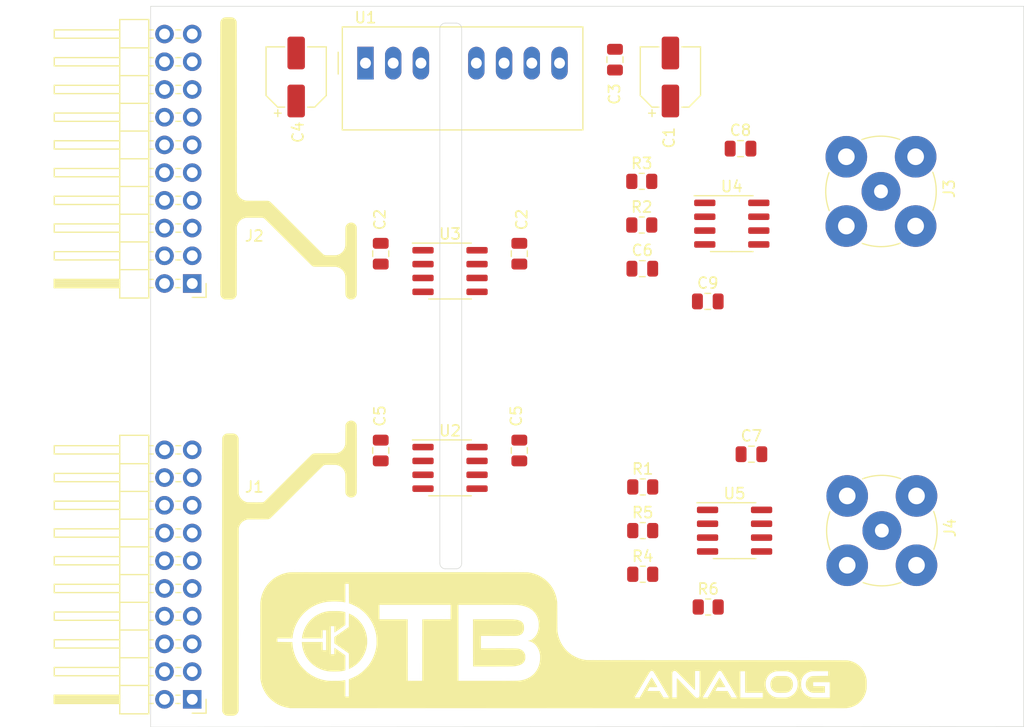
<source format=kicad_pcb>
(kicad_pcb (version 20171130) (host pcbnew "(5.1.9)-1")

  (general
    (thickness 1.6)
    (drawings 14)
    (tracks 0)
    (zones 0)
    (modules 27)
    (nets 104)
  )

  (page A4)
  (layers
    (0 F.Cu signal)
    (31 B.Cu signal)
    (32 B.Adhes user)
    (33 F.Adhes user)
    (34 B.Paste user)
    (35 F.Paste user)
    (36 B.SilkS user)
    (37 F.SilkS user)
    (38 B.Mask user)
    (39 F.Mask user)
    (40 Dwgs.User user)
    (41 Cmts.User user)
    (42 Eco1.User user)
    (43 Eco2.User user)
    (44 Edge.Cuts user)
    (45 Margin user)
    (46 B.CrtYd user)
    (47 F.CrtYd user)
    (48 B.Fab user)
    (49 F.Fab user)
  )

  (setup
    (last_trace_width 0.25)
    (trace_clearance 0.2)
    (zone_clearance 0.508)
    (zone_45_only no)
    (trace_min 0.2)
    (via_size 0.8)
    (via_drill 0.4)
    (via_min_size 0.4)
    (via_min_drill 0.3)
    (uvia_size 0.3)
    (uvia_drill 0.1)
    (uvias_allowed no)
    (uvia_min_size 0.2)
    (uvia_min_drill 0.1)
    (edge_width 0.05)
    (segment_width 0.2)
    (pcb_text_width 0.3)
    (pcb_text_size 1.5 1.5)
    (mod_edge_width 0.12)
    (mod_text_size 1 1)
    (mod_text_width 0.15)
    (pad_size 1.524 1.524)
    (pad_drill 0.762)
    (pad_to_mask_clearance 0)
    (aux_axis_origin 0 0)
    (grid_origin 56.906 65.716)
    (visible_elements 7FFFFFFF)
    (pcbplotparams
      (layerselection 0x00020_7ffffffe)
      (usegerberextensions false)
      (usegerberattributes true)
      (usegerberadvancedattributes true)
      (creategerberjobfile true)
      (excludeedgelayer false)
      (linewidth 0.020000)
      (plotframeref false)
      (viasonmask false)
      (mode 1)
      (useauxorigin false)
      (hpglpennumber 1)
      (hpglpenspeed 20)
      (hpglpendiameter 15.000000)
      (psnegative false)
      (psa4output false)
      (plotreference true)
      (plotvalue true)
      (plotinvisibletext false)
      (padsonsilk false)
      (subtractmaskfromsilk false)
      (outputformat 3)
      (mirror false)
      (drillshape 0)
      (scaleselection 1)
      (outputdirectory "./"))
  )

  (net 0 "")
  (net 1 "Net-(C2-Pad2)")
  (net 2 "Net-(C2-Pad1)")
  (net 3 "Net-(C5-Pad1)")
  (net 4 "Net-(C5-Pad2)")
  (net 5 "Net-(J3-Pad2)")
  (net 6 "Net-(J4-Pad2)")
  (net 7 "Net-(C1-Pad2)")
  (net 8 "Net-(C1-Pad1)")
  (net 9 "Net-(C3-Pad1)")
  (net 10 "Net-(C3-Pad2)")
  (net 11 "Net-(C4-Pad1)")
  (net 12 "Net-(C4-Pad2)")
  (net 13 "Net-(C6-Pad1)")
  (net 14 "Net-(C6-Pad2)")
  (net 15 "Net-(C7-Pad1)")
  (net 16 "Net-(C7-Pad2)")
  (net 17 "Net-(C8-Pad2)")
  (net 18 "Net-(C8-Pad1)")
  (net 19 "Net-(C9-Pad2)")
  (net 20 "Net-(C9-Pad1)")
  (net 21 "Net-(J1-Pad20)")
  (net 22 "Net-(J1-Pad19)")
  (net 23 "Net-(J1-Pad18)")
  (net 24 "Net-(J1-Pad17)")
  (net 25 "Net-(J1-Pad16)")
  (net 26 "Net-(J1-Pad15)")
  (net 27 "Net-(J1-Pad14)")
  (net 28 "Net-(J1-Pad13)")
  (net 29 "Net-(J1-Pad12)")
  (net 30 "Net-(J1-Pad11)")
  (net 31 "Net-(J1-Pad10)")
  (net 32 "Net-(J1-Pad9)")
  (net 33 "Net-(J1-Pad8)")
  (net 34 "Net-(J1-Pad7)")
  (net 35 "Net-(J1-Pad6)")
  (net 36 "Net-(J1-Pad5)")
  (net 37 "Net-(J1-Pad4)")
  (net 38 "Net-(J1-Pad3)")
  (net 39 "Net-(J1-Pad2)")
  (net 40 "Net-(J1-Pad1)")
  (net 41 "Net-(J2-Pad1)")
  (net 42 "Net-(J2-Pad2)")
  (net 43 "Net-(J2-Pad3)")
  (net 44 "Net-(J2-Pad4)")
  (net 45 "Net-(J2-Pad5)")
  (net 46 "Net-(J2-Pad6)")
  (net 47 "Net-(J2-Pad7)")
  (net 48 "Net-(J2-Pad8)")
  (net 49 "Net-(J2-Pad9)")
  (net 50 "Net-(J2-Pad10)")
  (net 51 "Net-(J2-Pad11)")
  (net 52 "Net-(J2-Pad12)")
  (net 53 "Net-(J2-Pad13)")
  (net 54 "Net-(J2-Pad14)")
  (net 55 "Net-(J2-Pad15)")
  (net 56 "Net-(J2-Pad16)")
  (net 57 "Net-(J2-Pad17)")
  (net 58 "Net-(J2-Pad18)")
  (net 59 "Net-(J2-Pad19)")
  (net 60 "Net-(J2-Pad20)")
  (net 61 "Net-(J3-Pad1)")
  (net 62 "Net-(J4-Pad1)")
  (net 63 "Net-(R1-Pad1)")
  (net 64 "Net-(R1-Pad2)")
  (net 65 "Net-(R2-Pad2)")
  (net 66 "Net-(R2-Pad1)")
  (net 67 "Net-(R3-Pad1)")
  (net 68 "Net-(R3-Pad2)")
  (net 69 "Net-(R4-Pad2)")
  (net 70 "Net-(R4-Pad1)")
  (net 71 "Net-(R5-Pad1)")
  (net 72 "Net-(R5-Pad2)")
  (net 73 "Net-(R6-Pad2)")
  (net 74 "Net-(R6-Pad1)")
  (net 75 "Net-(U1-Pad1)")
  (net 76 "Net-(U1-Pad2)")
  (net 77 "Net-(U1-Pad5)")
  (net 78 "Net-(U1-Pad6)")
  (net 79 "Net-(U1-Pad3)")
  (net 80 "Net-(U1-Pad7)")
  (net 81 "Net-(U1-Pad8)")
  (net 82 "Net-(U2-Pad1)")
  (net 83 "Net-(U2-Pad2)")
  (net 84 "Net-(U2-Pad3)")
  (net 85 "Net-(U2-Pad4)")
  (net 86 "Net-(U2-Pad5)")
  (net 87 "Net-(U2-Pad6)")
  (net 88 "Net-(U2-Pad7)")
  (net 89 "Net-(U2-Pad8)")
  (net 90 "Net-(U3-Pad8)")
  (net 91 "Net-(U3-Pad7)")
  (net 92 "Net-(U3-Pad6)")
  (net 93 "Net-(U3-Pad5)")
  (net 94 "Net-(U3-Pad4)")
  (net 95 "Net-(U3-Pad3)")
  (net 96 "Net-(U3-Pad2)")
  (net 97 "Net-(U3-Pad1)")
  (net 98 "Net-(U4-Pad1)")
  (net 99 "Net-(U4-Pad2)")
  (net 100 "Net-(U4-Pad3)")
  (net 101 "Net-(U5-Pad3)")
  (net 102 "Net-(U5-Pad2)")
  (net 103 "Net-(U5-Pad1)")

  (net_class Default "This is the default net class."
    (clearance 0.2)
    (trace_width 0.25)
    (via_dia 0.8)
    (via_drill 0.4)
    (uvia_dia 0.3)
    (uvia_drill 0.1)
    (add_net "Net-(C1-Pad1)")
    (add_net "Net-(C1-Pad2)")
    (add_net "Net-(C2-Pad1)")
    (add_net "Net-(C2-Pad2)")
    (add_net "Net-(C3-Pad1)")
    (add_net "Net-(C3-Pad2)")
    (add_net "Net-(C4-Pad1)")
    (add_net "Net-(C4-Pad2)")
    (add_net "Net-(C5-Pad1)")
    (add_net "Net-(C5-Pad2)")
    (add_net "Net-(C6-Pad1)")
    (add_net "Net-(C6-Pad2)")
    (add_net "Net-(C7-Pad1)")
    (add_net "Net-(C7-Pad2)")
    (add_net "Net-(C8-Pad1)")
    (add_net "Net-(C8-Pad2)")
    (add_net "Net-(C9-Pad1)")
    (add_net "Net-(C9-Pad2)")
    (add_net "Net-(J1-Pad1)")
    (add_net "Net-(J1-Pad10)")
    (add_net "Net-(J1-Pad11)")
    (add_net "Net-(J1-Pad12)")
    (add_net "Net-(J1-Pad13)")
    (add_net "Net-(J1-Pad14)")
    (add_net "Net-(J1-Pad15)")
    (add_net "Net-(J1-Pad16)")
    (add_net "Net-(J1-Pad17)")
    (add_net "Net-(J1-Pad18)")
    (add_net "Net-(J1-Pad19)")
    (add_net "Net-(J1-Pad2)")
    (add_net "Net-(J1-Pad20)")
    (add_net "Net-(J1-Pad3)")
    (add_net "Net-(J1-Pad4)")
    (add_net "Net-(J1-Pad5)")
    (add_net "Net-(J1-Pad6)")
    (add_net "Net-(J1-Pad7)")
    (add_net "Net-(J1-Pad8)")
    (add_net "Net-(J1-Pad9)")
    (add_net "Net-(J2-Pad1)")
    (add_net "Net-(J2-Pad10)")
    (add_net "Net-(J2-Pad11)")
    (add_net "Net-(J2-Pad12)")
    (add_net "Net-(J2-Pad13)")
    (add_net "Net-(J2-Pad14)")
    (add_net "Net-(J2-Pad15)")
    (add_net "Net-(J2-Pad16)")
    (add_net "Net-(J2-Pad17)")
    (add_net "Net-(J2-Pad18)")
    (add_net "Net-(J2-Pad19)")
    (add_net "Net-(J2-Pad2)")
    (add_net "Net-(J2-Pad20)")
    (add_net "Net-(J2-Pad3)")
    (add_net "Net-(J2-Pad4)")
    (add_net "Net-(J2-Pad5)")
    (add_net "Net-(J2-Pad6)")
    (add_net "Net-(J2-Pad7)")
    (add_net "Net-(J2-Pad8)")
    (add_net "Net-(J2-Pad9)")
    (add_net "Net-(J3-Pad1)")
    (add_net "Net-(J3-Pad2)")
    (add_net "Net-(J4-Pad1)")
    (add_net "Net-(J4-Pad2)")
    (add_net "Net-(R1-Pad1)")
    (add_net "Net-(R1-Pad2)")
    (add_net "Net-(R2-Pad1)")
    (add_net "Net-(R2-Pad2)")
    (add_net "Net-(R3-Pad1)")
    (add_net "Net-(R3-Pad2)")
    (add_net "Net-(R4-Pad1)")
    (add_net "Net-(R4-Pad2)")
    (add_net "Net-(R5-Pad1)")
    (add_net "Net-(R5-Pad2)")
    (add_net "Net-(R6-Pad1)")
    (add_net "Net-(R6-Pad2)")
    (add_net "Net-(U1-Pad1)")
    (add_net "Net-(U1-Pad2)")
    (add_net "Net-(U1-Pad3)")
    (add_net "Net-(U1-Pad5)")
    (add_net "Net-(U1-Pad6)")
    (add_net "Net-(U1-Pad7)")
    (add_net "Net-(U1-Pad8)")
    (add_net "Net-(U2-Pad1)")
    (add_net "Net-(U2-Pad2)")
    (add_net "Net-(U2-Pad3)")
    (add_net "Net-(U2-Pad4)")
    (add_net "Net-(U2-Pad5)")
    (add_net "Net-(U2-Pad6)")
    (add_net "Net-(U2-Pad7)")
    (add_net "Net-(U2-Pad8)")
    (add_net "Net-(U3-Pad1)")
    (add_net "Net-(U3-Pad2)")
    (add_net "Net-(U3-Pad3)")
    (add_net "Net-(U3-Pad4)")
    (add_net "Net-(U3-Pad5)")
    (add_net "Net-(U3-Pad6)")
    (add_net "Net-(U3-Pad7)")
    (add_net "Net-(U3-Pad8)")
    (add_net "Net-(U4-Pad1)")
    (add_net "Net-(U4-Pad2)")
    (add_net "Net-(U4-Pad3)")
    (add_net "Net-(U5-Pad1)")
    (add_net "Net-(U5-Pad2)")
    (add_net "Net-(U5-Pad3)")
  )

  (module MyLibKicad:serigana (layer F.Cu) (tedit 6093A5F4) (tstamp 609426E3)
    (at 92.906 98.716)
    (fp_text reference G*** (at 0 0) (layer F.SilkS) hide
      (effects (font (size 1.524 1.524) (thickness 0.3)))
    )
    (fp_text value LOGO (at 0.75 0) (layer F.SilkS) hide
      (effects (font (size 1.524 1.524) (thickness 0.3)))
    )
    (fp_poly (pts (xy -3.604631 23.167962) (xy -3.491743 23.168052) (xy -3.391292 23.168204) (xy -3.302333 23.168425)
      (xy -3.223921 23.16872) (xy -3.155111 23.169095) (xy -3.094956 23.169556) (xy -3.042512 23.170109)
      (xy -2.996833 23.170759) (xy -2.956974 23.171512) (xy -2.92199 23.172373) (xy -2.890936 23.17335)
      (xy -2.862865 23.174446) (xy -2.836833 23.175669) (xy -2.811894 23.177023) (xy -2.787104 23.178515)
      (xy -2.761516 23.18015) (xy -2.745 23.181227) (xy -2.584018 23.196038) (xy -2.438742 23.218311)
      (xy -2.310008 23.247863) (xy -2.198651 23.284513) (xy -2.129853 23.315118) (xy -2.045239 23.367019)
      (xy -1.969714 23.431358) (xy -1.90677 23.504607) (xy -1.8599 23.583235) (xy -1.855924 23.591952)
      (xy -1.834711 23.6438) (xy -1.818947 23.692958) (xy -1.807707 23.744328) (xy -1.800066 23.80281)
      (xy -1.795098 23.873307) (xy -1.792946 23.925405) (xy -1.791119 23.989268) (xy -1.790782 24.03794)
      (xy -1.792239 24.076194) (xy -1.795792 24.108803) (xy -1.801742 24.140542) (xy -1.808311 24.168036)
      (xy -1.843496 24.275903) (xy -1.892518 24.372574) (xy -1.946347 24.449088) (xy -1.976381 24.484804)
      (xy -2.003801 24.511343) (xy -2.034995 24.533811) (xy -2.076346 24.557313) (xy -2.091755 24.565364)
      (xy -2.206088 24.6179) (xy -2.318768 24.655683) (xy -2.403899 24.675434) (xy -2.416217 24.677492)
      (xy -2.431494 24.679363) (xy -2.450662 24.681053) (xy -2.474653 24.682572) (xy -2.504396 24.683927)
      (xy -2.540824 24.685126) (xy -2.584867 24.686178) (xy -2.637457 24.68709) (xy -2.699525 24.68787)
      (xy -2.772001 24.688527) (xy -2.855818 24.689069) (xy -2.951906 24.689503) (xy -3.061197 24.689837)
      (xy -3.184621 24.69008) (xy -3.32311 24.690239) (xy -3.477595 24.690323) (xy -3.649007 24.69034)
      (xy -3.838277 24.690298) (xy -4.046336 24.690204) (xy -4.112583 24.690167) (xy -5.740165 24.689224)
      (xy -5.737583 25.262112) (xy -5.735 25.835) (xy -4.081307 25.836592) (xy -3.864804 25.836798)
      (xy -3.667346 25.836996) (xy -3.487976 25.837212) (xy -3.32574 25.837471) (xy -3.179681 25.837799)
      (xy -3.048844 25.838222) (xy -2.932273 25.838765) (xy -2.829013 25.839454) (xy -2.738107 25.840314)
      (xy -2.658601 25.841371) (xy -2.589539 25.842651) (xy -2.529965 25.844179) (xy -2.478923 25.84598)
      (xy -2.435459 25.848081) (xy -2.398615 25.850507) (xy -2.367437 25.853283) (xy -2.340969 25.856436)
      (xy -2.318256 25.85999) (xy -2.298341 25.863971) (xy -2.28027 25.868406) (xy -2.263086 25.873318)
      (xy -2.245833 25.878735) (xy -2.227558 25.884681) (xy -2.22236 25.886369) (xy -2.099515 25.933901)
      (xy -1.993184 25.992015) (xy -1.902349 26.06167) (xy -1.825993 26.143824) (xy -1.763097 26.239436)
      (xy -1.712642 26.349464) (xy -1.703355 26.375) (xy -1.693182 26.405279) (xy -1.685827 26.431592)
      (xy -1.68083 26.458112) (xy -1.67773 26.489015) (xy -1.676067 26.528476) (xy -1.67538 26.580668)
      (xy -1.67523 26.63) (xy -1.675315 26.694242) (xy -1.67608 26.742809) (xy -1.678 26.780022)
      (xy -1.68155 26.810204) (xy -1.687205 26.837677) (xy -1.695439 26.866765) (xy -1.704269 26.894306)
      (xy -1.749264 27.000417) (xy -1.811225 27.095946) (xy -1.890141 27.180887) (xy -1.986003 27.255233)
      (xy -2.098801 27.318978) (xy -2.228523 27.372116) (xy -2.375162 27.41464) (xy -2.538706 27.446543)
      (xy -2.56 27.449735) (xy -2.620796 27.457614) (xy -2.693486 27.465565) (xy -2.769986 27.47278)
      (xy -2.84221 27.478456) (xy -2.86 27.479625) (xy -2.885053 27.480581) (xy -2.928037 27.481496)
      (xy -2.987721 27.482368) (xy -3.062874 27.483196) (xy -3.152264 27.483978) (xy -3.25466 27.484713)
      (xy -3.36883 27.4854) (xy -3.493543 27.486038) (xy -3.627567 27.486625) (xy -3.769671 27.48716)
      (xy -3.918624 27.487642) (xy -4.073193 27.48807) (xy -4.232147 27.488441) (xy -4.394255 27.488756)
      (xy -4.558285 27.489012) (xy -4.723006 27.489208) (xy -4.887186 27.489344) (xy -5.049594 27.489417)
      (xy -5.208998 27.489427) (xy -5.364167 27.489372) (xy -5.513869 27.48925) (xy -5.656873 27.489062)
      (xy -5.791947 27.488804) (xy -5.91786 27.488477) (xy -6.03338 27.488079) (xy -6.137275 27.487607)
      (xy -6.228315 27.487062) (xy -6.305268 27.486442) (xy -6.366902 27.485746) (xy -6.411985 27.484971)
      (xy -6.439287 27.484118) (xy -6.4475 27.483377) (xy -6.44897 27.479213) (xy -6.450327 27.467508)
      (xy -6.451576 27.447589) (xy -6.452721 27.418783) (xy -6.453764 27.38042) (xy -6.454712 27.331826)
      (xy -6.455566 27.272331) (xy -6.456331 27.201262) (xy -6.457012 27.117948) (xy -6.457611 27.021716)
      (xy -6.458133 26.911894) (xy -6.458581 26.787811) (xy -6.458961 26.648795) (xy -6.459274 26.494173)
      (xy -6.459526 26.323274) (xy -6.45972 26.135426) (xy -6.45986 25.929957) (xy -6.459951 25.706195)
      (xy -6.459995 25.463468) (xy -6.46 25.324166) (xy -6.46 23.17) (xy -4.8225 23.168616)
      (xy -4.596082 23.168426) (xy -4.388718 23.168258) (xy -4.199463 23.168119) (xy -4.027372 23.168014)
      (xy -3.8715 23.167949) (xy -3.730902 23.16793) (xy -3.604631 23.167962)) (layer F.SilkS) (width 0.01))
    (fp_poly (pts (xy -17.809204 22.648199) (xy -17.782513 22.657699) (xy -17.744179 22.674552) (xy -17.696992 22.697349)
      (xy -17.64374 22.724682) (xy -17.587213 22.755139) (xy -17.530198 22.787313) (xy -17.475484 22.819793)
      (xy -17.453219 22.83359) (xy -17.260169 22.966597) (xy -17.080793 23.113871) (xy -16.915598 23.274629)
      (xy -16.765088 23.448085) (xy -16.629769 23.633454) (xy -16.510146 23.829953) (xy -16.406725 24.036796)
      (xy -16.320011 24.2532) (xy -16.250509 24.478378) (xy -16.198726 24.711547) (xy -16.183364 24.805)
      (xy -16.176856 24.862306) (xy -16.171715 24.934625) (xy -16.167972 25.017708) (xy -16.16566 25.107304)
      (xy -16.16481 25.199167) (xy -16.165453 25.289048) (xy -16.167621 25.372697) (xy -16.171346 25.445866)
      (xy -16.176659 25.504307) (xy -16.178078 25.515) (xy -16.214145 25.723736) (xy -16.261195 25.919344)
      (xy -16.320618 26.106247) (xy -16.393807 26.288866) (xy -16.474504 26.456913) (xy -16.590817 26.660627)
      (xy -16.722587 26.851672) (xy -16.869652 27.029862) (xy -17.031845 27.195014) (xy -17.209002 27.346944)
      (xy -17.390011 27.478196) (xy -17.442442 27.512084) (xy -17.500301 27.547601) (xy -17.560712 27.583174)
      (xy -17.620802 27.617231) (xy -17.677694 27.6482) (xy -17.728515 27.674508) (xy -17.770389 27.694585)
      (xy -17.800441 27.706857) (xy -17.813881 27.71) (xy -17.817 27.708681) (xy -17.819693 27.703823)
      (xy -17.82199 27.694074) (xy -17.823922 27.67808) (xy -17.82552 27.654488) (xy -17.826815 27.621946)
      (xy -17.827838 27.579101) (xy -17.82862 27.5246) (xy -17.829192 27.45709) (xy -17.829585 27.375218)
      (xy -17.82983 27.277632) (xy -17.829958 27.162979) (xy -17.83 27.029905) (xy -17.83 26.301346)
      (xy -19.16 25.368728) (xy -19.16 24.791927) (xy -17.835 23.864495) (xy -17.83288 23.260627)
      (xy -17.832309 23.141036) (xy -17.831483 23.031185) (xy -17.830429 22.932423) (xy -17.829171 22.846099)
      (xy -17.827734 22.773564) (xy -17.826143 22.716167) (xy -17.824424 22.675258) (xy -17.822601 22.652187)
      (xy -17.821465 22.647464) (xy -17.809204 22.648199)) (layer F.SilkS) (width 0.01))
    (fp_poly (pts (xy -18.898752 22.411776) (xy -18.818337 22.413213) (xy -18.747997 22.4157) (xy -18.685254 22.419346)
      (xy -18.62763 22.424261) (xy -18.572645 22.430555) (xy -18.51782 22.438338) (xy -18.47 22.446119)
      (xy -18.409709 22.457211) (xy -18.349464 22.469751) (xy -18.292657 22.482876) (xy -18.242684 22.495725)
      (xy -18.202938 22.507435) (xy -18.176813 22.517145) (xy -18.16805 22.522814) (xy -18.166622 22.534806)
      (xy -18.165275 22.564975) (xy -18.164032 22.611498) (xy -18.162918 22.672551) (xy -18.161959 22.746312)
      (xy -18.161178 22.830956) (xy -18.160601 22.924661) (xy -18.160251 23.025604) (xy -18.160154 23.105588)
      (xy -18.160215 23.233381) (xy -18.160492 23.342442) (xy -18.16101 23.434041) (xy -18.161797 23.509444)
      (xy -18.162879 23.569921) (xy -18.164282 23.616738) (xy -18.166034 23.651165) (xy -18.168161 23.67447)
      (xy -18.170691 23.687919) (xy -18.1725 23.691901) (xy -18.183492 23.701233) (xy -18.208969 23.720462)
      (xy -18.247164 23.748355) (xy -18.296309 23.783681) (xy -18.354634 23.825209) (xy -18.420372 23.871706)
      (xy -18.491753 23.921942) (xy -18.567009 23.974684) (xy -18.644373 24.028701) (xy -18.722075 24.082761)
      (xy -18.798347 24.135632) (xy -18.87142 24.186083) (xy -18.939527 24.232883) (xy -19.000897 24.274798)
      (xy -19.053764 24.310599) (xy -19.096359 24.339053) (xy -19.126912 24.358928) (xy -19.143657 24.368994)
      (xy -19.146147 24.37) (xy -19.150238 24.367078) (xy -19.153467 24.357008) (xy -19.155928 24.337835)
      (xy -19.157714 24.3076) (xy -19.158919 24.264348) (xy -19.159636 24.206122) (xy -19.159958 24.130965)
      (xy -19.16 24.08) (xy -19.16 23.79) (xy -19.49 23.79) (xy -19.49 26.37)
      (xy -19.16 26.37) (xy -19.16 26.078833) (xy -19.159942 25.994923) (xy -19.159678 25.928921)
      (xy -19.159078 25.878736) (xy -19.158009 25.842275) (xy -19.15634 25.817449) (xy -19.153938 25.802164)
      (xy -19.150672 25.794329) (xy -19.146409 25.791853) (xy -19.141944 25.792389) (xy -19.130486 25.798898)
      (xy -19.104495 25.815712) (xy -19.065762 25.841583) (xy -19.016078 25.875261) (xy -18.957235 25.915496)
      (xy -18.891024 25.961041) (xy -18.819237 26.010646) (xy -18.743665 26.063062) (xy -18.666099 26.117039)
      (xy -18.588331 26.171329) (xy -18.512151 26.224682) (xy -18.439352 26.27585) (xy -18.371725 26.323583)
      (xy -18.311061 26.366632) (xy -18.259151 26.403749) (xy -18.217787 26.433683) (xy -18.18876 26.455186)
      (xy -18.173862 26.467009) (xy -18.1725 26.468372) (xy -18.169916 26.475794) (xy -18.167685 26.492)
      (xy -18.165787 26.518167) (xy -18.164201 26.55547) (xy -18.162904 26.605086) (xy -18.161876 26.668192)
      (xy -18.161096 26.745963) (xy -18.160541 26.839577) (xy -18.16019 26.950209) (xy -18.160022 27.079036)
      (xy -18.16 27.155686) (xy -18.160076 27.294129) (xy -18.160318 27.41375) (xy -18.160748 27.515729)
      (xy -18.161387 27.601245) (xy -18.162257 27.671475) (xy -18.163379 27.727598) (xy -18.164775 27.770793)
      (xy -18.166468 27.802238) (xy -18.168477 27.823112) (xy -18.170825 27.834593) (xy -18.1725 27.837544)
      (xy -18.193763 27.847928) (xy -18.231906 27.859819) (xy -18.283917 27.872665) (xy -18.346784 27.885912)
      (xy -18.417493 27.899008) (xy -18.493031 27.911402) (xy -18.570386 27.922541) (xy -18.646545 27.931872)
      (xy -18.718495 27.938843) (xy -18.73 27.939747) (xy -18.782076 27.942676) (xy -18.850253 27.944991)
      (xy -18.930947 27.946697) (xy -19.020574 27.947798) (xy -19.115551 27.948298) (xy -19.212293 27.948202)
      (xy -19.307216 27.947514) (xy -19.396736 27.946238) (xy -19.47727 27.944379) (xy -19.545233 27.94194)
      (xy -19.597042 27.938927) (xy -19.6 27.938693) (xy -19.827808 27.910247) (xy -20.053086 27.862411)
      (xy -20.274325 27.795768) (xy -20.490018 27.710901) (xy -20.698657 27.608393) (xy -20.898734 27.488827)
      (xy -21.062613 27.372948) (xy -21.127045 27.320879) (xy -21.199589 27.257281) (xy -21.275937 27.186302)
      (xy -21.351778 27.112087) (xy -21.422802 27.038783) (xy -21.484699 26.970536) (xy -21.502246 26.95)
      (xy -21.637342 26.773839) (xy -21.758294 26.584977) (xy -21.864245 26.385561) (xy -21.954337 26.177738)
      (xy -22.027714 25.963653) (xy -22.083519 25.745454) (xy -22.120894 25.525287) (xy -22.136199 25.362094)
      (xy -22.143007 25.25) (xy -20.250244 25.25) (xy -20.245 25.995) (xy -20.0825 25.997747)
      (xy -19.92 26.000495) (xy -19.92 24.159504) (xy -20.245 24.165) (xy -20.24715 24.534192)
      (xy -20.247881 24.634632) (xy -20.248834 24.716669) (xy -20.250072 24.781899) (xy -20.25166 24.83192)
      (xy -20.253659 24.868327) (xy -20.256135 24.892717) (xy -20.259149 24.906687) (xy -20.26215 24.911539)
      (xy -20.274079 24.912883) (xy -20.304289 24.914102) (xy -20.351061 24.915197) (xy -20.412675 24.916167)
      (xy -20.487413 24.917014) (xy -20.573556 24.917738) (xy -20.669384 24.918339) (xy -20.773179 24.918817)
      (xy -20.883221 24.919173) (xy -20.997792 24.919407) (xy -21.115172 24.91952) (xy -21.233643 24.919511)
      (xy -21.351486 24.919382) (xy -21.466981 24.919133) (xy -21.57841 24.918763) (xy -21.684053 24.918273)
      (xy -21.782192 24.917665) (xy -21.871107 24.916937) (xy -21.94908 24.91609) (xy -22.014391 24.915126)
      (xy -22.065322 24.914043) (xy -22.100153 24.912843) (xy -22.117166 24.911526) (xy -22.118478 24.911152)
      (xy -22.123814 24.89693) (xy -22.124332 24.865973) (xy -22.120477 24.820841) (xy -22.112689 24.764096)
      (xy -22.10141 24.698299) (xy -22.087083 24.62601) (xy -22.070149 24.549792) (xy -22.05105 24.472204)
      (xy -22.030228 24.395809) (xy -22.028552 24.39) (xy -21.969319 24.213425) (xy -21.893722 24.033699)
      (xy -21.803985 23.855051) (xy -21.702333 23.681711) (xy -21.590989 23.517907) (xy -21.523697 23.43)
      (xy -21.478152 23.376286) (xy -21.421261 23.314038) (xy -21.357156 23.247385) (xy -21.289966 23.18046)
      (xy -21.223825 23.117392) (xy -21.162863 23.062315) (xy -21.12 23.026303) (xy -20.928282 22.885452)
      (xy -20.726603 22.761858) (xy -20.515528 22.655771) (xy -20.295623 22.567442) (xy -20.067452 22.497121)
      (xy -19.831581 22.445058) (xy -19.794569 22.438673) (xy -19.760851 22.433354) (xy -19.727898 22.428921)
      (xy -19.693374 22.425266) (xy -19.654939 22.422284) (xy -19.610257 22.419867) (xy -19.556991 22.417908)
      (xy -19.492803 22.416301) (xy -19.415355 22.414938) (xy -19.32231 22.413714) (xy -19.225239 22.412661)
      (xy -19.099725 22.41161) (xy -18.991722 22.411278) (xy -18.898752 22.411776)) (layer F.SilkS) (width 0.01))
    (fp_poly (pts (xy 21.916028 28.365022) (xy 22.004085 28.365151) (xy 22.076198 28.365478) (xy 22.134395 28.366095)
      (xy 22.180703 28.367092) (xy 22.217151 28.368562) (xy 22.245767 28.370595) (xy 22.268579 28.373284)
      (xy 22.287614 28.376719) (xy 22.304901 28.380993) (xy 22.322468 28.386197) (xy 22.329647 28.38844)
      (xy 22.446619 28.434615) (xy 22.549742 28.495157) (xy 22.638668 28.569694) (xy 22.713052 28.657858)
      (xy 22.772549 28.759277) (xy 22.816813 28.873581) (xy 22.830697 28.925) (xy 22.839681 28.965904)
      (xy 22.845425 29.002422) (xy 22.848341 29.040404) (xy 22.848844 29.0857) (xy 22.847346 29.144162)
      (xy 22.846954 29.155) (xy 22.842644 29.234173) (xy 22.835339 29.299328) (xy 22.823641 29.356383)
      (xy 22.806153 29.411256) (xy 22.781479 29.469864) (xy 22.763967 29.506593) (xy 22.703597 29.607611)
      (xy 22.628625 29.69547) (xy 22.540289 29.769227) (xy 22.439826 29.827938) (xy 22.328471 29.870657)
      (xy 22.266852 29.886201) (xy 22.239443 29.889822) (xy 22.195006 29.893124) (xy 22.136512 29.896069)
      (xy 22.066933 29.898615) (xy 21.989239 29.900723) (xy 21.9064 29.902353) (xy 21.821389 29.903466)
      (xy 21.737174 29.904021) (xy 21.656728 29.903978) (xy 21.583021 29.903298) (xy 21.519024 29.901941)
      (xy 21.467707 29.899866) (xy 21.435 29.897373) (xy 21.32179 29.876645) (xy 21.218443 29.83964)
      (xy 21.122713 29.785267) (xy 21.032354 29.712431) (xy 21.009494 29.690366) (xy 20.967604 29.646979)
      (xy 20.936387 29.609966) (xy 20.911146 29.572905) (xy 20.887183 29.529374) (xy 20.877531 29.51)
      (xy 20.846528 29.442581) (xy 20.824252 29.382799) (xy 20.809112 29.324146) (xy 20.799516 29.260115)
      (xy 20.793875 29.184201) (xy 20.792961 29.164185) (xy 20.791146 29.096127) (xy 20.792345 29.041431)
      (xy 20.796902 28.993641) (xy 20.804325 28.950359) (xy 20.838185 28.828694) (xy 20.887776 28.719162)
      (xy 20.952661 28.62227) (xy 21.032403 28.538525) (xy 21.126563 28.468435) (xy 21.234704 28.412507)
      (xy 21.285 28.393077) (xy 21.365 28.365) (xy 21.81 28.365) (xy 21.916028 28.365022)) (layer F.SilkS) (width 0.01))
    (fp_poly (pts (xy -28.767905 -31.990484) (xy -28.69284 -31.988967) (xy -28.625272 -31.986496) (xy -28.568587 -31.983069)
      (xy -28.526168 -31.978683) (xy -28.507032 -31.97511) (xy -28.409876 -31.940144) (xy -28.324216 -31.888842)
      (xy -28.250024 -31.821175) (xy -28.187269 -31.737116) (xy -28.135923 -31.636637) (xy -28.131426 -31.625713)
      (xy -28.130423 -31.622258) (xy -28.12946 -31.61669) (xy -28.128536 -31.608599) (xy -28.127649 -31.597573)
      (xy -28.126799 -31.583201) (xy -28.125984 -31.56507) (xy -28.125204 -31.54277) (xy -28.124457 -31.515889)
      (xy -28.123742 -31.484015) (xy -28.123057 -31.446738) (xy -28.122403 -31.403645) (xy -28.121777 -31.354324)
      (xy -28.121179 -31.298366) (xy -28.120607 -31.235357) (xy -28.12006 -31.164887) (xy -28.119538 -31.086543)
      (xy -28.119039 -30.999916) (xy -28.118561 -30.904592) (xy -28.118105 -30.80016) (xy -28.117668 -30.68621)
      (xy -28.117249 -30.562329) (xy -28.116848 -30.428106) (xy -28.116463 -30.283129) (xy -28.116094 -30.126987)
      (xy -28.115738 -29.959269) (xy -28.115395 -29.779563) (xy -28.115064 -29.587457) (xy -28.114744 -29.38254)
      (xy -28.114433 -29.164401) (xy -28.114131 -28.932627) (xy -28.113835 -28.686808) (xy -28.113546 -28.426532)
      (xy -28.113262 -28.151388) (xy -28.112982 -27.860963) (xy -28.112705 -27.554847) (xy -28.112429 -27.232627)
      (xy -28.112154 -26.893893) (xy -28.111878 -26.538233) (xy -28.1116 -26.165236) (xy -28.111319 -25.774489)
      (xy -28.111035 -25.365582) (xy -28.110745 -24.938103) (xy -28.110449 -24.49164) (xy -28.110146 -24.025782)
      (xy -28.11 -23.8) (xy -28.105 -16.015) (xy -28.077452 -15.915) (xy -28.030931 -15.781998)
      (xy -27.968158 -15.659306) (xy -27.890452 -15.548072) (xy -27.799131 -15.449441) (xy -27.695513 -15.364561)
      (xy -27.580917 -15.294578) (xy -27.45666 -15.240638) (xy -27.324062 -15.203888) (xy -27.245 -15.19104)
      (xy -27.215916 -15.18883) (xy -27.166955 -15.186864) (xy -27.098238 -15.185144) (xy -27.009889 -15.18367)
      (xy -26.902028 -15.182444) (xy -26.774777 -15.181467) (xy -26.628259 -15.180741) (xy -26.462594 -15.180267)
      (xy -26.277905 -15.180046) (xy -26.209601 -15.180029) (xy -26.046107 -15.180033) (xy -25.901331 -15.180009)
      (xy -25.773995 -15.179886) (xy -25.662818 -15.179593) (xy -25.56652 -15.179059) (xy -25.483819 -15.178215)
      (xy -25.413437 -15.176988) (xy -25.354092 -15.175309) (xy -25.304503 -15.173106) (xy -25.263392 -15.170309)
      (xy -25.229477 -15.166848) (xy -25.201478 -15.16265) (xy -25.178115 -15.157647) (xy -25.158106 -15.151766)
      (xy -25.140173 -15.144938) (xy -25.123035 -15.137091) (xy -25.10541 -15.128155) (xy -25.08602 -15.118059)
      (xy -25.085815 -15.117954) (xy -25.078904 -15.113749) (xy -25.06943 -15.106817) (xy -25.056957 -15.096726)
      (xy -25.041047 -15.083044) (xy -25.021265 -15.065341) (xy -24.997173 -15.043186) (xy -24.968334 -15.016147)
      (xy -24.934313 -14.983794) (xy -24.894673 -14.945695) (xy -24.848976 -14.901419) (xy -24.796786 -14.850536)
      (xy -24.737667 -14.792613) (xy -24.671182 -14.72722) (xy -24.596894 -14.653927) (xy -24.514367 -14.572301)
      (xy -24.423163 -14.481911) (xy -24.322847 -14.382328) (xy -24.212982 -14.273118) (xy -24.093131 -14.153852)
      (xy -23.962857 -14.024099) (xy -23.821724 -13.883426) (xy -23.669295 -13.731404) (xy -23.505133 -13.567601)
      (xy -23.328802 -13.391585) (xy -23.139865 -13.202927) (xy -22.937886 -13.001194) (xy -22.722427 -12.785956)
      (xy -22.61 -12.67363) (xy -22.390339 -12.454165) (xy -22.184367 -12.248394) (xy -21.991632 -12.05587)
      (xy -21.81168 -11.876145) (xy -21.644056 -11.708775) (xy -21.488307 -11.553311) (xy -21.343979 -11.409308)
      (xy -21.210618 -11.276318) (xy -21.087772 -11.153895) (xy -20.974985 -11.041592) (xy -20.871803 -10.938962)
      (xy -20.777775 -10.845559) (xy -20.692444 -10.760936) (xy -20.615358 -10.684647) (xy -20.546063 -10.616244)
      (xy -20.484105 -10.555281) (xy -20.429031 -10.501311) (xy -20.380386 -10.453888) (xy -20.337716 -10.412564)
      (xy -20.300568 -10.376894) (xy -20.268489 -10.34643) (xy -20.241024 -10.320726) (xy -20.217719 -10.299335)
      (xy -20.198121 -10.28181) (xy -20.181776 -10.267705) (xy -20.16823 -10.256573) (xy -20.15703 -10.247967)
      (xy -20.147721 -10.241441) (xy -20.13985 -10.236548) (xy -20.132963 -10.23284) (xy -20.128138 -10.230555)
      (xy -20.100976 -10.218891) (xy -20.074219 -10.209084) (xy -20.045949 -10.200996) (xy -20.014248 -10.194492)
      (xy -19.977198 -10.189433) (xy -19.932881 -10.185682) (xy -19.879378 -10.183103) (xy -19.814772 -10.181558)
      (xy -19.737143 -10.18091) (xy -19.644575 -10.181021) (xy -19.535148 -10.181755) (xy -19.455926 -10.182483)
      (xy -19.347845 -10.183562) (xy -19.2577 -10.184569) (xy -19.18343 -10.185615) (xy -19.12297 -10.186813)
      (xy -19.07426 -10.188272) (xy -19.035236 -10.190106) (xy -19.003835 -10.192425) (xy -18.977996 -10.195341)
      (xy -18.955655 -10.198965) (xy -18.93475 -10.203408) (xy -18.913218 -10.208783) (xy -18.898812 -10.212588)
      (xy -18.768943 -10.255267) (xy -18.652123 -10.311328) (xy -18.545114 -10.382549) (xy -18.466125 -10.45)
      (xy -18.369531 -10.553702) (xy -18.290901 -10.666168) (xy -18.230163 -10.787549) (xy -18.187243 -10.917995)
      (xy -18.162068 -11.057654) (xy -18.160185 -11.075557) (xy -18.158642 -11.101422) (xy -18.157168 -11.145511)
      (xy -18.155784 -11.206047) (xy -18.154509 -11.281256) (xy -18.153363 -11.369361) (xy -18.152366 -11.468586)
      (xy -18.151538 -11.577155) (xy -18.150899 -11.693292) (xy -18.150469 -11.815222) (xy -18.150268 -11.941167)
      (xy -18.150258 -11.960685) (xy -18.150173 -12.106837) (xy -18.150001 -12.234355) (xy -18.149716 -12.344604)
      (xy -18.149292 -12.43895) (xy -18.148703 -12.518759) (xy -18.147922 -12.585396) (xy -18.146922 -12.640228)
      (xy -18.145678 -12.684619) (xy -18.144164 -12.719935) (xy -18.142352 -12.747543) (xy -18.140216 -12.768808)
      (xy -18.13773 -12.785095) (xy -18.134868 -12.79777) (xy -18.134047 -12.800685) (xy -18.09598 -12.896522)
      (xy -18.042206 -12.981036) (xy -17.97436 -13.052768) (xy -17.894073 -13.110256) (xy -17.802979 -13.152041)
      (xy -17.71611 -13.174499) (xy -17.617691 -13.181959) (xy -17.522187 -13.170801) (xy -17.431667 -13.142387)
      (xy -17.348202 -13.098082) (xy -17.273862 -13.039249) (xy -17.210718 -12.967251) (xy -17.160841 -12.883453)
      (xy -17.1263 -12.789217) (xy -17.125305 -12.7854) (xy -17.123826 -12.77807) (xy -17.122444 -12.76755)
      (xy -17.121156 -12.753183) (xy -17.119958 -12.734315) (xy -17.118847 -12.71029) (xy -17.117821 -12.680453)
      (xy -17.116875 -12.644148) (xy -17.116007 -12.600719) (xy -17.115213 -12.549512) (xy -17.114491 -12.48987)
      (xy -17.113837 -12.421139) (xy -17.113247 -12.342663) (xy -17.11272 -12.253786) (xy -17.11225 -12.153854)
      (xy -17.111836 -12.04221) (xy -17.111474 -11.918199) (xy -17.11116 -11.781167) (xy -17.110892 -11.630456)
      (xy -17.110667 -11.465413) (xy -17.11048 -11.285381) (xy -17.11033 -11.089706) (xy -17.110212 -10.877731)
      (xy -17.110124 -10.648802) (xy -17.110062 -10.402262) (xy -17.110023 -10.137457) (xy -17.110004 -9.85373)
      (xy -17.11 -9.660001) (xy -17.10999 -9.363631) (xy -17.109968 -9.08659) (xy -17.109945 -8.828205)
      (xy -17.109934 -8.587805) (xy -17.109946 -8.364718) (xy -17.109993 -8.158273) (xy -17.110087 -7.967797)
      (xy -17.110241 -7.792619) (xy -17.110465 -7.632067) (xy -17.110772 -7.48547) (xy -17.111174 -7.352156)
      (xy -17.111683 -7.231452) (xy -17.11231 -7.122688) (xy -17.113068 -7.025192) (xy -17.113968 -6.938291)
      (xy -17.115022 -6.861314) (xy -17.116243 -6.79359) (xy -17.117641 -6.734447) (xy -17.11923 -6.683213)
      (xy -17.12102 -6.639215) (xy -17.123024 -6.601784) (xy -17.125254 -6.570246) (xy -17.127721 -6.54393)
      (xy -17.130438 -6.522165) (xy -17.133416 -6.504278) (xy -17.136667 -6.489599) (xy -17.140204 -6.477454)
      (xy -17.144037 -6.467173) (xy -17.148179 -6.458084) (xy -17.152643 -6.449514) (xy -17.157439 -6.440793)
      (xy -17.162579 -6.431249) (xy -17.167361 -6.42171) (xy -17.195762 -6.375172) (xy -17.236426 -6.324753)
      (xy -17.284258 -6.275596) (xy -17.334161 -6.232842) (xy -17.38104 -6.201633) (xy -17.39 -6.197039)
      (xy -17.487223 -6.160388) (xy -17.584952 -6.142417) (xy -17.681198 -6.142262) (xy -17.773967 -6.159061)
      (xy -17.861268 -6.191951) (xy -17.941109 -6.240068) (xy -18.011497 -6.302551) (xy -18.070442 -6.378536)
      (xy -18.115951 -6.467161) (xy -18.134047 -6.519316) (xy -18.137012 -6.531265) (xy -18.139595 -6.546466)
      (xy -18.14182 -6.566284) (xy -18.143715 -6.592085) (xy -18.145306 -6.625234) (xy -18.146619 -6.667097)
      (xy -18.14768 -6.71904) (xy -18.148516 -6.782428) (xy -18.149154 -6.858627) (xy -18.149619 -6.949003)
      (xy -18.149938 -7.054921) (xy -18.150137 -7.177748) (xy -18.150243 -7.318848) (xy -18.150258 -7.359316)
      (xy -18.150423 -7.485719) (xy -18.150819 -7.608378) (xy -18.151427 -7.725517) (xy -18.152228 -7.83536)
      (xy -18.1532 -7.93613) (xy -18.154324 -8.026052) (xy -18.155581 -8.103349) (xy -18.15695 -8.166247)
      (xy -18.158411 -8.212968) (xy -18.159945 -8.241737) (xy -18.160185 -8.244444) (xy -18.182808 -8.384127)
      (xy -18.222956 -8.514904) (xy -18.281268 -8.638582) (xy -18.323865 -8.708079) (xy -18.362142 -8.758982)
      (xy -18.411552 -8.815332) (xy -18.466593 -8.871474) (xy -18.521765 -8.921754) (xy -18.565 -8.955907)
      (xy -18.658843 -9.013751) (xy -18.765077 -9.06317) (xy -18.876952 -9.101539) (xy -18.987716 -9.126231)
      (xy -19.011458 -9.129591) (xy -19.037105 -9.131484) (xy -19.082059 -9.133207) (xy -19.145627 -9.134752)
      (xy -19.227116 -9.136112) (xy -19.325834 -9.13728) (xy -19.441087 -9.138249) (xy -19.572184 -9.139013)
      (xy -19.718431 -9.139564) (xy -19.879136 -9.139896) (xy -20.045137 -9.14) (xy -20.209081 -9.139991)
      (xy -20.354301 -9.14001) (xy -20.482074 -9.140127) (xy -20.593675 -9.140413) (xy -20.690382 -9.140937)
      (xy -20.773471 -9.14177) (xy -20.844218 -9.142981) (xy -20.903899 -9.144641) (xy -20.953791 -9.14682)
      (xy -20.99517 -9.149588) (xy -21.029313 -9.153016) (xy -21.057495 -9.157172) (xy -21.080993 -9.162128)
      (xy -21.101083 -9.167954) (xy -21.119042 -9.174719) (xy -21.136146 -9.182494) (xy -21.153671 -9.191349)
      (xy -21.172894 -9.201353) (xy -21.174186 -9.202021) (xy -21.181427 -9.206401) (xy -21.191242 -9.213537)
      (xy -21.204092 -9.223886) (xy -21.220442 -9.237904) (xy -21.240754 -9.256048) (xy -21.265492 -9.278774)
      (xy -21.295118 -9.306538) (xy -21.330095 -9.339796) (xy -21.370888 -9.379006) (xy -21.417959 -9.424623)
      (xy -21.47177 -9.477104) (xy -21.532786 -9.536906) (xy -21.601469 -9.604484) (xy -21.678283 -9.680294)
      (xy -21.76369 -9.764795) (xy -21.858154 -9.858441) (xy -21.962138 -9.96169) (xy -22.076105 -10.074997)
      (xy -22.200517 -10.198819) (xy -22.33584 -10.333612) (xy -22.482534 -10.479834) (xy -22.641064 -10.637939)
      (xy -22.811893 -10.808385) (xy -22.995483 -10.991628) (xy -23.192298 -11.188124) (xy -23.395 -11.39054)
      (xy -23.627795 -11.622959) (xy -23.848147 -11.842819) (xy -24.055956 -12.050024) (xy -24.251124 -12.244474)
      (xy -24.433552 -12.426073) (xy -24.603142 -12.594723) (xy -24.759794 -12.750326) (xy -24.903411 -12.892785)
      (xy -25.033892 -13.022) (xy -25.15114 -13.137876) (xy -25.255055 -13.240313) (xy -25.345539 -13.329215)
      (xy -25.422493 -13.404483) (xy -25.485819 -13.46602) (xy -25.535417 -13.513728) (xy -25.571188 -13.547509)
      (xy -25.593035 -13.567265) (xy -25.6 -13.572704) (xy -25.62026 -13.584066) (xy -25.638417 -13.593958)
      (xy -25.655942 -13.60248) (xy -25.674306 -13.609736) (xy -25.694979 -13.615825) (xy -25.719431 -13.620851)
      (xy -25.749133 -13.624915) (xy -25.785556 -13.628119) (xy -25.83017 -13.630565) (xy -25.884445 -13.632354)
      (xy -25.949852 -13.633588) (xy -26.027862 -13.634369) (xy -26.119945 -13.6348) (xy -26.227572 -13.63498)
      (xy -26.352213 -13.635013) (xy -26.495339 -13.635001) (xy -26.5 -13.635) (xy -26.64894 -13.634923)
      (xy -26.779096 -13.634679) (xy -26.891684 -13.634246) (xy -26.987921 -13.633607) (xy -27.069023 -13.63274)
      (xy -27.136206 -13.631627) (xy -27.190685 -13.630247) (xy -27.233677 -13.62858) (xy -27.266398 -13.626606)
      (xy -27.290063 -13.624306) (xy -27.305 -13.621859) (xy -27.44784 -13.581236) (xy -27.578956 -13.524827)
      (xy -27.697669 -13.453268) (xy -27.803295 -13.367195) (xy -27.895154 -13.267244) (xy -27.972564 -13.15405)
      (xy -28.034843 -13.028248) (xy -28.078583 -12.900504) (xy -28.105 -12.805) (xy -28.115 -6.545)
      (xy -28.138993 -6.485) (xy -28.186831 -6.389421) (xy -28.247824 -6.307956) (xy -28.32094 -6.241535)
      (xy -28.405145 -6.191084) (xy -28.499409 -6.15753) (xy -28.505 -6.15616) (xy -28.530812 -6.150176)
      (xy -28.554404 -6.145453) (xy -28.57839 -6.141894) (xy -28.605378 -6.139398) (xy -28.637981 -6.137869)
      (xy -28.678808 -6.137207) (xy -28.730472 -6.137314) (xy -28.795582 -6.138091) (xy -28.87675 -6.13944)
      (xy -28.925 -6.140313) (xy -29.009662 -6.141949) (xy -29.076924 -6.143545) (xy -29.129383 -6.145308)
      (xy -29.169637 -6.147447) (xy -29.200285 -6.150172) (xy -29.223925 -6.15369) (xy -29.243154 -6.158211)
      (xy -29.26057 -6.163944) (xy -29.271459 -6.168142) (xy -29.36716 -6.216072) (xy -29.448638 -6.277457)
      (xy -29.515105 -6.351383) (xy -29.565771 -6.436933) (xy -29.599849 -6.533194) (xy -29.604891 -6.555)
      (xy -29.605612 -6.560074) (xy -29.606309 -6.56856) (xy -29.606983 -6.580778) (xy -29.607634 -6.597045)
      (xy -29.608264 -6.617681) (xy -29.608871 -6.643002) (xy -29.609457 -6.673327) (xy -29.610021 -6.708974)
      (xy -29.610565 -6.750262) (xy -29.611089 -6.797508) (xy -29.611592 -6.851031) (xy -29.612076 -6.911148)
      (xy -29.612541 -6.978178) (xy -29.612987 -7.052439) (xy -29.613414 -7.134249) (xy -29.613823 -7.223926)
      (xy -29.614215 -7.321789) (xy -29.614589 -7.428155) (xy -29.614946 -7.543342) (xy -29.615286 -7.66767)
      (xy -29.615611 -7.801455) (xy -29.615919 -7.945016) (xy -29.616212 -8.098671) (xy -29.616489 -8.262738)
      (xy -29.616752 -8.437536) (xy -29.617001 -8.623382) (xy -29.617236 -8.820595) (xy -29.617457 -9.029492)
      (xy -29.617664 -9.250392) (xy -29.617859 -9.483614) (xy -29.618042 -9.729474) (xy -29.618212 -9.988292)
      (xy -29.61837 -10.260385) (xy -29.618518 -10.546071) (xy -29.618654 -10.845669) (xy -29.618779 -11.159497)
      (xy -29.618895 -11.487873) (xy -29.619 -11.831115) (xy -29.619096 -12.189541) (xy -29.619183 -12.563469)
      (xy -29.619261 -12.953218) (xy -29.619331 -13.359105) (xy -29.619392 -13.781449) (xy -29.619447 -14.220567)
      (xy -29.619493 -14.676779) (xy -29.619533 -15.150401) (xy -29.619567 -15.641753) (xy -29.619594 -16.151152)
      (xy -29.619616 -16.678917) (xy -29.619633 -17.225365) (xy -29.619644 -17.790814) (xy -29.619651 -18.375584)
      (xy -29.619653 -18.979991) (xy -29.619653 -19.065) (xy -29.619651 -19.672281) (xy -29.619645 -20.25988)
      (xy -29.619634 -20.828115) (xy -29.619618 -21.377303) (xy -29.619597 -21.907762) (xy -29.619571 -22.419811)
      (xy -29.619538 -22.913767) (xy -29.619498 -23.389947) (xy -29.619452 -23.848671) (xy -29.619399 -24.290255)
      (xy -29.619338 -24.715017) (xy -29.619269 -25.123276) (xy -29.619191 -25.515349) (xy -29.619105 -25.891555)
      (xy -29.61901 -26.25221) (xy -29.618906 -26.597632) (xy -29.618791 -26.928141) (xy -29.618667 -27.244052)
      (xy -29.618531 -27.545686) (xy -29.618385 -27.833358) (xy -29.618228 -28.107387) (xy -29.618059 -28.368091)
      (xy -29.617877 -28.615787) (xy -29.617684 -28.850794) (xy -29.617477 -29.07343) (xy -29.617258 -29.284012)
      (xy -29.617024 -29.482857) (xy -29.616777 -29.670285) (xy -29.616515 -29.846613) (xy -29.616239 -30.012158)
      (xy -29.615948 -30.167238) (xy -29.615641 -30.312172) (xy -29.615319 -30.447277) (xy -29.61498 -30.572871)
      (xy -29.614625 -30.689272) (xy -29.614252 -30.796797) (xy -29.613863 -30.895765) (xy -29.613455 -30.986494)
      (xy -29.61303 -31.0693) (xy -29.612586 -31.144503) (xy -29.612124 -31.21242) (xy -29.611642 -31.273368)
      (xy -29.611141 -31.327666) (xy -29.610619 -31.375632) (xy -29.610078 -31.417583) (xy -29.609516 -31.453837)
      (xy -29.608932 -31.484712) (xy -29.608328 -31.510526) (xy -29.607701 -31.531597) (xy -29.607053 -31.548243)
      (xy -29.606381 -31.56078) (xy -29.605687 -31.569528) (xy -29.60497 -31.574805) (xy -29.604929 -31.575)
      (xy -29.575259 -31.669804) (xy -29.528963 -31.756128) (xy -29.468057 -31.831887) (xy -29.394556 -31.894992)
      (xy -29.310478 -31.943356) (xy -29.21907 -31.974603) (xy -29.186264 -31.979694) (xy -29.13727 -31.983849)
      (xy -29.075471 -31.987064) (xy -29.004252 -31.989337) (xy -28.926995 -31.990667) (xy -28.847085 -31.99105)
      (xy -28.767905 -31.990484)) (layer F.SilkS) (width 0.01))
    (fp_poly (pts (xy -11.784029 18.855003) (xy -11.22774 18.855014) (xy -10.690816 18.855033) (xy -10.17294 18.85506)
      (xy -9.673793 18.855095) (xy -9.193059 18.855139) (xy -8.730421 18.855193) (xy -8.28556 18.855256)
      (xy -7.858159 18.855329) (xy -7.447901 18.855412) (xy -7.054468 18.855507) (xy -6.677543 18.855612)
      (xy -6.316808 18.855729) (xy -5.971946 18.855858) (xy -5.642639 18.855999) (xy -5.32857 18.856153)
      (xy -5.029421 18.85632) (xy -4.744875 18.856501) (xy -4.474614 18.856695) (xy -4.218322 18.856903)
      (xy -3.97568 18.857126) (xy -3.74637 18.857364) (xy -3.530076 18.857617) (xy -3.326481 18.857886)
      (xy -3.135265 18.858171) (xy -2.956113 18.858473) (xy -2.788706 18.858791) (xy -2.632727 18.859127)
      (xy -2.487859 18.85948) (xy -2.353784 18.859851) (xy -2.230185 18.86024) (xy -2.116743 18.860648)
      (xy -2.013143 18.861076) (xy -1.919065 18.861522) (xy -1.834193 18.861989) (xy -1.75821 18.862476)
      (xy -1.690797 18.862983) (xy -1.631637 18.863512) (xy -1.580413 18.864061) (xy -1.536808 18.864633)
      (xy -1.500503 18.865227) (xy -1.471182 18.865843) (xy -1.448527 18.866482) (xy -1.43222 18.867144)
      (xy -1.421943 18.86783) (xy -1.42 18.86804) (xy -1.171519 18.908631) (xy -0.930569 18.96775)
      (xy -0.697169 19.045388) (xy -0.471336 19.14154) (xy -0.253086 19.256197) (xy -0.042437 19.389353)
      (xy 0.059757 19.462661) (xy 0.125429 19.514706) (xy 0.199158 19.578234) (xy 0.277535 19.649896)
      (xy 0.357152 19.72634) (xy 0.434601 19.804214) (xy 0.506474 19.880168) (xy 0.569364 19.95085)
      (xy 0.619863 20.012909) (xy 0.621452 20.015) (xy 0.762398 20.214695) (xy 0.884753 20.417835)
      (xy 0.98929 20.62628) (xy 1.076786 20.841888) (xy 1.148015 21.066518) (xy 1.203751 21.302031)
      (xy 1.23631 21.49) (xy 1.238803 21.508471) (xy 1.241065 21.529272) (xy 1.243115 21.553489)
      (xy 1.24497 21.582207) (xy 1.246649 21.616511) (xy 1.248169 21.657486) (xy 1.249549 21.706217)
      (xy 1.250805 21.76379) (xy 1.251956 21.831289) (xy 1.25302 21.909799) (xy 1.254015 22.000407)
      (xy 1.254958 22.104196) (xy 1.255868 22.222253) (xy 1.256763 22.355662) (xy 1.257659 22.505508)
      (xy 1.258576 22.672877) (xy 1.259531 22.858853) (xy 1.259811 22.915) (xy 1.260751 23.10368)
      (xy 1.261621 23.273479) (xy 1.262442 23.425519) (xy 1.263237 23.560917) (xy 1.264028 23.680794)
      (xy 1.264836 23.786269) (xy 1.265684 23.878462) (xy 1.266594 23.958493) (xy 1.267587 24.027481)
      (xy 1.268686 24.086545) (xy 1.269913 24.136805) (xy 1.271289 24.179382) (xy 1.272837 24.215394)
      (xy 1.274579 24.245961) (xy 1.276537 24.272203) (xy 1.278732 24.295239) (xy 1.281187 24.316189)
      (xy 1.283924 24.336172) (xy 1.286965 24.356309) (xy 1.288325 24.365) (xy 1.336708 24.610874)
      (xy 1.402884 24.848359) (xy 1.486333 25.076788) (xy 1.586532 25.295495) (xy 1.702961 25.503811)
      (xy 1.835098 25.70107) (xy 1.982421 25.886606) (xy 2.144408 26.05975) (xy 2.320537 26.219837)
      (xy 2.510288 26.366199) (xy 2.713139 26.498169) (xy 2.928568 26.61508) (xy 3.11369 26.699015)
      (xy 3.273815 26.758843) (xy 3.448838 26.811868) (xy 3.634469 26.856939) (xy 3.826423 26.892906)
      (xy 3.85 26.896605) (xy 3.856289 26.897478) (xy 3.863825 26.898322) (xy 3.872946 26.899139)
      (xy 3.883986 26.899928) (xy 3.897284 26.900691) (xy 3.913174 26.901427) (xy 3.931994 26.902139)
      (xy 3.95408 26.902826) (xy 3.979768 26.903489) (xy 4.009394 26.904128) (xy 4.043295 26.904745)
      (xy 4.081808 26.90534) (xy 4.125268 26.905914) (xy 4.174013 26.906466) (xy 4.228378 26.906999)
      (xy 4.2887 26.907512) (xy 4.355315 26.908007) (xy 4.42856 26.908483) (xy 4.50877 26.908942)
      (xy 4.596284 26.909384) (xy 4.691436 26.909809) (xy 4.794563 26.910219) (xy 4.906002 26.910614)
      (xy 5.026089 26.910995) (xy 5.15516 26.911363) (xy 5.293551 26.911717) (xy 5.4416 26.912059)
      (xy 5.599643 26.912389) (xy 5.768015 26.912708) (xy 5.947054 26.913017) (xy 6.137095 26.913316)
      (xy 6.338475 26.913605) (xy 6.551531 26.913887) (xy 6.776598 26.91416) (xy 7.014014 26.914426)
      (xy 7.264114 26.914686) (xy 7.527235 26.91494) (xy 7.803714 26.915189) (xy 8.093886 26.915433)
      (xy 8.398089 26.915673) (xy 8.716657 26.915909) (xy 9.049929 26.916143) (xy 9.39824 26.916375)
      (xy 9.761927 26.916606) (xy 10.141326 26.916836) (xy 10.536773 26.917066) (xy 10.948605 26.917296)
      (xy 11.377158 26.917528) (xy 11.822768 26.917761) (xy 12.285773 26.917997) (xy 12.766508 26.918236)
      (xy 13.26531 26.918479) (xy 13.782515 26.918726) (xy 14.318459 26.918979) (xy 14.873479 26.919237)
      (xy 15.447912 26.919501) (xy 15.89 26.919703) (xy 16.479056 26.919973) (xy 17.048449 26.920235)
      (xy 17.598514 26.920492) (xy 18.129586 26.920742) (xy 18.642002 26.920988) (xy 19.136097 26.921229)
      (xy 19.612208 26.921467) (xy 20.07067 26.921702) (xy 20.511819 26.921934) (xy 20.935991 26.922165)
      (xy 21.343522 26.922394) (xy 21.734748 26.922624) (xy 22.110005 26.922853) (xy 22.469628 26.923083)
      (xy 22.813954 26.923315) (xy 23.143318 26.923548) (xy 23.458057 26.923785) (xy 23.758506 26.924025)
      (xy 24.045001 26.924269) (xy 24.317877 26.924518) (xy 24.577472 26.924772) (xy 24.824121 26.925032)
      (xy 25.058159 26.925299) (xy 25.279923 26.925574) (xy 25.489748 26.925856) (xy 25.68797 26.926147)
      (xy 25.874926 26.926447) (xy 26.050951 26.926757) (xy 26.216381 26.927077) (xy 26.371552 26.927409)
      (xy 26.5168 26.927753) (xy 26.65246 26.928109) (xy 26.778869 26.928478) (xy 26.896363 26.928861)
      (xy 27.005277 26.929259) (xy 27.105947 26.929671) (xy 27.19871 26.9301) (xy 27.2839 26.930544)
      (xy 27.361855 26.931006) (xy 27.432909 26.931485) (xy 27.497399 26.931983) (xy 27.555661 26.9325)
      (xy 27.608031 26.933036) (xy 27.654844 26.933593) (xy 27.696436 26.93417) (xy 27.733143 26.934769)
      (xy 27.765302 26.93539) (xy 27.793247 26.936034) (xy 27.817316 26.936702) (xy 27.837843 26.937394)
      (xy 27.855165 26.93811) (xy 27.869618 26.938852) (xy 27.881537 26.93962) (xy 27.891259 26.940415)
      (xy 27.899119 26.941237) (xy 27.905453 26.942087) (xy 27.91 26.942853) (xy 28.006242 26.962971)
      (xy 28.105822 26.987667) (xy 28.202048 27.0151) (xy 28.288231 27.04343) (xy 28.323748 27.056681)
      (xy 28.506493 27.138748) (xy 28.678204 27.236984) (xy 28.838088 27.350378) (xy 28.985351 27.477919)
      (xy 29.1192 27.618596) (xy 29.238841 27.771399) (xy 29.34348 27.935317) (xy 29.432326 28.109339)
      (xy 29.504583 28.292454) (xy 29.55946 28.483653) (xy 29.595448 28.676719) (xy 29.599848 28.711973)
      (xy 29.603307 28.748695) (xy 29.605886 28.789426) (xy 29.607644 28.836703) (xy 29.608642 28.893067)
      (xy 29.608942 28.961055) (xy 29.608603 29.043208) (xy 29.607685 29.142064) (xy 29.607311 29.174892)
      (xy 29.606113 29.272872) (xy 29.604939 29.353381) (xy 29.603632 29.418947) (xy 29.602035 29.472099)
      (xy 29.599992 29.515363) (xy 29.597346 29.551269) (xy 29.593938 29.582345) (xy 29.589614 29.611118)
      (xy 29.584215 29.640116) (xy 29.577584 29.671869) (xy 29.575995 29.679242) (xy 29.52271 29.881534)
      (xy 29.452689 30.073526) (xy 29.3663 30.254672) (xy 29.263911 30.424426) (xy 29.145888 30.582243)
      (xy 29.012599 30.727578) (xy 28.864412 30.859885) (xy 28.701694 30.978618) (xy 28.7 30.979732)
      (xy 28.527571 31.081095) (xy 28.346762 31.164416) (xy 28.158325 31.229448) (xy 27.963012 31.27594)
      (xy 27.761575 31.303645) (xy 27.707269 31.307806) (xy 27.694149 31.308006) (xy 27.661296 31.308201)
      (xy 27.608978 31.308391) (xy 27.537461 31.308575) (xy 27.447013 31.308754) (xy 27.3379 31.308928)
      (xy 27.210391 31.309096) (xy 27.064751 31.309259) (xy 26.901249 31.309416) (xy 26.720152 31.309568)
      (xy 26.521725 31.309715) (xy 26.306238 31.309856) (xy 26.073957 31.309991) (xy 25.825148 31.310121)
      (xy 25.56008 31.310246) (xy 25.27902 31.310365) (xy 24.982234 31.310478) (xy 24.669989 31.310586)
      (xy 24.342554 31.310688) (xy 24.000194 31.310784) (xy 23.643178 31.310875) (xy 23.271772 31.31096)
      (xy 22.886243 31.311039) (xy 22.48686 31.311112) (xy 22.073888 31.31118) (xy 21.647595 31.311242)
      (xy 21.208248 31.311298) (xy 20.756114 31.311348) (xy 20.291461 31.311393) (xy 19.814556 31.311431)
      (xy 19.325665 31.311464) (xy 18.825057 31.31149) (xy 18.312997 31.311511) (xy 17.789754 31.311526)
      (xy 17.255594 31.311534) (xy 16.710785 31.311537) (xy 16.155593 31.311534) (xy 15.590287 31.311524)
      (xy 15.015132 31.311509) (xy 14.430397 31.311487) (xy 13.836348 31.311459) (xy 13.233252 31.311425)
      (xy 12.621378 31.311385) (xy 12.000991 31.311339) (xy 11.372359 31.311286) (xy 10.73575 31.311228)
      (xy 10.091429 31.311163) (xy 9.439666 31.311091) (xy 8.780725 31.311014) (xy 8.114876 31.31093)
      (xy 7.442385 31.310839) (xy 6.763519 31.310743) (xy 6.078545 31.310639) (xy 5.387731 31.31053)
      (xy 4.691343 31.310414) (xy 3.989649 31.310291) (xy 3.282916 31.310162) (xy 2.571411 31.310027)
      (xy 2.185 31.309951) (xy -23.225 31.304903) (xy -23.365 31.282064) (xy -23.616669 31.231859)
      (xy -23.857187 31.165105) (xy -24.08686 31.08165) (xy -24.305989 30.981341) (xy -24.514877 30.864026)
      (xy -24.713828 30.729551) (xy -24.903144 30.577765) (xy -25.065886 30.425885) (xy -25.155991 30.329737)
      (xy 8.345161 30.329737) (xy 8.352127 30.333425) (xy 8.378235 30.336286) (xy 8.423693 30.338329)
      (xy 8.48871 30.339563) (xy 8.573492 30.339999) (xy 8.578135 30.34) (xy 8.817451 30.34)
      (xy 9.351225 29.419944) (xy 9.440204 29.266706) (xy 9.519719 29.130063) (xy 9.590232 29.009247)
      (xy 9.652205 28.903489) (xy 9.7061 28.81202) (xy 9.752379 28.734073) (xy 9.791502 28.668879)
      (xy 9.823932 28.61567) (xy 9.850131 28.573677) (xy 9.87056 28.542132) (xy 9.885681 28.520266)
      (xy 9.895955 28.507311) (xy 9.901845 28.502498) (xy 9.902533 28.502444) (xy 9.912175 28.511758)
      (xy 9.931442 28.538042) (xy 9.960069 28.58088) (xy 9.997793 28.639859) (xy 10.044348 28.714564)
      (xy 10.099471 28.804581) (xy 10.162896 28.909494) (xy 10.174783 28.929276) (xy 10.235593 29.030858)
      (xy 10.286493 29.116571) (xy 10.328112 29.187545) (xy 10.361081 29.244909) (xy 10.386027 29.289793)
      (xy 10.40358 29.323327) (xy 10.41437 29.346639) (xy 10.419026 29.360859) (xy 10.418525 29.366776)
      (xy 10.411734 29.370396) (xy 10.396828 29.373331) (xy 10.372089 29.375642) (xy 10.335799 29.377391)
      (xy 10.286242 29.37864) (xy 10.221699 29.37945) (xy 10.140453 29.379882) (xy 10.049618 29.38)
      (xy 9.691685 29.38) (xy 9.600842 29.554463) (xy 9.57294 29.608318) (xy 9.548508 29.655989)
      (xy 9.528951 29.694691) (xy 9.515676 29.721639) (xy 9.510088 29.734047) (xy 9.51 29.734463)
      (xy 9.519702 29.735486) (xy 9.54762 29.736448) (xy 9.591969 29.737331) (xy 9.650964 29.738118)
      (xy 9.722822 29.738791) (xy 9.805757 29.739332) (xy 9.897985 29.739724) (xy 9.997721 29.73995)
      (xy 10.072862 29.74) (xy 10.635724 29.74) (xy 10.992282 30.34) (xy 11.242211 30.34)
      (xy 11.320941 30.339834) (xy 11.381702 30.339264) (xy 11.42652 30.338177) (xy 11.457424 30.336461)
      (xy 11.476441 30.334004) (xy 11.4856 30.330695) (xy 11.486953 30.326483) (xy 11.479829 30.312652)
      (xy 11.463171 30.282993) (xy 11.437708 30.238725) (xy 11.40417 30.181071) (xy 11.363286 30.111252)
      (xy 11.315784 30.030489) (xy 11.262393 29.940003) (xy 11.203843 29.841016) (xy 11.140863 29.734747)
      (xy 11.074182 29.62242) (xy 11.004528 29.505254) (xy 10.932631 29.384472) (xy 10.859221 29.261294)
      (xy 10.785025 29.136941) (xy 10.710773 29.012635) (xy 10.659399 28.926726) (xy 11.78998 28.926726)
      (xy 11.789991 29.091562) (xy 11.79 29.221815) (xy 11.79 30.34) (xy 12.21 30.34)
      (xy 12.21 29.471224) (xy 12.20997 29.313605) (xy 12.209945 29.174883) (xy 12.210022 29.053955)
      (xy 12.210297 28.949719) (xy 12.210867 28.86107) (xy 12.211827 28.786907) (xy 12.213275 28.726127)
      (xy 12.215306 28.677627) (xy 12.218017 28.640303) (xy 12.221505 28.613054) (xy 12.225866 28.594775)
      (xy 12.231197 28.584365) (xy 12.237593 28.580721) (xy 12.245152 28.582738) (xy 12.253969 28.589316)
      (xy 12.264142 28.599351) (xy 12.275766 28.611739) (xy 12.284365 28.620756) (xy 12.297176 28.633989)
      (xy 12.322875 28.660609) (xy 12.360477 28.699595) (xy 12.408998 28.749927) (xy 12.467454 28.810583)
      (xy 12.534863 28.880542) (xy 12.610239 28.958783) (xy 12.692599 29.044285) (xy 12.78096 29.136027)
      (xy 12.874337 29.232988) (xy 12.971747 29.334146) (xy 13.049598 29.415) (xy 13.17836 29.548727)
      (xy 13.29401 29.668799) (xy 13.397302 29.775971) (xy 13.488994 29.870997) (xy 13.569842 29.954631)
      (xy 13.640602 30.027628) (xy 13.702032 30.090743) (xy 13.754887 30.144728) (xy 13.799924 30.19034)
      (xy 13.837899 30.228332) (xy 13.869569 30.259459) (xy 13.895691 30.284475) (xy 13.91702 30.304134)
      (xy 13.934314 30.319192) (xy 13.948328 30.330402) (xy 13.95982 30.338518) (xy 13.969546 30.344296)
      (xy 13.978262 30.348489) (xy 13.986725 30.351852) (xy 13.990382 30.353198) (xy 14.049763 30.366704)
      (xy 14.110702 30.366379) (xy 14.166877 30.352782) (xy 14.201747 30.334447) (xy 14.203649 30.33268)
      (xy 14.580018 30.33268) (xy 14.589552 30.33473) (xy 14.616328 30.336349) (xy 14.657591 30.33748)
      (xy 14.710587 30.338064) (xy 14.772562 30.338043) (xy 14.816068 30.33768) (xy 15.052136 30.335)
      (xy 15.583747 29.420102) (xy 15.666747 29.277495) (xy 15.744464 29.144436) (xy 15.816444 29.021688)
      (xy 15.882228 28.910014) (xy 15.941363 28.81018) (xy 15.993391 28.722948) (xy 16.037857 28.649083)
      (xy 16.074305 28.589348) (xy 16.102278 28.544508) (xy 16.12132 28.515326) (xy 16.130976 28.502566)
      (xy 16.131794 28.502039) (xy 16.138683 28.506093) (xy 16.151109 28.520538) (xy 16.169672 28.546305)
      (xy 16.194969 28.584325) (xy 16.2276 28.635529) (xy 16.268164 28.700847) (xy 16.317259 28.781211)
      (xy 16.375485 28.87755) (xy 16.404593 28.925976) (xy 16.454865 29.01016) (xy 16.50167 29.089372)
      (xy 16.544046 29.161926) (xy 16.58103 29.226134) (xy 16.611661 29.280308) (xy 16.634976 29.32276)
      (xy 16.650013 29.351804) (xy 16.655809 29.36575) (xy 16.655792 29.366539) (xy 16.65111 29.370161)
      (xy 16.638964 29.373102) (xy 16.617624 29.375425) (xy 16.585358 29.377194) (xy 16.540434 29.378472)
      (xy 16.48112 29.379322) (xy 16.405684 29.379808) (xy 16.312396 29.379993) (xy 16.287259 29.38)
      (xy 15.923891 29.38) (xy 15.834445 29.551106) (xy 15.806494 29.604702) (xy 15.781763 29.652359)
      (xy 15.761741 29.691191) (xy 15.747917 29.71831) (xy 15.741778 29.730829) (xy 15.741666 29.731106)
      (xy 15.750737 29.732859) (xy 15.778311 29.734474) (xy 15.822891 29.735929) (xy 15.882981 29.737199)
      (xy 15.957084 29.738262) (xy 16.043704 29.739092) (xy 16.141343 29.739668) (xy 16.248505 29.739964)
      (xy 16.303025 29.74) (xy 16.867717 29.74) (xy 17.224275 30.34) (xy 17.729659 30.34)
      (xy 18.029919 30.34) (xy 20.09 30.34) (xy 20.09 29.9) (xy 19.286069 29.9)
      (xy 19.139526 29.899971) (xy 19.011711 29.899868) (xy 18.901353 29.899667) (xy 18.80718 29.899343)
      (xy 18.727922 29.89887) (xy 18.662307 29.898224) (xy 18.609063 29.89738) (xy 18.566919 29.896313)
      (xy 18.534604 29.894999) (xy 18.510845 29.893412) (xy 18.494373 29.891528) (xy 18.483914 29.889321)
      (xy 18.478198 29.886768) (xy 18.476069 29.884182) (xy 18.47521 29.872133) (xy 18.474387 29.84147)
      (xy 18.473608 29.793579) (xy 18.472883 29.729845) (xy 18.47222 29.651654) (xy 18.471626 29.560393)
      (xy 18.471112 29.457446) (xy 18.470685 29.3442) (xy 18.470354 29.22204) (xy 18.470127 29.092636)
      (xy 20.350229 29.092636) (xy 20.351411 29.178928) (xy 20.355724 29.259713) (xy 20.363166 29.32868)
      (xy 20.365585 29.343735) (xy 20.40166 29.496362) (xy 20.454389 29.639957) (xy 20.522794 29.7734)
      (xy 20.605897 29.89557) (xy 20.702718 30.005346) (xy 20.812281 30.101606) (xy 20.933606 30.18323)
      (xy 21.065716 30.249097) (xy 21.195558 30.294705) (xy 21.232031 30.304809) (xy 21.265898 30.313199)
      (xy 21.299464 30.320039) (xy 21.335035 30.325494) (xy 21.374916 30.329731) (xy 21.421414 30.332914)
      (xy 21.476833 30.335209) (xy 21.54348 30.33678) (xy 21.623661 30.337793) (xy 21.71968 30.338414)
      (xy 21.81 30.33874) (xy 21.919628 30.338898) (xy 22.01141 30.338639) (xy 22.087494 30.3379)
      (xy 22.150032 30.33662) (xy 22.201172 30.33474) (xy 22.243065 30.332197) (xy 22.277861 30.328931)
      (xy 22.30771 30.324881) (xy 22.309725 30.324557) (xy 22.458437 30.290655) (xy 22.598721 30.238639)
      (xy 22.730194 30.168704) (xy 22.852475 30.081048) (xy 22.940863 30.000863) (xy 23.042686 29.885387)
      (xy 23.127165 29.759963) (xy 23.194286 29.624631) (xy 23.244033 29.479429) (xy 23.276391 29.324399)
      (xy 23.291345 29.159577) (xy 23.292462 29.095) (xy 23.290965 29.068037) (xy 23.592559 29.068037)
      (xy 23.593555 29.15) (xy 23.60129 29.27396) (xy 23.616479 29.384338) (xy 23.64047 29.486593)
      (xy 23.674611 29.586189) (xy 23.72025 29.688587) (xy 23.732536 29.713149) (xy 23.807925 29.839877)
      (xy 23.898476 29.955242) (xy 24.002416 30.057961) (xy 24.117974 30.146756) (xy 24.243375 30.220344)
      (xy 24.376847 30.277446) (xy 24.516617 30.316781) (xy 24.585 30.328914) (xy 24.604375 30.330293)
      (xy 24.642092 30.331635) (xy 24.696489 30.33292) (xy 24.765909 30.334129) (xy 24.848691 30.335244)
      (xy 24.943176 30.336245) (xy 25.047705 30.337112) (xy 25.160618 30.337827) (xy 25.280256 30.33837)
      (xy 25.40496 30.338723) (xy 25.437567 30.33878) (xy 26.230134 30.34) (xy 26.225 28.925)
      (xy 24.705 28.925) (xy 24.699558 29.3) (xy 25.779409 29.3) (xy 25.782204 29.590976)
      (xy 25.782736 29.665473) (xy 25.782868 29.733524) (xy 25.782625 29.792546) (xy 25.78203 29.839957)
      (xy 25.781105 29.873172) (xy 25.779874 29.88961) (xy 25.779526 29.890787) (xy 25.768746 29.892477)
      (xy 25.73971 29.894073) (xy 25.694159 29.895546) (xy 25.633837 29.896866) (xy 25.560487 29.898005)
      (xy 25.475851 29.898933) (xy 25.381673 29.899622) (xy 25.279695 29.900041) (xy 25.219526 29.900148)
      (xy 25.099506 29.900231) (xy 24.997698 29.900195) (xy 24.912314 29.899986) (xy 24.841566 29.899547)
      (xy 24.783664 29.898823) (xy 24.736823 29.897757) (xy 24.699252 29.896295) (xy 24.669164 29.89438)
      (xy 24.644772 29.891955) (xy 24.624286 29.888967) (xy 24.605919 29.885358) (xy 24.587883 29.881073)
      (xy 24.585 29.880344) (xy 24.469512 29.841325) (xy 24.365648 29.786223) (xy 24.274022 29.715651)
      (xy 24.195248 29.630223) (xy 24.12994 29.530553) (xy 24.078712 29.417254) (xy 24.058017 29.353766)
      (xy 24.04429 29.287784) (xy 24.036094 29.209003) (xy 24.033427 29.123842) (xy 24.036286 29.038723)
      (xy 24.044667 28.960065) (xy 24.0582 28.895565) (xy 24.10142 28.777585) (xy 24.159454 28.672782)
      (xy 24.232032 28.581498) (xy 24.318881 28.504075) (xy 24.419729 28.440855) (xy 24.42 28.440715)
      (xy 24.446053 28.42709) (xy 24.469175 28.41523) (xy 24.49089 28.405003) (xy 24.512723 28.396277)
      (xy 24.536198 28.38892) (xy 24.56284 28.382799) (xy 24.594174 28.377782) (xy 24.631724 28.373737)
      (xy 24.677015 28.37053) (xy 24.73157 28.368031) (xy 24.796916 28.366106) (xy 24.874576 28.364623)
      (xy 24.966074 28.36345) (xy 25.072937 28.362455) (xy 25.196687 28.361505) (xy 25.33885 28.360467)
      (xy 25.345 28.360422) (xy 26.075 28.355) (xy 26.08039 27.92) (xy 25.372695 27.920058)
      (xy 25.228991 27.920143) (xy 25.103838 27.92039) (xy 24.995785 27.920825) (xy 24.903382 27.921475)
      (xy 24.825181 27.922366) (xy 24.75973 27.923525) (xy 24.705582 27.924978) (xy 24.661285 27.926752)
      (xy 24.625391 27.928873) (xy 24.59645 27.931367) (xy 24.573011 27.934261) (xy 24.57 27.934713)
      (xy 24.418441 27.967069) (xy 24.276206 28.015783) (xy 24.144442 28.080157) (xy 24.024296 28.159492)
      (xy 23.916917 28.253088) (xy 23.823453 28.360246) (xy 23.787009 28.411549) (xy 23.716548 28.530995)
      (xy 23.662533 28.653848) (xy 23.624304 28.782626) (xy 23.601199 28.919849) (xy 23.592559 29.068037)
      (xy 23.290965 29.068037) (xy 23.283461 28.93289) (xy 23.256996 28.780396) (xy 23.212974 28.637218)
      (xy 23.151297 28.503055) (xy 23.071873 28.377606) (xy 23.060813 28.362683) (xy 22.965594 28.252584)
      (xy 22.857408 28.157562) (xy 22.736736 28.077891) (xy 22.604061 28.013847) (xy 22.459864 27.965705)
      (xy 22.31 27.934545) (xy 22.274699 27.930871) (xy 22.222347 27.927692) (xy 22.155883 27.925019)
      (xy 22.07825 27.922864) (xy 21.992389 27.92124) (xy 21.901242 27.920156) (xy 21.80775 27.919627)
      (xy 21.714855 27.919663) (xy 21.625498 27.920275) (xy 21.542622 27.921477) (xy 21.469167 27.923279)
      (xy 21.408075 27.925694) (xy 21.362288 27.928733) (xy 21.344668 27.930678) (xy 21.191543 27.961308)
      (xy 21.048169 28.008754) (xy 20.915455 28.072149) (xy 20.794309 28.150628) (xy 20.685639 28.243326)
      (xy 20.590354 28.349376) (xy 20.509362 28.467914) (xy 20.443572 28.598073) (xy 20.393891 28.738989)
      (xy 20.365479 28.863853) (xy 20.357262 28.928786) (xy 20.352179 29.007152) (xy 20.350229 29.092636)
      (xy 18.470127 29.092636) (xy 18.470126 29.092353) (xy 18.470012 28.956524) (xy 18.47 28.893987)
      (xy 18.47 27.919609) (xy 18.2525 27.922304) (xy 18.035 27.925) (xy 18.032459 29.1325)
      (xy 18.029919 30.34) (xy 17.729659 30.34) (xy 17.686703 30.2675) (xy 17.676293 30.249927)
      (xy 17.656348 30.216254) (xy 17.627524 30.167587) (xy 17.590475 30.105034) (xy 17.545858 30.029701)
      (xy 17.494328 29.942697) (xy 17.436542 29.845129) (xy 17.373156 29.738104) (xy 17.304825 29.62273)
      (xy 17.232205 29.500113) (xy 17.155952 29.371362) (xy 17.076722 29.237583) (xy 16.99517 29.099885)
      (xy 16.989373 29.090096) (xy 16.881908 28.908862) (xy 16.782983 28.742483) (xy 16.69274 28.591192)
      (xy 16.611322 28.455227) (xy 16.538872 28.334821) (xy 16.475532 28.230211) (xy 16.421445 28.141632)
      (xy 16.376754 28.069318) (xy 16.341601 28.013505) (xy 16.31613 27.974429) (xy 16.300482 27.952325)
      (xy 16.296883 27.948168) (xy 16.252816 27.914013) (xy 16.204758 27.895586) (xy 16.147272 27.891055)
      (xy 16.129844 27.891947) (xy 16.066568 27.905502) (xy 16.013383 27.936319) (xy 15.970188 27.984458)
      (xy 15.965398 27.991837) (xy 15.952955 28.012168) (xy 15.931576 28.047651) (xy 15.901973 28.09708)
      (xy 15.864862 28.159247) (xy 15.820958 28.232944) (xy 15.770976 28.316964) (xy 15.71563 28.410098)
      (xy 15.655635 28.511139) (xy 15.591707 28.618879) (xy 15.524558 28.73211) (xy 15.454906 28.849625)
      (xy 15.383463 28.970215) (xy 15.310946 29.092674) (xy 15.238069 29.215793) (xy 15.165546 29.338364)
      (xy 15.094093 29.45918) (xy 15.024424 29.577033) (xy 14.957253 29.690716) (xy 14.893297 29.79902)
      (xy 14.83327 29.900737) (xy 14.777885 29.994661) (xy 14.727859 30.079582) (xy 14.683906 30.154294)
      (xy 14.64674 30.217589) (xy 14.617077 30.268259) (xy 14.595632 30.305096) (xy 14.583118 30.326892)
      (xy 14.580018 30.33268) (xy 14.203649 30.33268) (xy 14.238392 30.300412) (xy 14.268211 30.257548)
      (xy 14.269453 30.255178) (xy 14.295 30.20554) (xy 14.297623 29.05277) (xy 14.300247 27.9)
      (xy 13.88 27.9) (xy 13.88 28.775) (xy 13.879989 28.92729) (xy 13.879939 29.060814)
      (xy 13.879823 29.176804) (xy 13.879614 29.276492) (xy 13.879287 29.361111) (xy 13.878814 29.431894)
      (xy 13.878169 29.490075) (xy 13.877325 29.536885) (xy 13.876256 29.573558) (xy 13.874935 29.601327)
      (xy 13.873336 29.621424) (xy 13.871432 29.635082) (xy 13.869197 29.643534) (xy 13.866603 29.648013)
      (xy 13.863625 29.649752) (xy 13.861148 29.65) (xy 13.85121 29.642875) (xy 13.827794 29.621776)
      (xy 13.791316 29.587118) (xy 13.742188 29.539313) (xy 13.680827 29.478776) (xy 13.607647 29.40592)
      (xy 13.523063 29.321159) (xy 13.42749 29.224906) (xy 13.321341 29.117576) (xy 13.205033 28.999581)
      (xy 13.078979 28.871337) (xy 13.005593 28.796529) (xy 12.8936 28.682442) (xy 12.785942 28.573067)
      (xy 12.683461 28.469244) (xy 12.586998 28.371815) (xy 12.497394 28.28162) (xy 12.415491 28.1995)
      (xy 12.34213 28.126296) (xy 12.278153 28.062849) (xy 12.224401 28.009999) (xy 12.181716 27.968587)
      (xy 12.150938 27.939455) (xy 12.13291 27.923443) (xy 12.129264 27.920788) (xy 12.069227 27.897292)
      (xy 12.007097 27.891217) (xy 11.946856 27.901951) (xy 11.892482 27.928886) (xy 11.85488 27.962849)
      (xy 11.84509 27.97404) (xy 11.836336 27.984232) (xy 11.82856 27.994544) (xy 11.821704 28.006101)
      (xy 11.815711 28.020023) (xy 11.810522 28.037432) (xy 11.806081 28.059451) (xy 11.802328 28.087201)
      (xy 11.799207 28.121804) (xy 11.796659 28.164381) (xy 11.794626 28.216056) (xy 11.793052 28.277949)
      (xy 11.791877 28.351183) (xy 11.791045 28.436879) (xy 11.790497 28.53616) (xy 11.790175 28.650147)
      (xy 11.790022 28.779961) (xy 11.78998 28.926726) (xy 10.659399 28.926726) (xy 10.637195 28.889596)
      (xy 10.565018 28.769047) (xy 10.494973 28.652208) (xy 10.427788 28.5403) (xy 10.364193 28.434545)
      (xy 10.304916 28.336163) (xy 10.250687 28.246377) (xy 10.202234 28.166406) (xy 10.160286 28.097473)
      (xy 10.125574 28.040799) (xy 10.098825 27.997604) (xy 10.080769 27.96911) (xy 10.072135 27.956538)
      (xy 10.071951 27.956336) (xy 10.029494 27.919617) (xy 9.984625 27.898597) (xy 9.930656 27.890496)
      (xy 9.912821 27.890164) (xy 9.849602 27.898922) (xy 9.796055 27.925117) (xy 9.751268 27.969216)
      (xy 9.746868 27.975137) (xy 9.738332 27.988479) (xy 9.72023 28.01799) (xy 9.693184 28.062626)
      (xy 9.657817 28.121347) (xy 9.61475 28.19311) (xy 9.564608 28.276873) (xy 9.508011 28.371594)
      (xy 9.445582 28.476231) (xy 9.377944 28.589741) (xy 9.305719 28.711084) (xy 9.22953 28.839217)
      (xy 9.149999 28.973097) (xy 9.067748 29.111684) (xy 9.034798 29.167237) (xy 8.952064 29.306747)
      (xy 8.872105 29.441573) (xy 8.795517 29.570709) (xy 8.722897 29.693147) (xy 8.654844 29.80788)
      (xy 8.591953 29.913903) (xy 8.534822 30.010208) (xy 8.48405 30.095788) (xy 8.440232 30.169637)
      (xy 8.403966 30.230747) (xy 8.37585 30.278112) (xy 8.35648 30.310726) (xy 8.346454 30.32758)
      (xy 8.345161 30.329737) (xy -25.155991 30.329737) (xy -25.217671 30.263922) (xy -25.352369 30.097925)
      (xy -25.472892 29.923833) (xy -25.582151 29.737583) (xy -25.640223 29.625) (xy -25.733779 29.417557)
      (xy -25.810324 29.208278) (xy -25.871255 28.99278) (xy -25.917972 28.766681) (xy -25.922463 28.74)
      (xy -25.944688 28.605) (xy -25.94762 25.14) (xy -25.947801 24.92) (xy -24.390496 24.92)
      (xy -24.385 25.245) (xy -23.015 25.255) (xy -23.008185 25.391575) (xy -22.987766 25.624324)
      (xy -22.94999 25.861537) (xy -22.895756 26.099508) (xy -22.825965 26.334536) (xy -22.741516 26.562915)
      (xy -22.700099 26.66) (xy -22.582746 26.899481) (xy -22.449014 27.128128) (xy -22.299746 27.345277)
      (xy -22.135785 27.550265) (xy -21.957971 27.742428) (xy -21.767149 27.921103) (xy -21.564159 28.085627)
      (xy -21.349844 28.235336) (xy -21.125046 28.369567) (xy -20.890608 28.487656) (xy -20.647372 28.588941)
      (xy -20.396179 28.672758) (xy -20.137872 28.738443) (xy -20.035 28.759074) (xy -19.969354 28.771044)
      (xy -19.910309 28.781163) (xy -19.855425 28.789587) (xy -19.802259 28.796471) (xy -19.748372 28.80197)
      (xy -19.69132 28.80624) (xy -19.628664 28.809435) (xy -19.557961 28.811712) (xy -19.476771 28.813225)
      (xy -19.382651 28.81413) (xy -19.27316 28.814581) (xy -19.16 28.814729) (xy -19.031944 28.814656)
      (xy -18.921449 28.814193) (xy -18.826081 28.813191) (xy -18.743401 28.811504) (xy -18.670975 28.808984)
      (xy -18.606364 28.805484) (xy -18.547134 28.800856) (xy -18.490848 28.794953) (xy -18.435069 28.787628)
      (xy -18.377361 28.778733) (xy -18.315287 28.76812) (xy -18.277663 28.761364) (xy -18.223937 28.752799)
      (xy -18.188665 28.750034) (xy -18.171172 28.753023) (xy -18.170163 28.753837) (xy -18.167971 28.766132)
      (xy -18.166041 28.798275) (xy -18.164374 28.850111) (xy -18.162972 28.921491) (xy -18.161838 29.012263)
      (xy -18.160973 29.122274) (xy -18.16038 29.251372) (xy -18.160061 29.399407) (xy -18.16 29.507247)
      (xy -18.16 30.250495) (xy -17.9975 30.247747) (xy -17.835 30.245) (xy -17.829882 28.653216)
      (xy -17.712441 28.610549) (xy -17.470943 28.514158) (xy -17.242315 28.404721) (xy -17.023463 28.280487)
      (xy -16.811292 28.139704) (xy -16.61 27.986533) (xy -16.558739 27.94284) (xy -16.497902 27.887373)
      (xy -16.430916 27.823551) (xy -16.361211 27.754795) (xy -16.292214 27.684525) (xy -16.227353 27.61616)
      (xy -16.170057 27.553122) (xy -16.136005 27.51366) (xy -15.975485 27.306885) (xy -15.829781 27.087834)
      (xy -15.699741 26.858293) (xy -15.586216 26.620051) (xy -15.490054 26.374898) (xy -15.412103 26.12462)
      (xy -15.353213 25.871006) (xy -15.351111 25.86) (xy -15.335782 25.776521) (xy -15.323511 25.702731)
      (xy -15.313967 25.634647) (xy -15.306818 25.568284) (xy -15.301733 25.499659) (xy -15.298382 25.424786)
      (xy -15.296432 25.339682) (xy -15.295553 25.240363) (xy -15.295419 25.19) (xy -15.296331 25.050555)
      (xy -15.299775 24.926823) (xy -15.306217 24.814623) (xy -15.316125 24.709774) (xy -15.329967 24.608094)
      (xy -15.34821 24.505404) (xy -15.371321 24.397523) (xy -15.39505 24.29899) (xy -15.470135 24.03959)
      (xy -15.562972 23.78874) (xy -15.672915 23.547158) (xy -15.799318 23.315561) (xy -15.941535 23.094667)
      (xy -16.098922 22.885194) (xy -16.270831 22.687859) (xy -16.456616 22.503381) (xy -16.655633 22.332478)
      (xy -16.867234 22.175866) (xy -17.090775 22.034263) (xy -17.325609 21.908389) (xy -17.479023 21.84)
      (xy -15.04 21.84) (xy -15.04 23.17) (xy -12.45 23.17) (xy -12.45 25.983333)
      (xy -12.449977 26.219255) (xy -12.449908 26.449976) (xy -12.449796 26.674697) (xy -12.449641 26.892617)
      (xy -12.449447 27.102934) (xy -12.449215 27.304848) (xy -12.448947 27.497559) (xy -12.448645 27.680265)
      (xy -12.44831 27.852166) (xy -12.447945 28.012462) (xy -12.447552 28.16035) (xy -12.447132 28.295032)
      (xy -12.446687 28.415705) (xy -12.446219 28.52157) (xy -12.445731 28.611826) (xy -12.445223 28.685671)
      (xy -12.444699 28.742305) (xy -12.444159 28.780928) (xy -12.443605 28.800739) (xy -12.443334 28.803333)
      (xy -12.432448 28.804471) (xy -12.403228 28.805549) (xy -12.35734 28.806548) (xy -12.296449 28.807453)
      (xy -12.222223 28.808247) (xy -12.136326 28.808913) (xy -12.040425 28.809434) (xy -11.936185 28.809795)
      (xy -11.825273 28.809979) (xy -11.773351 28.81) (xy -11.110036 28.81) (xy -11.105 23.175)
      (xy -8.515 23.165) (xy -8.509858 21.84) (xy -7.8 21.84) (xy -7.8 28.81007)
      (xy -5.140561 28.809963) (xy -4.836754 28.80991) (xy -4.549171 28.80978) (xy -4.278057 28.809573)
      (xy -4.023655 28.809289) (xy -3.786209 28.808929) (xy -3.565962 28.808495) (xy -3.363158 28.807988)
      (xy -3.17804 28.807407) (xy -3.010852 28.806755) (xy -2.861837 28.806031) (xy -2.73124 28.805238)
      (xy -2.619303 28.804375) (xy -2.52627 28.803444) (xy -2.452385 28.802446) (xy -2.397891 28.801381)
      (xy -2.363032 28.80025) (xy -2.353061 28.799662) (xy -2.147743 28.776427) (xy -1.949392 28.740256)
      (xy -1.760511 28.6918) (xy -1.583604 28.631707) (xy -1.421175 28.560624) (xy -1.41107 28.555585)
      (xy -1.234876 28.45641) (xy -1.073073 28.34341) (xy -0.92591 28.2169) (xy -0.793636 28.0772)
      (xy -0.676501 27.924625) (xy -0.574753 27.759494) (xy -0.488643 27.582123) (xy -0.418419 27.392829)
      (xy -0.374833 27.237109) (xy -0.356296 27.15633) (xy -0.341888 27.082044) (xy -0.33114 27.00975)
      (xy -0.323587 26.93495) (xy -0.31876 26.853142) (xy -0.316193 26.759828) (xy -0.315433 26.665)
      (xy -0.315471 26.584231) (xy -0.316045 26.519847) (xy -0.317383 26.468232) (xy -0.319708 26.425775)
      (xy -0.323246 26.388861) (xy -0.328222 26.353876) (xy -0.334862 26.317208) (xy -0.338139 26.30074)
      (xy -0.379975 26.135694) (xy -0.436911 25.976592) (xy -0.507646 25.825979) (xy -0.590883 25.6864)
      (xy -0.685321 25.560403) (xy -0.754896 25.484163) (xy -0.829804 25.413033) (xy -0.901853 25.354761)
      (xy -0.977591 25.304557) (xy -1.063563 25.257628) (xy -1.066145 25.256332) (xy -1.111842 25.235293)
      (xy -1.16414 25.214121) (xy -1.218305 25.194423) (xy -1.269607 25.177805) (xy -1.313314 25.165875)
      (xy -1.344694 25.160237) (xy -1.349895 25.16) (xy -1.370096 25.153705) (xy -1.382696 25.139287)
      (xy -1.381928 25.123649) (xy -1.369245 25.117843) (xy -1.342033 25.112239) (xy -1.305743 25.107907)
      (xy -1.298891 25.107361) (xy -1.236787 25.098883) (xy -1.179249 25.081755) (xy -1.120966 25.053807)
      (xy -1.056627 25.012871) (xy -1.041692 25.002308) (xy -0.921083 24.907145) (xy -0.816724 24.805618)
      (xy -0.725046 24.694016) (xy -0.675251 24.621625) (xy -0.603784 24.494046) (xy -0.544335 24.35288)
      (xy -0.497163 24.200717) (xy -0.462528 24.04015) (xy -0.440688 23.873769) (xy -0.431904 23.704165)
      (xy -0.436435 23.533931) (xy -0.45454 23.365656) (xy -0.48648 23.201933) (xy -0.520857 23.08)
      (xy -0.585606 22.910768) (xy -0.666468 22.753381) (xy -0.763394 22.607904) (xy -0.876333 22.474403)
      (xy -1.005235 22.352942) (xy -1.150051 22.243587) (xy -1.17 22.230291) (xy -1.307603 22.14721)
      (xy -1.451164 22.075368) (xy -1.603571 22.013664) (xy -1.767709 21.960994) (xy -1.946465 21.916257)
      (xy -2.045449 21.895898) (xy -2.074272 21.890313) (xy -2.101092 21.885113) (xy -2.126664 21.880284)
      (xy -2.151745 21.875812) (xy -2.177092 21.871683) (xy -2.203461 21.867884) (xy -2.231608 21.864401)
      (xy -2.262291 21.86122) (xy -2.296265 21.858327) (xy -2.334288 21.85571) (xy -2.377115 21.853353)
      (xy -2.425504 21.851244) (xy -2.48021 21.849369) (xy -2.541991 21.847714) (xy -2.611602 21.846266)
      (xy -2.6898 21.84501) (xy -2.777343 21.843933) (xy -2.874985 21.843022) (xy -2.983484 21.842262)
      (xy -3.103597 21.84164) (xy -3.236079 21.841142) (xy -3.381688 21.840756) (xy -3.54118 21.840466)
      (xy -3.715311 21.840259) (xy -3.904837 21.840122) (xy -4.110516 21.84004) (xy -4.333104 21.840001)
      (xy -4.573357 21.83999) (xy -4.832033 21.839994) (xy -5.109886 21.839999) (xy -5.134716 21.84)
      (xy -7.8 21.84) (xy -8.509858 21.84) (xy -15.04 21.84) (xy -17.479023 21.84)
      (xy -17.57109 21.798959) (xy -17.683635 21.75572) (xy -17.825 21.704017) (xy -17.83 20.809508)
      (xy -17.835 19.915) (xy -18.16 19.909504) (xy -18.160154 20.747252) (xy -18.160277 20.875149)
      (xy -18.160591 20.997416) (xy -18.161079 21.112558) (xy -18.161727 21.219082) (xy -18.162518 21.315493)
      (xy -18.163437 21.400296) (xy -18.164469 21.471997) (xy -18.165599 21.529101) (xy -18.166812 21.570114)
      (xy -18.168091 21.593541) (xy -18.168905 21.59857) (xy -18.175655 21.603893) (xy -18.189293 21.605857)
      (xy -18.213087 21.604268) (xy -18.250306 21.598931) (xy -18.29678 21.590977) (xy -18.393968 21.575202)
      (xy -18.492499 21.562357) (xy -18.596011 21.552143) (xy -18.708144 21.54426) (xy -18.832536 21.538409)
      (xy -18.972825 21.534289) (xy -18.99 21.533916) (xy -19.129831 21.532183) (xy -19.269341 21.532749)
      (xy -19.405217 21.535491) (xy -19.534148 21.54029) (xy -19.652821 21.547025) (xy -19.757925 21.555573)
      (xy -19.84 21.564965) (xy -20.109402 21.611467) (xy -20.37199 21.676447) (xy -20.627036 21.759477)
      (xy -20.873809 21.86013) (xy -21.11158 21.977976) (xy -21.33962 22.112587) (xy -21.557201 22.263536)
      (xy -21.763592 22.430393) (xy -21.958064 22.61273) (xy -22.139888 22.810119) (xy -22.298622 23.009011)
      (xy -22.434419 23.206105) (xy -22.559594 23.416993) (xy -22.671887 23.637301) (xy -22.769039 23.862655)
      (xy -22.836427 24.05) (xy -22.871623 24.166058) (xy -22.904601 24.290719) (xy -22.934293 24.41891)
      (xy -22.959627 24.545556) (xy -22.979534 24.665586) (xy -22.992943 24.773925) (xy -22.995665 24.805)
      (xy -22.999816 24.846499) (xy -23.00501 24.880966) (xy -23.010373 24.903084) (xy -23.012531 24.9075)
      (xy -23.018619 24.910052) (xy -23.033325 24.912258) (xy -23.057817 24.914139) (xy -23.093265 24.915715)
      (xy -23.140837 24.917008) (xy -23.201703 24.918038) (xy -23.27703 24.918828) (xy -23.367987 24.919397)
      (xy -23.475744 24.919767) (xy -23.60147 24.91996) (xy -23.706473 24.92) (xy -24.390496 24.92)
      (xy -25.947801 24.92) (xy -25.94788 24.824615) (xy -25.94811 24.528595) (xy -25.948307 24.251303)
      (xy -25.948467 23.992103) (xy -25.94859 23.750359) (xy -25.948673 23.525435) (xy -25.948714 23.316694)
      (xy -25.94871 23.123502) (xy -25.948659 22.945221) (xy -25.948558 22.781217) (xy -25.948406 22.630852)
      (xy -25.948201 22.493491) (xy -25.947939 22.368498) (xy -25.947618 22.255237) (xy -25.947237 22.153072)
      (xy -25.946793 22.061367) (xy -25.946283 21.979486) (xy -25.945706 21.906792) (xy -25.945059 21.84265)
      (xy -25.94434 21.786424) (xy -25.943546 21.737478) (xy -25.942676 21.695176) (xy -25.941726 21.658882)
      (xy -25.940696 21.627959) (xy -25.939581 21.601772) (xy -25.938381 21.579685) (xy -25.937092 21.561062)
      (xy -25.935713 21.545267) (xy -25.93463 21.535) (xy -25.897274 21.292925) (xy -25.841374 21.057201)
      (xy -25.7676 20.828678) (xy -25.67662 20.608206) (xy -25.569104 20.396635) (xy -25.44572 20.194815)
      (xy -25.307138 20.003597) (xy -25.154028 19.82383) (xy -24.987057 19.656366) (xy -24.806896 19.502054)
      (xy -24.614214 19.361745) (xy -24.409679 19.236289) (xy -24.193961 19.126536) (xy -23.967728 19.033336)
      (xy -23.965 19.032339) (xy -23.825655 18.985283) (xy -23.684044 18.945408) (xy -23.534914 18.911424)
      (xy -23.373009 18.882044) (xy -23.315 18.873008) (xy -23.308277 18.872075) (xy -23.300513 18.871176)
      (xy -23.291355 18.870309) (xy -23.28045 18.869473) (xy -23.267443 18.868668) (xy -23.251981 18.867893)
      (xy -23.23371 18.867148) (xy -23.212275 18.866433) (xy -23.187323 18.865745) (xy -23.1585 18.865086)
      (xy -23.125453 18.864455) (xy -23.087826 18.86385) (xy -23.045267 18.863272) (xy -22.997422 18.862719)
      (xy -22.943936 18.862191) (xy -22.884455 18.861688) (xy -22.818627 18.861209) (xy -22.746096 18.860753)
      (xy -22.66651 18.86032) (xy -22.579514 18.859909) (xy -22.484754 18.85952) (xy -22.381876 18.859152)
      (xy -22.270527 18.858804) (xy -22.150353 18.858476) (xy -22.020999 18.858168) (xy -21.882112 18.857878)
      (xy -21.733339 18.857606) (xy -21.574324 18.857352) (xy -21.404714 18.857115) (xy -21.224156 18.856894)
      (xy -21.032295 18.856689) (xy -20.828778 18.8565) (xy -20.613251 18.856325) (xy -20.385359 18.856164)
      (xy -20.144749 18.856016) (xy -19.891067 18.855881) (xy -19.62396 18.855759) (xy -19.343072 18.855648)
      (xy -19.048051 18.855549) (xy -18.738542 18.85546) (xy -18.414192 18.855381) (xy -18.074647 18.855312)
      (xy -17.719552 18.855251) (xy -17.348555 18.855199) (xy -16.9613 18.855154) (xy -16.557435 18.855116)
      (xy -16.136605 18.855085) (xy -15.698456 18.85506) (xy -15.242635 18.85504) (xy -14.768788 18.855025)
      (xy -14.27656 18.855014) (xy -13.765598 18.855006) (xy -13.235548 18.855002) (xy -12.686056 18.855)
      (xy -12.36 18.855) (xy -11.784029 18.855003)) (layer F.SilkS) (width 0.01))
    (fp_poly (pts (xy -17.539506 4.972479) (xy -17.447875 4.998401) (xy -17.362005 5.040494) (xy -17.284408 5.097507)
      (xy -17.217597 5.168192) (xy -17.164084 5.251298) (xy -17.161084 5.257185) (xy -17.156266 5.266375)
      (xy -17.151762 5.274553) (xy -17.147561 5.282386) (xy -17.143653 5.290546) (xy -17.140027 5.299701)
      (xy -17.136673 5.310521) (xy -17.13358 5.323676) (xy -17.130738 5.339835) (xy -17.128135 5.359669)
      (xy -17.125762 5.383846) (xy -17.123608 5.413037) (xy -17.121663 5.447911) (xy -17.119915 5.489138)
      (xy -17.118355 5.537387) (xy -17.116971 5.593328) (xy -17.115754 5.657631) (xy -17.114693 5.730965)
      (xy -17.113776 5.814001) (xy -17.112995 5.907407) (xy -17.112337 6.011853) (xy -17.111794 6.128009)
      (xy -17.111353 6.256545) (xy -17.111004 6.39813) (xy -17.110738 6.553434) (xy -17.110543 6.723127)
      (xy -17.110409 6.907878) (xy -17.110326 7.108357) (xy -17.110282 7.325233) (xy -17.110268 7.559177)
      (xy -17.110272 7.810857) (xy -17.110285 8.080944) (xy -17.110295 8.370107) (xy -17.110296 8.485)
      (xy -17.110304 8.781429) (xy -17.110331 9.058512) (xy -17.11038 9.316905) (xy -17.110454 9.557261)
      (xy -17.110556 9.780234) (xy -17.11069 9.98648) (xy -17.110858 10.176652) (xy -17.111064 10.351406)
      (xy -17.11131 10.511394) (xy -17.111601 10.657273) (xy -17.111939 10.789696) (xy -17.112327 10.909318)
      (xy -17.112769 11.016793) (xy -17.113267 11.112776) (xy -17.113826 11.197921) (xy -17.114447 11.272882)
      (xy -17.115134 11.338314) (xy -17.115891 11.394872) (xy -17.11672 11.443209) (xy -17.117625 11.483981)
      (xy -17.118609 11.517841) (xy -17.119675 11.545445) (xy -17.120826 11.567446) (xy -17.122065 11.584499)
      (xy -17.123396 11.597258) (xy -17.124821 11.606378) (xy -17.125398 11.609069) (xy -17.157099 11.702066)
      (xy -17.204856 11.785415) (xy -17.266487 11.857675) (xy -17.339811 11.917403) (xy -17.422644 11.963158)
      (xy -17.512804 11.993498) (xy -17.60811 12.006982) (xy -17.706378 12.002168) (xy -17.717726 12.000383)
      (xy -17.811389 11.974874) (xy -17.89865 11.932221) (xy -17.976944 11.874652) (xy -18.043707 11.804394)
      (xy -18.096374 11.723676) (xy -18.130148 11.642167) (xy -18.133777 11.629782) (xy -18.136936 11.616778)
      (xy -18.139657 11.601749) (xy -18.141975 11.583287) (xy -18.143922 11.559987) (xy -18.145531 11.53044)
      (xy -18.146836 11.49324) (xy -18.147869 11.44698) (xy -18.148663 11.390253) (xy -18.149252 11.321653)
      (xy -18.149668 11.239771) (xy -18.149945 11.143202) (xy -18.150115 11.030538) (xy -18.150212 10.900373)
      (xy -18.150258 10.786446) (xy -18.15039 10.626651) (xy -18.150705 10.485481) (xy -18.151249 10.361564)
      (xy -18.152068 10.253525) (xy -18.153207 10.15999) (xy -18.154712 10.079585) (xy -18.15663 10.010938)
      (xy -18.159006 9.952673) (xy -18.161885 9.903418) (xy -18.165314 9.861799) (xy -18.169337 9.826441)
      (xy -18.174002 9.79597) (xy -18.179354 9.769014) (xy -18.184925 9.746133) (xy -18.229374 9.615127)
      (xy -18.290882 9.492236) (xy -18.368024 9.379657) (xy -18.459378 9.279587) (xy -18.522561 9.224765)
      (xy -18.597485 9.169693) (xy -18.671357 9.124937) (xy -18.750117 9.087503) (xy -18.839708 9.0544)
      (xy -18.895 9.037177) (xy -18.911792 9.032483) (xy -18.928997 9.028529) (xy -18.948483 9.025236)
      (xy -18.972119 9.022524) (xy -19.001774 9.020313) (xy -19.039316 9.018523) (xy -19.086614 9.017074)
      (xy -19.145537 9.015885) (xy -19.217952 9.014878) (xy -19.305729 9.013971) (xy -19.410737 9.013085)
      (xy -19.468071 9.012642) (xy -19.589006 9.011781) (xy -19.691794 9.011275) (xy -19.778286 9.011259)
      (xy -19.850333 9.011869) (xy -19.909787 9.01324) (xy -19.958499 9.015507) (xy -19.99832 9.018806)
      (xy -20.031102 9.023273) (xy -20.058696 9.029042) (xy -20.082953 9.036249) (xy -20.105725 9.04503)
      (xy -20.128863 9.055521) (xy -20.142195 9.06196) (xy -20.148789 9.065615) (xy -20.15702 9.07109)
      (xy -20.167338 9.078826) (xy -20.180189 9.089263) (xy -20.196021 9.102844) (xy -20.215281 9.120008)
      (xy -20.238416 9.141198) (xy -20.265873 9.166855) (xy -20.298101 9.197419) (xy -20.335546 9.233332)
      (xy -20.378656 9.275034) (xy -20.427878 9.322968) (xy -20.48366 9.377574) (xy -20.546448 9.439294)
      (xy -20.61669 9.508567) (xy -20.694834 9.585837) (xy -20.781326 9.671543) (xy -20.876615 9.766127)
      (xy -20.981147 9.87003) (xy -21.09537 9.983693) (xy -21.219732 10.107558) (xy -21.354679 10.242065)
      (xy -21.500659 10.387656) (xy -21.658119 10.544771) (xy -21.827506 10.713853) (xy -22.009269 10.895341)
      (xy -22.203854 11.089678) (xy -22.411709 11.297304) (xy -22.62 11.505393) (xy -22.841726 11.726898)
      (xy -23.049757 11.93469) (xy -23.244534 12.129201) (xy -23.426497 12.310869) (xy -23.596087 12.480126)
      (xy -23.753746 12.637408) (xy -23.899912 12.783151) (xy -24.035028 12.917787) (xy -24.159533 13.041754)
      (xy -24.273868 13.155484) (xy -24.378474 13.259413) (xy -24.473791 13.353977) (xy -24.56026 13.439608)
      (xy -24.638322 13.516744) (xy -24.708416 13.585817) (xy -24.770984 13.647264) (xy -24.826467 13.701519)
      (xy -24.875304 13.749016) (xy -24.917936 13.790191) (xy -24.954805 13.825478) (xy -24.98635 13.855312)
      (xy -25.013012 13.880128) (xy -25.035232 13.900361) (xy -25.05345 13.916445) (xy -25.068108 13.928816)
      (xy -25.079644 13.937908) (xy -25.088501 13.944156) (xy -25.095 13.947937) (xy -25.113366 13.957177)
      (xy -25.129829 13.965345) (xy -25.145678 13.972512) (xy -25.162202 13.978754) (xy -25.180689 13.984141)
      (xy -25.20243 13.988748) (xy -25.228712 13.992648) (xy -25.260825 13.995914) (xy -25.300058 13.998619)
      (xy -25.347699 14.000836) (xy -25.405037 14.002638) (xy -25.473361 14.004098) (xy -25.55396 14.00529)
      (xy -25.648122 14.006286) (xy -25.757138 14.00716) (xy -25.882295 14.007984) (xy -26.024883 14.008833)
      (xy -26.185 14.009771) (xy -27.135 14.015424) (xy -27.225 14.042891) (xy -27.362882 14.094662)
      (xy -27.488025 14.161687) (xy -27.599907 14.243451) (xy -27.698007 14.339439) (xy -27.781804 14.449137)
      (xy -27.850777 14.572027) (xy -27.904403 14.707596) (xy -27.907433 14.717116) (xy -27.935 14.805)
      (xy -27.945 31.565) (xy -27.970984 31.63602) (xy -28.01597 31.733367) (xy -28.07445 31.815985)
      (xy -28.14676 31.884203) (xy -28.233235 31.938351) (xy -28.310382 31.97091) (xy -28.330683 31.977599)
      (xy -28.350608 31.982861) (xy -28.372895 31.986896) (xy -28.400277 31.989903) (xy -28.435493 31.992081)
      (xy -28.481277 31.99363) (xy -28.540365 31.994749) (xy -28.615494 31.995637) (xy -28.655 31.996012)
      (xy -28.732037 31.996351) (xy -28.806217 31.996005) (xy -28.874096 31.99504) (xy -28.932227 31.993525)
      (xy -28.977167 31.991527) (xy -29.005 31.989176) (xy -29.098371 31.966867) (xy -29.18556 31.926916)
      (xy -29.264341 31.871288) (xy -29.332489 31.801946) (xy -29.387776 31.720855) (xy -29.427978 31.629978)
      (xy -29.434047 31.610684) (xy -29.43482 31.606947) (xy -29.435568 31.60087) (xy -29.436291 31.592129)
      (xy -29.436989 31.580401) (xy -29.437664 31.565363) (xy -29.438315 31.546692) (xy -29.438944 31.524064)
      (xy -29.439549 31.497156) (xy -29.440132 31.465644) (xy -29.440693 31.429206) (xy -29.441233 31.387518)
      (xy -29.441751 31.340256) (xy -29.442249 31.287098) (xy -29.442727 31.22772) (xy -29.443184 31.161798)
      (xy -29.443623 31.089009) (xy -29.444042 31.009031) (xy -29.444442 30.921539) (xy -29.444825 30.826211)
      (xy -29.445189 30.722722) (xy -29.445536 30.61075) (xy -29.445866 30.489972) (xy -29.446179 30.360063)
      (xy -29.446477 30.220701) (xy -29.446758 30.071563) (xy -29.447024 29.912324) (xy -29.447275 29.742662)
      (xy -29.447512 29.562254) (xy -29.447734 29.370775) (xy -29.447943 29.167904) (xy -29.448138 28.953315)
      (xy -29.44832 28.726687) (xy -29.44849 28.487695) (xy -29.448648 28.236017) (xy -29.448794 27.971329)
      (xy -29.448929 27.693307) (xy -29.449053 27.401629) (xy -29.449166 27.095971) (xy -29.449269 26.77601)
      (xy -29.449363 26.441422) (xy -29.449447 26.091884) (xy -29.449523 25.727073) (xy -29.44959 25.346666)
      (xy -29.449649 24.950338) (xy -29.4497 24.537767) (xy -29.449744 24.10863) (xy -29.449782 23.662603)
      (xy -29.449813 23.199363) (xy -29.449838 22.718586) (xy -29.449857 22.219949) (xy -29.449871 21.703129)
      (xy -29.449881 21.167803) (xy -29.449886 20.613646) (xy -29.449887 20.040337) (xy -29.449885 19.447551)
      (xy -29.449882 19.070684) (xy -29.449874 18.460665) (xy -29.449861 17.870331) (xy -29.449844 17.299372)
      (xy -29.449822 16.747472) (xy -29.449794 16.21432) (xy -29.44976 15.699602) (xy -29.44972 15.203004)
      (xy -29.449673 14.724214) (xy -29.44962 14.262918) (xy -29.449559 13.818803) (xy -29.44949 13.391555)
      (xy -29.449414 12.980862) (xy -29.449329 12.58641) (xy -29.449235 12.207887) (xy -29.449132 11.844978)
      (xy -29.44902 11.497371) (xy -29.448897 11.164752) (xy -29.448765 10.846808) (xy -29.448622 10.543226)
      (xy -29.448468 10.253693) (xy -29.448303 9.977895) (xy -29.448126 9.715519) (xy -29.447937 9.466252)
      (xy -29.447736 9.229782) (xy -29.447522 9.005793) (xy -29.447295 8.793974) (xy -29.447055 8.594011)
      (xy -29.446801 8.405591) (xy -29.446532 8.228401) (xy -29.44625 8.062126) (xy -29.445952 7.906455)
      (xy -29.445639 7.761074) (xy -29.44531 7.62567) (xy -29.444966 7.499929) (xy -29.444605 7.383538)
      (xy -29.444227 7.276185) (xy -29.443833 7.177555) (xy -29.443421 7.087336) (xy -29.442991 7.005214)
      (xy -29.442543 6.930876) (xy -29.442077 6.864009) (xy -29.441592 6.8043) (xy -29.441087 6.751435)
      (xy -29.440564 6.705101) (xy -29.44002 6.664985) (xy -29.439456 6.630775) (xy -29.438871 6.602155)
      (xy -29.438265 6.578814) (xy -29.437638 6.560438) (xy -29.436989 6.546713) (xy -29.436319 6.537328)
      (xy -29.435625 6.531967) (xy -29.435474 6.531314) (xy -29.400222 6.436285) (xy -29.348318 6.351732)
      (xy -29.280768 6.27874) (xy -29.19858 6.218395) (xy -29.10276 6.171784) (xy -29.101788 6.17141)
      (xy -29.081947 6.164036) (xy -29.063534 6.158197) (xy -29.043911 6.153678) (xy -29.020438 6.150264)
      (xy -28.990476 6.147741) (xy -28.951387 6.145892) (xy -28.900531 6.144505) (xy -28.83527 6.143363)
      (xy -28.752963 6.142253) (xy -28.741873 6.142112) (xy -28.631013 6.141253) (xy -28.538541 6.141702)
      (xy -28.464867 6.143451) (xy -28.410401 6.14649) (xy -28.379886 6.150019) (xy -28.286086 6.175701)
      (xy -28.198864 6.218924) (xy -28.120511 6.277691) (xy -28.053317 6.350009) (xy -27.999574 6.433881)
      (xy -27.967353 6.509278) (xy -27.945 6.575) (xy -27.935 11.665) (xy -27.907433 11.752883)
      (xy -27.855246 11.888468) (xy -27.787743 12.011868) (xy -27.705413 12.122375) (xy -27.608742 12.219281)
      (xy -27.55815 12.260184) (xy -27.489138 12.308975) (xy -27.422407 12.348569) (xy -27.351987 12.38189)
      (xy -27.271904 12.411859) (xy -27.205 12.432974) (xy -27.190609 12.437077) (xy -27.175931 12.440617)
      (xy -27.159414 12.443644) (xy -27.139504 12.446209) (xy -27.114649 12.448363) (xy -27.083296 12.450157)
      (xy -27.04389 12.451641) (xy -26.994879 12.452865) (xy -26.934711 12.453882) (xy -26.861831 12.45474)
      (xy -26.774687 12.455491) (xy -26.671725 12.456186) (xy -26.551392 12.456875) (xy -26.457025 12.457375)
      (xy -26.317492 12.45809) (xy -26.196418 12.458607) (xy -26.092266 12.458819) (xy -26.003495 12.45862)
      (xy -25.928567 12.457906) (xy -25.865941 12.456568) (xy -25.814079 12.454502) (xy -25.771441 12.451602)
      (xy -25.736487 12.447761) (xy -25.707679 12.442874) (xy -25.683477 12.436834) (xy -25.662341 12.429535)
      (xy -25.642732 12.420872) (xy -25.623111 12.410738) (xy -25.601938 12.399027) (xy -25.600833 12.398411)
      (xy -25.59239 12.39245) (xy -25.578375 12.380763) (xy -25.558391 12.362961) (xy -25.532043 12.338652)
      (xy -25.498936 12.307446) (xy -25.458674 12.268953) (xy -25.410862 12.222781) (xy -25.355104 12.16854)
      (xy -25.291006 12.10584) (xy -25.21817 12.03429) (xy -25.136203 11.953499) (xy -25.044708 11.863076)
      (xy -24.943291 11.762632) (xy -24.831555 11.651774) (xy -24.709106 11.530114) (xy -24.575547 11.39726)
      (xy -24.430483 11.252821) (xy -24.27352 11.096407) (xy -24.104261 10.927627) (xy -23.922311 10.746091)
      (xy -23.727275 10.551407) (xy -23.518757 10.343186) (xy -23.385 10.209586) (xy -23.159714 9.984587)
      (xy -22.948249 9.773487) (xy -22.750322 9.576005) (xy -22.565649 9.39186) (xy -22.393946 9.220773)
      (xy -22.23493 9.062463) (xy -22.088317 8.916648) (xy -21.953824 8.78305) (xy -21.831166 8.661387)
      (xy -21.720061 8.551378) (xy -21.620224 8.452744) (xy -21.531372 8.365204) (xy -21.453221 8.288477)
      (xy -21.385487 8.222283) (xy -21.327888 8.166342) (xy -21.280138 8.120372) (xy -21.241955 8.084094)
      (xy -21.213055 8.057226) (xy -21.193155 8.03949) (xy -21.181969 8.030603) (xy -21.180482 8.029721)
      (xy -21.144406 8.012962) (xy -21.102066 7.994969) (xy -21.080482 7.98645) (xy -21.071216 7.98305)
      (xy -21.061564 7.980029) (xy -21.050326 7.977357) (xy -21.036302 7.975005) (xy -21.018291 7.972945)
      (xy -20.995095 7.971146) (xy -20.965512 7.96958) (xy -20.928344 7.968216) (xy -20.882389 7.967027)
      (xy -20.826448 7.965982) (xy -20.759322 7.965052) (xy -20.679809 7.964208) (xy -20.58671 7.96342)
      (xy -20.478825 7.96266) (xy -20.354954 7.961897) (xy -20.213897 7.961103) (xy -20.054454 7.960248)
      (xy -19.995 7.959934) (xy -19.828996 7.959054) (xy -19.681764 7.958247) (xy -19.552079 7.957484)
      (xy -19.438715 7.956733) (xy -19.340445 7.955963) (xy -19.256042 7.955145) (xy -19.18428 7.954246)
      (xy -19.123933 7.953238) (xy -19.073773 7.952088) (xy -19.032576 7.950766) (xy -18.999114 7.949241)
      (xy -18.97216 7.947484) (xy -18.950489 7.945462) (xy -18.932874 7.943146) (xy -18.918088 7.940504)
      (xy -18.904906 7.937507) (xy -18.892099 7.934122) (xy -18.885 7.932149) (xy -18.749934 7.884543)
      (xy -18.626197 7.820764) (xy -18.514559 7.741622) (xy -18.415785 7.647927) (xy -18.330642 7.540488)
      (xy -18.259898 7.420115) (xy -18.20432 7.287618) (xy -18.172959 7.180402) (xy -18.170132 7.166584)
      (xy -18.167613 7.148952) (xy -18.165373 7.126224) (xy -18.163381 7.097121) (xy -18.161609 7.060361)
      (xy -18.160025 7.014664) (xy -18.158602 6.95875) (xy -18.157308 6.891337) (xy -18.156114 6.811145)
      (xy -18.154991 6.716893) (xy -18.153909 6.607301) (xy -18.152838 6.481089) (xy -18.151748 6.336975)
      (xy -18.151029 6.235) (xy -18.144954 5.355) (xy -18.121763 5.3) (xy -18.071807 5.204976)
      (xy -18.008557 5.124717) (xy -17.932609 5.059719) (xy -17.844555 5.010474) (xy -17.744989 4.977477)
      (xy -17.73 4.974148) (xy -17.634385 4.963978) (xy -17.539506 4.972479)) (layer F.SilkS) (width 0.01))
  )

  (module Capacitor_SMD:C_0805_2012Metric (layer F.Cu) (tedit 5F68FEEE) (tstamp 6090B3A5)
    (at 90.688 106.417 90)
    (descr "Capacitor SMD 0805 (2012 Metric), square (rectangular) end terminal, IPC_7351 nominal, (Body size source: IPC-SM-782 page 76, https://www.pcb-3d.com/wordpress/wp-content/uploads/ipc-sm-782a_amendment_1_and_2.pdf, https://docs.google.com/spreadsheets/d/1BsfQQcO9C6DZCsRaXUlFlo91Tg2WpOkGARC1WS5S8t0/edit?usp=sharing), generated with kicad-footprint-generator")
    (tags capacitor)
    (path /6092D218)
    (attr smd)
    (fp_text reference C5 (at 3.161 -0.282 90) (layer F.SilkS)
      (effects (font (size 1 1) (thickness 0.15)))
    )
    (fp_text value C (at 0 1.68 90) (layer F.Fab)
      (effects (font (size 1 1) (thickness 0.15)))
    )
    (fp_line (start -1 0.625) (end -1 -0.625) (layer F.Fab) (width 0.1))
    (fp_line (start -1 -0.625) (end 1 -0.625) (layer F.Fab) (width 0.1))
    (fp_line (start 1 -0.625) (end 1 0.625) (layer F.Fab) (width 0.1))
    (fp_line (start 1 0.625) (end -1 0.625) (layer F.Fab) (width 0.1))
    (fp_line (start -0.261252 -0.735) (end 0.261252 -0.735) (layer F.SilkS) (width 0.12))
    (fp_line (start -0.261252 0.735) (end 0.261252 0.735) (layer F.SilkS) (width 0.12))
    (fp_line (start -1.7 0.98) (end -1.7 -0.98) (layer F.CrtYd) (width 0.05))
    (fp_line (start -1.7 -0.98) (end 1.7 -0.98) (layer F.CrtYd) (width 0.05))
    (fp_line (start 1.7 -0.98) (end 1.7 0.98) (layer F.CrtYd) (width 0.05))
    (fp_line (start 1.7 0.98) (end -1.7 0.98) (layer F.CrtYd) (width 0.05))
    (fp_text user %R (at 0 0 90) (layer F.Fab)
      (effects (font (size 0.5 0.5) (thickness 0.08)))
    )
    (pad 2 smd roundrect (at 0.95 0 90) (size 1 1.45) (layers F.Cu F.Paste F.Mask) (roundrect_rratio 0.25)
      (net 4 "Net-(C5-Pad2)"))
    (pad 1 smd roundrect (at -0.95 0 90) (size 1 1.45) (layers F.Cu F.Paste F.Mask) (roundrect_rratio 0.25)
      (net 3 "Net-(C5-Pad1)"))
    (model ${KISYS3DMOD}/Capacitor_SMD.3dshapes/C_0805_2012Metric.wrl
      (at (xyz 0 0 0))
      (scale (xyz 1 1 1))
      (rotate (xyz 0 0 0))
    )
  )

  (module Capacitor_SMD:C_0805_2012Metric (layer F.Cu) (tedit 5F68FEEE) (tstamp 6090B3D5)
    (at 90.688 88.383 90)
    (descr "Capacitor SMD 0805 (2012 Metric), square (rectangular) end terminal, IPC_7351 nominal, (Body size source: IPC-SM-782 page 76, https://www.pcb-3d.com/wordpress/wp-content/uploads/ipc-sm-782a_amendment_1_and_2.pdf, https://docs.google.com/spreadsheets/d/1BsfQQcO9C6DZCsRaXUlFlo91Tg2WpOkGARC1WS5S8t0/edit?usp=sharing), generated with kicad-footprint-generator")
    (tags capacitor)
    (path /6092D8CA)
    (attr smd)
    (fp_text reference C2 (at 3.127 0.218 90) (layer F.SilkS)
      (effects (font (size 1 1) (thickness 0.15)))
    )
    (fp_text value C (at 0 1.68 90) (layer F.Fab)
      (effects (font (size 1 1) (thickness 0.15)))
    )
    (fp_line (start 1.7 0.98) (end -1.7 0.98) (layer F.CrtYd) (width 0.05))
    (fp_line (start 1.7 -0.98) (end 1.7 0.98) (layer F.CrtYd) (width 0.05))
    (fp_line (start -1.7 -0.98) (end 1.7 -0.98) (layer F.CrtYd) (width 0.05))
    (fp_line (start -1.7 0.98) (end -1.7 -0.98) (layer F.CrtYd) (width 0.05))
    (fp_line (start -0.261252 0.735) (end 0.261252 0.735) (layer F.SilkS) (width 0.12))
    (fp_line (start -0.261252 -0.735) (end 0.261252 -0.735) (layer F.SilkS) (width 0.12))
    (fp_line (start 1 0.625) (end -1 0.625) (layer F.Fab) (width 0.1))
    (fp_line (start 1 -0.625) (end 1 0.625) (layer F.Fab) (width 0.1))
    (fp_line (start -1 -0.625) (end 1 -0.625) (layer F.Fab) (width 0.1))
    (fp_line (start -1 0.625) (end -1 -0.625) (layer F.Fab) (width 0.1))
    (fp_text user %R (at 0 0 90) (layer F.Fab)
      (effects (font (size 0.5 0.5) (thickness 0.08)))
    )
    (pad 1 smd roundrect (at -0.95 0 90) (size 1 1.45) (layers F.Cu F.Paste F.Mask) (roundrect_rratio 0.25)
      (net 2 "Net-(C2-Pad1)"))
    (pad 2 smd roundrect (at 0.95 0 90) (size 1 1.45) (layers F.Cu F.Paste F.Mask) (roundrect_rratio 0.25)
      (net 1 "Net-(C2-Pad2)"))
    (model ${KISYS3DMOD}/Capacitor_SMD.3dshapes/C_0805_2012Metric.wrl
      (at (xyz 0 0 0))
      (scale (xyz 1 1 1))
      (rotate (xyz 0 0 0))
    )
  )

  (module Capacitor_SMD:CP_Elec_5x5.7 (layer F.Cu) (tedit 5BCA39CF) (tstamp 6090B5A8)
    (at 104.531 72.193 90)
    (descr "SMD capacitor, aluminum electrolytic, United Chemi-Con, 5.0x5.7mm")
    (tags "capacitor electrolytic")
    (path /60924750)
    (attr smd)
    (fp_text reference C1 (at -5.563 -0.125 90) (layer F.SilkS)
      (effects (font (size 1 1) (thickness 0.15)))
    )
    (fp_text value CP1 (at 0 3.7 90) (layer F.Fab)
      (effects (font (size 1 1) (thickness 0.15)))
    )
    (fp_line (start -3.95 1.05) (end -2.9 1.05) (layer F.CrtYd) (width 0.05))
    (fp_line (start -3.95 -1.05) (end -3.95 1.05) (layer F.CrtYd) (width 0.05))
    (fp_line (start -2.9 -1.05) (end -3.95 -1.05) (layer F.CrtYd) (width 0.05))
    (fp_line (start -2.9 1.05) (end -2.9 1.75) (layer F.CrtYd) (width 0.05))
    (fp_line (start -2.9 -1.75) (end -2.9 -1.05) (layer F.CrtYd) (width 0.05))
    (fp_line (start -2.9 -1.75) (end -1.75 -2.9) (layer F.CrtYd) (width 0.05))
    (fp_line (start -2.9 1.75) (end -1.75 2.9) (layer F.CrtYd) (width 0.05))
    (fp_line (start -1.75 -2.9) (end 2.9 -2.9) (layer F.CrtYd) (width 0.05))
    (fp_line (start -1.75 2.9) (end 2.9 2.9) (layer F.CrtYd) (width 0.05))
    (fp_line (start 2.9 1.05) (end 2.9 2.9) (layer F.CrtYd) (width 0.05))
    (fp_line (start 3.95 1.05) (end 2.9 1.05) (layer F.CrtYd) (width 0.05))
    (fp_line (start 3.95 -1.05) (end 3.95 1.05) (layer F.CrtYd) (width 0.05))
    (fp_line (start 2.9 -1.05) (end 3.95 -1.05) (layer F.CrtYd) (width 0.05))
    (fp_line (start 2.9 -2.9) (end 2.9 -1.05) (layer F.CrtYd) (width 0.05))
    (fp_line (start -3.3125 -1.9975) (end -3.3125 -1.3725) (layer F.SilkS) (width 0.12))
    (fp_line (start -3.625 -1.685) (end -3 -1.685) (layer F.SilkS) (width 0.12))
    (fp_line (start -2.76 1.695563) (end -1.695563 2.76) (layer F.SilkS) (width 0.12))
    (fp_line (start -2.76 -1.695563) (end -1.695563 -2.76) (layer F.SilkS) (width 0.12))
    (fp_line (start -2.76 -1.695563) (end -2.76 -1.06) (layer F.SilkS) (width 0.12))
    (fp_line (start -2.76 1.695563) (end -2.76 1.06) (layer F.SilkS) (width 0.12))
    (fp_line (start -1.695563 2.76) (end 2.76 2.76) (layer F.SilkS) (width 0.12))
    (fp_line (start -1.695563 -2.76) (end 2.76 -2.76) (layer F.SilkS) (width 0.12))
    (fp_line (start 2.76 -2.76) (end 2.76 -1.06) (layer F.SilkS) (width 0.12))
    (fp_line (start 2.76 2.76) (end 2.76 1.06) (layer F.SilkS) (width 0.12))
    (fp_line (start -1.783956 -1.45) (end -1.783956 -0.95) (layer F.Fab) (width 0.1))
    (fp_line (start -2.033956 -1.2) (end -1.533956 -1.2) (layer F.Fab) (width 0.1))
    (fp_line (start -2.65 1.65) (end -1.65 2.65) (layer F.Fab) (width 0.1))
    (fp_line (start -2.65 -1.65) (end -1.65 -2.65) (layer F.Fab) (width 0.1))
    (fp_line (start -2.65 -1.65) (end -2.65 1.65) (layer F.Fab) (width 0.1))
    (fp_line (start -1.65 2.65) (end 2.65 2.65) (layer F.Fab) (width 0.1))
    (fp_line (start -1.65 -2.65) (end 2.65 -2.65) (layer F.Fab) (width 0.1))
    (fp_line (start 2.65 -2.65) (end 2.65 2.65) (layer F.Fab) (width 0.1))
    (fp_circle (center 0 0) (end 2.5 0) (layer F.Fab) (width 0.1))
    (fp_text user %R (at 0 0 90) (layer F.Fab)
      (effects (font (size 1 1) (thickness 0.15)))
    )
    (pad 2 smd roundrect (at 2.2 0 90) (size 3 1.6) (layers F.Cu F.Paste F.Mask) (roundrect_rratio 0.15625)
      (net 7 "Net-(C1-Pad2)"))
    (pad 1 smd roundrect (at -2.2 0 90) (size 3 1.6) (layers F.Cu F.Paste F.Mask) (roundrect_rratio 0.15625)
      (net 8 "Net-(C1-Pad1)"))
    (model ${KISYS3DMOD}/Capacitor_SMD.3dshapes/CP_Elec_5x5.7.wrl
      (at (xyz 0 0 0))
      (scale (xyz 1 1 1))
      (rotate (xyz 0 0 0))
    )
  )

  (module Capacitor_SMD:C_0805_2012Metric (layer F.Cu) (tedit 5F68FEEE) (tstamp 6090B636)
    (at 77.988 88.383 90)
    (descr "Capacitor SMD 0805 (2012 Metric), square (rectangular) end terminal, IPC_7351 nominal, (Body size source: IPC-SM-782 page 76, https://www.pcb-3d.com/wordpress/wp-content/uploads/ipc-sm-782a_amendment_1_and_2.pdf, https://docs.google.com/spreadsheets/d/1BsfQQcO9C6DZCsRaXUlFlo91Tg2WpOkGARC1WS5S8t0/edit?usp=sharing), generated with kicad-footprint-generator")
    (tags capacitor)
    (path /6092D8CA)
    (attr smd)
    (fp_text reference C2 (at 3.127 -0.082 90) (layer F.SilkS)
      (effects (font (size 1 1) (thickness 0.15)))
    )
    (fp_text value C (at 0 1.68 90) (layer F.Fab)
      (effects (font (size 1 1) (thickness 0.15)))
    )
    (fp_line (start 1.7 0.98) (end -1.7 0.98) (layer F.CrtYd) (width 0.05))
    (fp_line (start 1.7 -0.98) (end 1.7 0.98) (layer F.CrtYd) (width 0.05))
    (fp_line (start -1.7 -0.98) (end 1.7 -0.98) (layer F.CrtYd) (width 0.05))
    (fp_line (start -1.7 0.98) (end -1.7 -0.98) (layer F.CrtYd) (width 0.05))
    (fp_line (start -0.261252 0.735) (end 0.261252 0.735) (layer F.SilkS) (width 0.12))
    (fp_line (start -0.261252 -0.735) (end 0.261252 -0.735) (layer F.SilkS) (width 0.12))
    (fp_line (start 1 0.625) (end -1 0.625) (layer F.Fab) (width 0.1))
    (fp_line (start 1 -0.625) (end 1 0.625) (layer F.Fab) (width 0.1))
    (fp_line (start -1 -0.625) (end 1 -0.625) (layer F.Fab) (width 0.1))
    (fp_line (start -1 0.625) (end -1 -0.625) (layer F.Fab) (width 0.1))
    (fp_text user %R (at 0 0 90) (layer F.Fab)
      (effects (font (size 0.5 0.5) (thickness 0.08)))
    )
    (pad 2 smd roundrect (at 0.95 0 90) (size 1 1.45) (layers F.Cu F.Paste F.Mask) (roundrect_rratio 0.25)
      (net 1 "Net-(C2-Pad2)"))
    (pad 1 smd roundrect (at -0.95 0 90) (size 1 1.45) (layers F.Cu F.Paste F.Mask) (roundrect_rratio 0.25)
      (net 2 "Net-(C2-Pad1)"))
    (model ${KISYS3DMOD}/Capacitor_SMD.3dshapes/C_0805_2012Metric.wrl
      (at (xyz 0 0 0))
      (scale (xyz 1 1 1))
      (rotate (xyz 0 0 0))
    )
  )

  (module Capacitor_SMD:C_0805_2012Metric (layer F.Cu) (tedit 5F68FEEE) (tstamp 6090B606)
    (at 99.451 70.603 90)
    (descr "Capacitor SMD 0805 (2012 Metric), square (rectangular) end terminal, IPC_7351 nominal, (Body size source: IPC-SM-782 page 76, https://www.pcb-3d.com/wordpress/wp-content/uploads/ipc-sm-782a_amendment_1_and_2.pdf, https://docs.google.com/spreadsheets/d/1BsfQQcO9C6DZCsRaXUlFlo91Tg2WpOkGARC1WS5S8t0/edit?usp=sharing), generated with kicad-footprint-generator")
    (tags capacitor)
    (path /6092DAE4)
    (attr smd)
    (fp_text reference C3 (at -3.153 -0.045 90) (layer F.SilkS)
      (effects (font (size 1 1) (thickness 0.15)))
    )
    (fp_text value C (at 0 1.68 90) (layer F.Fab)
      (effects (font (size 1 1) (thickness 0.15)))
    )
    (fp_line (start -1 0.625) (end -1 -0.625) (layer F.Fab) (width 0.1))
    (fp_line (start -1 -0.625) (end 1 -0.625) (layer F.Fab) (width 0.1))
    (fp_line (start 1 -0.625) (end 1 0.625) (layer F.Fab) (width 0.1))
    (fp_line (start 1 0.625) (end -1 0.625) (layer F.Fab) (width 0.1))
    (fp_line (start -0.261252 -0.735) (end 0.261252 -0.735) (layer F.SilkS) (width 0.12))
    (fp_line (start -0.261252 0.735) (end 0.261252 0.735) (layer F.SilkS) (width 0.12))
    (fp_line (start -1.7 0.98) (end -1.7 -0.98) (layer F.CrtYd) (width 0.05))
    (fp_line (start -1.7 -0.98) (end 1.7 -0.98) (layer F.CrtYd) (width 0.05))
    (fp_line (start 1.7 -0.98) (end 1.7 0.98) (layer F.CrtYd) (width 0.05))
    (fp_line (start 1.7 0.98) (end -1.7 0.98) (layer F.CrtYd) (width 0.05))
    (fp_text user %R (at 0 0 90) (layer F.Fab)
      (effects (font (size 0.5 0.5) (thickness 0.08)))
    )
    (pad 1 smd roundrect (at -0.95 0 90) (size 1 1.45) (layers F.Cu F.Paste F.Mask) (roundrect_rratio 0.25)
      (net 9 "Net-(C3-Pad1)"))
    (pad 2 smd roundrect (at 0.95 0 90) (size 1 1.45) (layers F.Cu F.Paste F.Mask) (roundrect_rratio 0.25)
      (net 10 "Net-(C3-Pad2)"))
    (model ${KISYS3DMOD}/Capacitor_SMD.3dshapes/C_0805_2012Metric.wrl
      (at (xyz 0 0 0))
      (scale (xyz 1 1 1))
      (rotate (xyz 0 0 0))
    )
  )

  (module Capacitor_SMD:CP_Elec_5x5.7 (layer F.Cu) (tedit 5BCA39CF) (tstamp 6090B4B2)
    (at 70.241 72.193 90)
    (descr "SMD capacitor, aluminum electrolytic, United Chemi-Con, 5.0x5.7mm")
    (tags "capacitor electrolytic")
    (path /6092CB06)
    (attr smd)
    (fp_text reference C4 (at -5.063 0.165 90) (layer F.SilkS)
      (effects (font (size 1 1) (thickness 0.15)))
    )
    (fp_text value CP1 (at 0 3.7 90) (layer F.Fab)
      (effects (font (size 1 1) (thickness 0.15)))
    )
    (fp_circle (center 0 0) (end 2.5 0) (layer F.Fab) (width 0.1))
    (fp_line (start 2.65 -2.65) (end 2.65 2.65) (layer F.Fab) (width 0.1))
    (fp_line (start -1.65 -2.65) (end 2.65 -2.65) (layer F.Fab) (width 0.1))
    (fp_line (start -1.65 2.65) (end 2.65 2.65) (layer F.Fab) (width 0.1))
    (fp_line (start -2.65 -1.65) (end -2.65 1.65) (layer F.Fab) (width 0.1))
    (fp_line (start -2.65 -1.65) (end -1.65 -2.65) (layer F.Fab) (width 0.1))
    (fp_line (start -2.65 1.65) (end -1.65 2.65) (layer F.Fab) (width 0.1))
    (fp_line (start -2.033956 -1.2) (end -1.533956 -1.2) (layer F.Fab) (width 0.1))
    (fp_line (start -1.783956 -1.45) (end -1.783956 -0.95) (layer F.Fab) (width 0.1))
    (fp_line (start 2.76 2.76) (end 2.76 1.06) (layer F.SilkS) (width 0.12))
    (fp_line (start 2.76 -2.76) (end 2.76 -1.06) (layer F.SilkS) (width 0.12))
    (fp_line (start -1.695563 -2.76) (end 2.76 -2.76) (layer F.SilkS) (width 0.12))
    (fp_line (start -1.695563 2.76) (end 2.76 2.76) (layer F.SilkS) (width 0.12))
    (fp_line (start -2.76 1.695563) (end -2.76 1.06) (layer F.SilkS) (width 0.12))
    (fp_line (start -2.76 -1.695563) (end -2.76 -1.06) (layer F.SilkS) (width 0.12))
    (fp_line (start -2.76 -1.695563) (end -1.695563 -2.76) (layer F.SilkS) (width 0.12))
    (fp_line (start -2.76 1.695563) (end -1.695563 2.76) (layer F.SilkS) (width 0.12))
    (fp_line (start -3.625 -1.685) (end -3 -1.685) (layer F.SilkS) (width 0.12))
    (fp_line (start -3.3125 -1.9975) (end -3.3125 -1.3725) (layer F.SilkS) (width 0.12))
    (fp_line (start 2.9 -2.9) (end 2.9 -1.05) (layer F.CrtYd) (width 0.05))
    (fp_line (start 2.9 -1.05) (end 3.95 -1.05) (layer F.CrtYd) (width 0.05))
    (fp_line (start 3.95 -1.05) (end 3.95 1.05) (layer F.CrtYd) (width 0.05))
    (fp_line (start 3.95 1.05) (end 2.9 1.05) (layer F.CrtYd) (width 0.05))
    (fp_line (start 2.9 1.05) (end 2.9 2.9) (layer F.CrtYd) (width 0.05))
    (fp_line (start -1.75 2.9) (end 2.9 2.9) (layer F.CrtYd) (width 0.05))
    (fp_line (start -1.75 -2.9) (end 2.9 -2.9) (layer F.CrtYd) (width 0.05))
    (fp_line (start -2.9 1.75) (end -1.75 2.9) (layer F.CrtYd) (width 0.05))
    (fp_line (start -2.9 -1.75) (end -1.75 -2.9) (layer F.CrtYd) (width 0.05))
    (fp_line (start -2.9 -1.75) (end -2.9 -1.05) (layer F.CrtYd) (width 0.05))
    (fp_line (start -2.9 1.05) (end -2.9 1.75) (layer F.CrtYd) (width 0.05))
    (fp_line (start -2.9 -1.05) (end -3.95 -1.05) (layer F.CrtYd) (width 0.05))
    (fp_line (start -3.95 -1.05) (end -3.95 1.05) (layer F.CrtYd) (width 0.05))
    (fp_line (start -3.95 1.05) (end -2.9 1.05) (layer F.CrtYd) (width 0.05))
    (fp_text user %R (at 0 0 90) (layer F.Fab)
      (effects (font (size 1 1) (thickness 0.15)))
    )
    (pad 1 smd roundrect (at -2.2 0 90) (size 3 1.6) (layers F.Cu F.Paste F.Mask) (roundrect_rratio 0.15625)
      (net 11 "Net-(C4-Pad1)"))
    (pad 2 smd roundrect (at 2.2 0 90) (size 3 1.6) (layers F.Cu F.Paste F.Mask) (roundrect_rratio 0.15625)
      (net 12 "Net-(C4-Pad2)"))
    (model ${KISYS3DMOD}/Capacitor_SMD.3dshapes/CP_Elec_5x5.7.wrl
      (at (xyz 0 0 0))
      (scale (xyz 1 1 1))
      (rotate (xyz 0 0 0))
    )
  )

  (module Capacitor_SMD:C_0805_2012Metric (layer F.Cu) (tedit 5F68FEEE) (tstamp 6090B510)
    (at 77.988 106.417 90)
    (descr "Capacitor SMD 0805 (2012 Metric), square (rectangular) end terminal, IPC_7351 nominal, (Body size source: IPC-SM-782 page 76, https://www.pcb-3d.com/wordpress/wp-content/uploads/ipc-sm-782a_amendment_1_and_2.pdf, https://docs.google.com/spreadsheets/d/1BsfQQcO9C6DZCsRaXUlFlo91Tg2WpOkGARC1WS5S8t0/edit?usp=sharing), generated with kicad-footprint-generator")
    (tags capacitor)
    (path /6092D218)
    (attr smd)
    (fp_text reference C5 (at 3.161 -0.082 90) (layer F.SilkS)
      (effects (font (size 1 1) (thickness 0.15)))
    )
    (fp_text value C (at 0 1.68 90) (layer F.Fab)
      (effects (font (size 1 1) (thickness 0.15)))
    )
    (fp_line (start -1 0.625) (end -1 -0.625) (layer F.Fab) (width 0.1))
    (fp_line (start -1 -0.625) (end 1 -0.625) (layer F.Fab) (width 0.1))
    (fp_line (start 1 -0.625) (end 1 0.625) (layer F.Fab) (width 0.1))
    (fp_line (start 1 0.625) (end -1 0.625) (layer F.Fab) (width 0.1))
    (fp_line (start -0.261252 -0.735) (end 0.261252 -0.735) (layer F.SilkS) (width 0.12))
    (fp_line (start -0.261252 0.735) (end 0.261252 0.735) (layer F.SilkS) (width 0.12))
    (fp_line (start -1.7 0.98) (end -1.7 -0.98) (layer F.CrtYd) (width 0.05))
    (fp_line (start -1.7 -0.98) (end 1.7 -0.98) (layer F.CrtYd) (width 0.05))
    (fp_line (start 1.7 -0.98) (end 1.7 0.98) (layer F.CrtYd) (width 0.05))
    (fp_line (start 1.7 0.98) (end -1.7 0.98) (layer F.CrtYd) (width 0.05))
    (fp_text user %R (at 0 0 90) (layer F.Fab)
      (effects (font (size 0.5 0.5) (thickness 0.08)))
    )
    (pad 1 smd roundrect (at -0.95 0 90) (size 1 1.45) (layers F.Cu F.Paste F.Mask) (roundrect_rratio 0.25)
      (net 3 "Net-(C5-Pad1)"))
    (pad 2 smd roundrect (at 0.95 0 90) (size 1 1.45) (layers F.Cu F.Paste F.Mask) (roundrect_rratio 0.25)
      (net 4 "Net-(C5-Pad2)"))
    (model ${KISYS3DMOD}/Capacitor_SMD.3dshapes/C_0805_2012Metric.wrl
      (at (xyz 0 0 0))
      (scale (xyz 1 1 1))
      (rotate (xyz 0 0 0))
    )
  )

  (module Converter_DCDC:Converter_DCDC_TRACO_TMR-xxxx_THT (layer F.Cu) (tedit 59FECDC8) (tstamp 6090B54B)
    (at 76.591 70.923)
    (descr "DCDC-Converter, TRACO, TMR xxxx, Single/Dual output, http://www.datasheetlib.com/datasheet/135136/tmr-2-2410e_traco-power.html?page=3#datasheet")
    (tags "DCDC-Converter TRACO TMRxxxx Single/Dual_output")
    (path /60927E3B)
    (fp_text reference U1 (at 0 -4.167) (layer F.SilkS)
      (effects (font (size 1 1) (thickness 0.15)))
    )
    (fp_text value TMR-2412 (at 9.5 8) (layer F.Fab)
      (effects (font (size 1 1) (thickness 0.15)))
    )
    (fp_line (start -2.25 -3.45) (end -2.25 6.25) (layer F.CrtYd) (width 0.05))
    (fp_line (start -2.25 -3.45) (end 20.05 -3.45) (layer F.CrtYd) (width 0.05))
    (fp_line (start -2 1) (end -2 6) (layer F.Fab) (width 0.1))
    (fp_line (start 19.8 -3.2) (end -2 -3.2) (layer F.Fab) (width 0.1))
    (fp_line (start 19.8 -3.2) (end 19.8 6) (layer F.Fab) (width 0.1))
    (fp_line (start 19.8 6) (end -2 6) (layer F.Fab) (width 0.1))
    (fp_line (start -2.25 6.25) (end 20.05 6.25) (layer F.CrtYd) (width 0.05))
    (fp_line (start 20.05 -3.45) (end 20.05 6.25) (layer F.CrtYd) (width 0.05))
    (fp_line (start -2.12 6.12) (end -2.12 -3.32) (layer F.SilkS) (width 0.12))
    (fp_line (start 19.92 6.12) (end -2.12 6.12) (layer F.SilkS) (width 0.12))
    (fp_line (start 19.92 -3.32) (end 19.92 6.12) (layer F.SilkS) (width 0.12))
    (fp_line (start -2.12 -3.32) (end 19.92 -3.32) (layer F.SilkS) (width 0.12))
    (fp_line (start -2 -3.2) (end -2 -1) (layer F.Fab) (width 0.1))
    (fp_line (start -2 -1) (end -1 0) (layer F.Fab) (width 0.1))
    (fp_line (start -2 1) (end -1 0) (layer F.Fab) (width 0.1))
    (fp_line (start -2.5 -1) (end -2.5 1) (layer F.SilkS) (width 0.12))
    (fp_text user %R (at 8.905999 3.76) (layer F.Fab)
      (effects (font (size 1 1) (thickness 0.15)))
    )
    (pad 1 thru_hole rect (at 0 0) (size 1.5 3) (drill 1) (layers *.Cu *.Mask)
      (net 75 "Net-(U1-Pad1)"))
    (pad 2 thru_hole oval (at 2.54 0) (size 1.5 3) (drill 1) (layers *.Cu *.Mask)
      (net 76 "Net-(U1-Pad2)"))
    (pad 5 thru_hole oval (at 10.16 0) (size 1.5 3) (drill 1) (layers *.Cu *.Mask)
      (net 77 "Net-(U1-Pad5)"))
    (pad 6 thru_hole oval (at 12.7 0) (size 1.5 3) (drill 1) (layers *.Cu *.Mask)
      (net 78 "Net-(U1-Pad6)"))
    (pad 3 thru_hole oval (at 5.08 0) (size 1.5 3) (drill 1) (layers *.Cu *.Mask)
      (net 79 "Net-(U1-Pad3)"))
    (pad 7 thru_hole oval (at 15.24 0) (size 1.5 3) (drill 1) (layers *.Cu *.Mask)
      (net 80 "Net-(U1-Pad7)"))
    (pad 8 thru_hole oval (at 17.78 0) (size 1.5 3) (drill 1) (layers *.Cu *.Mask)
      (net 81 "Net-(U1-Pad8)"))
    (model ${KISYS3DMOD}/Converter_DCDC.3dshapes/Converter_DCDC_TRACO_TMR-xxxx_THT.wrl
      (at (xyz 0 0 0))
      (scale (xyz 1 1 1))
      (rotate (xyz 0 0 0))
    )
  )

  (module Package_SO:SOIC-8_3.9x4.9mm_P1.27mm (layer F.Cu) (tedit 5D9F72B1) (tstamp 6090B459)
    (at 84.338 108.007)
    (descr "SOIC, 8 Pin (JEDEC MS-012AA, https://www.analog.com/media/en/package-pcb-resources/package/pkg_pdf/soic_narrow-r/r_8.pdf), generated with kicad-footprint-generator ipc_gullwing_generator.py")
    (tags "SOIC SO")
    (path /609254DF)
    (attr smd)
    (fp_text reference U2 (at 0 -3.4) (layer F.SilkS)
      (effects (font (size 1 1) (thickness 0.15)))
    )
    (fp_text value ADuM1200WT (at 0 3.4) (layer F.Fab)
      (effects (font (size 1 1) (thickness 0.15)))
    )
    (fp_line (start 0 2.56) (end 1.95 2.56) (layer F.SilkS) (width 0.12))
    (fp_line (start 0 2.56) (end -1.95 2.56) (layer F.SilkS) (width 0.12))
    (fp_line (start 0 -2.56) (end 1.95 -2.56) (layer F.SilkS) (width 0.12))
    (fp_line (start 0 -2.56) (end -3.45 -2.56) (layer F.SilkS) (width 0.12))
    (fp_line (start -0.975 -2.45) (end 1.95 -2.45) (layer F.Fab) (width 0.1))
    (fp_line (start 1.95 -2.45) (end 1.95 2.45) (layer F.Fab) (width 0.1))
    (fp_line (start 1.95 2.45) (end -1.95 2.45) (layer F.Fab) (width 0.1))
    (fp_line (start -1.95 2.45) (end -1.95 -1.475) (layer F.Fab) (width 0.1))
    (fp_line (start -1.95 -1.475) (end -0.975 -2.45) (layer F.Fab) (width 0.1))
    (fp_line (start -3.7 -2.7) (end -3.7 2.7) (layer F.CrtYd) (width 0.05))
    (fp_line (start -3.7 2.7) (end 3.7 2.7) (layer F.CrtYd) (width 0.05))
    (fp_line (start 3.7 2.7) (end 3.7 -2.7) (layer F.CrtYd) (width 0.05))
    (fp_line (start 3.7 -2.7) (end -3.7 -2.7) (layer F.CrtYd) (width 0.05))
    (fp_text user %R (at 0 0) (layer F.Fab)
      (effects (font (size 0.98 0.98) (thickness 0.15)))
    )
    (pad 1 smd roundrect (at -2.475 -1.905) (size 1.95 0.6) (layers F.Cu F.Paste F.Mask) (roundrect_rratio 0.25)
      (net 82 "Net-(U2-Pad1)"))
    (pad 2 smd roundrect (at -2.475 -0.635) (size 1.95 0.6) (layers F.Cu F.Paste F.Mask) (roundrect_rratio 0.25)
      (net 83 "Net-(U2-Pad2)"))
    (pad 3 smd roundrect (at -2.475 0.635) (size 1.95 0.6) (layers F.Cu F.Paste F.Mask) (roundrect_rratio 0.25)
      (net 84 "Net-(U2-Pad3)"))
    (pad 4 smd roundrect (at -2.475 1.905) (size 1.95 0.6) (layers F.Cu F.Paste F.Mask) (roundrect_rratio 0.25)
      (net 85 "Net-(U2-Pad4)"))
    (pad 5 smd roundrect (at 2.475 1.905) (size 1.95 0.6) (layers F.Cu F.Paste F.Mask) (roundrect_rratio 0.25)
      (net 86 "Net-(U2-Pad5)"))
    (pad 6 smd roundrect (at 2.475 0.635) (size 1.95 0.6) (layers F.Cu F.Paste F.Mask) (roundrect_rratio 0.25)
      (net 87 "Net-(U2-Pad6)"))
    (pad 7 smd roundrect (at 2.475 -0.635) (size 1.95 0.6) (layers F.Cu F.Paste F.Mask) (roundrect_rratio 0.25)
      (net 88 "Net-(U2-Pad7)"))
    (pad 8 smd roundrect (at 2.475 -1.905) (size 1.95 0.6) (layers F.Cu F.Paste F.Mask) (roundrect_rratio 0.25)
      (net 89 "Net-(U2-Pad8)"))
    (model ${KISYS3DMOD}/Package_SO.3dshapes/SOIC-8_3.9x4.9mm_P1.27mm.wrl
      (at (xyz 0 0 0))
      (scale (xyz 1 1 1))
      (rotate (xyz 0 0 0))
    )
  )

  (module Package_SO:SOIC-8_3.9x4.9mm_P1.27mm (layer F.Cu) (tedit 5D9F72B1) (tstamp 6090B40E)
    (at 84.338 89.973)
    (descr "SOIC, 8 Pin (JEDEC MS-012AA, https://www.analog.com/media/en/package-pcb-resources/package/pkg_pdf/soic_narrow-r/r_8.pdf), generated with kicad-footprint-generator ipc_gullwing_generator.py")
    (tags "SOIC SO")
    (path /60925F31)
    (attr smd)
    (fp_text reference U3 (at 0 -3.4) (layer F.SilkS)
      (effects (font (size 1 1) (thickness 0.15)))
    )
    (fp_text value ADuM1200WT (at 0 3.4) (layer F.Fab)
      (effects (font (size 1 1) (thickness 0.15)))
    )
    (fp_line (start 3.7 -2.7) (end -3.7 -2.7) (layer F.CrtYd) (width 0.05))
    (fp_line (start 3.7 2.7) (end 3.7 -2.7) (layer F.CrtYd) (width 0.05))
    (fp_line (start -3.7 2.7) (end 3.7 2.7) (layer F.CrtYd) (width 0.05))
    (fp_line (start -3.7 -2.7) (end -3.7 2.7) (layer F.CrtYd) (width 0.05))
    (fp_line (start -1.95 -1.475) (end -0.975 -2.45) (layer F.Fab) (width 0.1))
    (fp_line (start -1.95 2.45) (end -1.95 -1.475) (layer F.Fab) (width 0.1))
    (fp_line (start 1.95 2.45) (end -1.95 2.45) (layer F.Fab) (width 0.1))
    (fp_line (start 1.95 -2.45) (end 1.95 2.45) (layer F.Fab) (width 0.1))
    (fp_line (start -0.975 -2.45) (end 1.95 -2.45) (layer F.Fab) (width 0.1))
    (fp_line (start 0 -2.56) (end -3.45 -2.56) (layer F.SilkS) (width 0.12))
    (fp_line (start 0 -2.56) (end 1.95 -2.56) (layer F.SilkS) (width 0.12))
    (fp_line (start 0 2.56) (end -1.95 2.56) (layer F.SilkS) (width 0.12))
    (fp_line (start 0 2.56) (end 1.95 2.56) (layer F.SilkS) (width 0.12))
    (fp_text user %R (at 0 0) (layer F.Fab)
      (effects (font (size 0.98 0.98) (thickness 0.15)))
    )
    (pad 8 smd roundrect (at 2.475 -1.905) (size 1.95 0.6) (layers F.Cu F.Paste F.Mask) (roundrect_rratio 0.25)
      (net 90 "Net-(U3-Pad8)"))
    (pad 7 smd roundrect (at 2.475 -0.635) (size 1.95 0.6) (layers F.Cu F.Paste F.Mask) (roundrect_rratio 0.25)
      (net 91 "Net-(U3-Pad7)"))
    (pad 6 smd roundrect (at 2.475 0.635) (size 1.95 0.6) (layers F.Cu F.Paste F.Mask) (roundrect_rratio 0.25)
      (net 92 "Net-(U3-Pad6)"))
    (pad 5 smd roundrect (at 2.475 1.905) (size 1.95 0.6) (layers F.Cu F.Paste F.Mask) (roundrect_rratio 0.25)
      (net 93 "Net-(U3-Pad5)"))
    (pad 4 smd roundrect (at -2.475 1.905) (size 1.95 0.6) (layers F.Cu F.Paste F.Mask) (roundrect_rratio 0.25)
      (net 94 "Net-(U3-Pad4)"))
    (pad 3 smd roundrect (at -2.475 0.635) (size 1.95 0.6) (layers F.Cu F.Paste F.Mask) (roundrect_rratio 0.25)
      (net 95 "Net-(U3-Pad3)"))
    (pad 2 smd roundrect (at -2.475 -0.635) (size 1.95 0.6) (layers F.Cu F.Paste F.Mask) (roundrect_rratio 0.25)
      (net 96 "Net-(U3-Pad2)"))
    (pad 1 smd roundrect (at -2.475 -1.905) (size 1.95 0.6) (layers F.Cu F.Paste F.Mask) (roundrect_rratio 0.25)
      (net 97 "Net-(U3-Pad1)"))
    (model ${KISYS3DMOD}/Package_SO.3dshapes/SOIC-8_3.9x4.9mm_P1.27mm.wrl
      (at (xyz 0 0 0))
      (scale (xyz 1 1 1))
      (rotate (xyz 0 0 0))
    )
  )

  (module Connector_PinHeader_2.54mm:PinHeader_2x10_P2.54mm_Horizontal (layer F.Cu) (tedit 59FED5CB) (tstamp 60909187)
    (at 60.716 129.216 180)
    (descr "Through hole angled pin header, 2x10, 2.54mm pitch, 6mm pin length, double rows")
    (tags "Through hole angled pin header THT 2x10 2.54mm double row")
    (path /60922499)
    (fp_text reference J1 (at -5.69 19.46) (layer F.SilkS)
      (effects (font (size 1 1) (thickness 0.15)))
    )
    (fp_text value Conn_02x10_Counter_Clockwise (at 5.655 25.13) (layer F.Fab)
      (effects (font (size 1 1) (thickness 0.15)))
    )
    (fp_line (start 13.1 -1.8) (end -1.8 -1.8) (layer F.CrtYd) (width 0.05))
    (fp_line (start 13.1 24.65) (end 13.1 -1.8) (layer F.CrtYd) (width 0.05))
    (fp_line (start -1.8 24.65) (end 13.1 24.65) (layer F.CrtYd) (width 0.05))
    (fp_line (start -1.8 -1.8) (end -1.8 24.65) (layer F.CrtYd) (width 0.05))
    (fp_line (start -1.27 -1.27) (end 0 -1.27) (layer F.SilkS) (width 0.12))
    (fp_line (start -1.27 0) (end -1.27 -1.27) (layer F.SilkS) (width 0.12))
    (fp_line (start 1.042929 23.24) (end 1.497071 23.24) (layer F.SilkS) (width 0.12))
    (fp_line (start 1.042929 22.48) (end 1.497071 22.48) (layer F.SilkS) (width 0.12))
    (fp_line (start 3.582929 23.24) (end 3.98 23.24) (layer F.SilkS) (width 0.12))
    (fp_line (start 3.582929 22.48) (end 3.98 22.48) (layer F.SilkS) (width 0.12))
    (fp_line (start 12.64 23.24) (end 6.64 23.24) (layer F.SilkS) (width 0.12))
    (fp_line (start 12.64 22.48) (end 12.64 23.24) (layer F.SilkS) (width 0.12))
    (fp_line (start 6.64 22.48) (end 12.64 22.48) (layer F.SilkS) (width 0.12))
    (fp_line (start 3.98 21.59) (end 6.64 21.59) (layer F.SilkS) (width 0.12))
    (fp_line (start 1.042929 20.7) (end 1.497071 20.7) (layer F.SilkS) (width 0.12))
    (fp_line (start 1.042929 19.94) (end 1.497071 19.94) (layer F.SilkS) (width 0.12))
    (fp_line (start 3.582929 20.7) (end 3.98 20.7) (layer F.SilkS) (width 0.12))
    (fp_line (start 3.582929 19.94) (end 3.98 19.94) (layer F.SilkS) (width 0.12))
    (fp_line (start 12.64 20.7) (end 6.64 20.7) (layer F.SilkS) (width 0.12))
    (fp_line (start 12.64 19.94) (end 12.64 20.7) (layer F.SilkS) (width 0.12))
    (fp_line (start 6.64 19.94) (end 12.64 19.94) (layer F.SilkS) (width 0.12))
    (fp_line (start 3.98 19.05) (end 6.64 19.05) (layer F.SilkS) (width 0.12))
    (fp_line (start 1.042929 18.16) (end 1.497071 18.16) (layer F.SilkS) (width 0.12))
    (fp_line (start 1.042929 17.4) (end 1.497071 17.4) (layer F.SilkS) (width 0.12))
    (fp_line (start 3.582929 18.16) (end 3.98 18.16) (layer F.SilkS) (width 0.12))
    (fp_line (start 3.582929 17.4) (end 3.98 17.4) (layer F.SilkS) (width 0.12))
    (fp_line (start 12.64 18.16) (end 6.64 18.16) (layer F.SilkS) (width 0.12))
    (fp_line (start 12.64 17.4) (end 12.64 18.16) (layer F.SilkS) (width 0.12))
    (fp_line (start 6.64 17.4) (end 12.64 17.4) (layer F.SilkS) (width 0.12))
    (fp_line (start 3.98 16.51) (end 6.64 16.51) (layer F.SilkS) (width 0.12))
    (fp_line (start 1.042929 15.62) (end 1.497071 15.62) (layer F.SilkS) (width 0.12))
    (fp_line (start 1.042929 14.86) (end 1.497071 14.86) (layer F.SilkS) (width 0.12))
    (fp_line (start 3.582929 15.62) (end 3.98 15.62) (layer F.SilkS) (width 0.12))
    (fp_line (start 3.582929 14.86) (end 3.98 14.86) (layer F.SilkS) (width 0.12))
    (fp_line (start 12.64 15.62) (end 6.64 15.62) (layer F.SilkS) (width 0.12))
    (fp_line (start 12.64 14.86) (end 12.64 15.62) (layer F.SilkS) (width 0.12))
    (fp_line (start 6.64 14.86) (end 12.64 14.86) (layer F.SilkS) (width 0.12))
    (fp_line (start 3.98 13.97) (end 6.64 13.97) (layer F.SilkS) (width 0.12))
    (fp_line (start 1.042929 13.08) (end 1.497071 13.08) (layer F.SilkS) (width 0.12))
    (fp_line (start 1.042929 12.32) (end 1.497071 12.32) (layer F.SilkS) (width 0.12))
    (fp_line (start 3.582929 13.08) (end 3.98 13.08) (layer F.SilkS) (width 0.12))
    (fp_line (start 3.582929 12.32) (end 3.98 12.32) (layer F.SilkS) (width 0.12))
    (fp_line (start 12.64 13.08) (end 6.64 13.08) (layer F.SilkS) (width 0.12))
    (fp_line (start 12.64 12.32) (end 12.64 13.08) (layer F.SilkS) (width 0.12))
    (fp_line (start 6.64 12.32) (end 12.64 12.32) (layer F.SilkS) (width 0.12))
    (fp_line (start 3.98 11.43) (end 6.64 11.43) (layer F.SilkS) (width 0.12))
    (fp_line (start 1.042929 10.54) (end 1.497071 10.54) (layer F.SilkS) (width 0.12))
    (fp_line (start 1.042929 9.78) (end 1.497071 9.78) (layer F.SilkS) (width 0.12))
    (fp_line (start 3.582929 10.54) (end 3.98 10.54) (layer F.SilkS) (width 0.12))
    (fp_line (start 3.582929 9.78) (end 3.98 9.78) (layer F.SilkS) (width 0.12))
    (fp_line (start 12.64 10.54) (end 6.64 10.54) (layer F.SilkS) (width 0.12))
    (fp_line (start 12.64 9.78) (end 12.64 10.54) (layer F.SilkS) (width 0.12))
    (fp_line (start 6.64 9.78) (end 12.64 9.78) (layer F.SilkS) (width 0.12))
    (fp_line (start 3.98 8.89) (end 6.64 8.89) (layer F.SilkS) (width 0.12))
    (fp_line (start 1.042929 8) (end 1.497071 8) (layer F.SilkS) (width 0.12))
    (fp_line (start 1.042929 7.24) (end 1.497071 7.24) (layer F.SilkS) (width 0.12))
    (fp_line (start 3.582929 8) (end 3.98 8) (layer F.SilkS) (width 0.12))
    (fp_line (start 3.582929 7.24) (end 3.98 7.24) (layer F.SilkS) (width 0.12))
    (fp_line (start 12.64 8) (end 6.64 8) (layer F.SilkS) (width 0.12))
    (fp_line (start 12.64 7.24) (end 12.64 8) (layer F.SilkS) (width 0.12))
    (fp_line (start 6.64 7.24) (end 12.64 7.24) (layer F.SilkS) (width 0.12))
    (fp_line (start 3.98 6.35) (end 6.64 6.35) (layer F.SilkS) (width 0.12))
    (fp_line (start 1.042929 5.46) (end 1.497071 5.46) (layer F.SilkS) (width 0.12))
    (fp_line (start 1.042929 4.7) (end 1.497071 4.7) (layer F.SilkS) (width 0.12))
    (fp_line (start 3.582929 5.46) (end 3.98 5.46) (layer F.SilkS) (width 0.12))
    (fp_line (start 3.582929 4.7) (end 3.98 4.7) (layer F.SilkS) (width 0.12))
    (fp_line (start 12.64 5.46) (end 6.64 5.46) (layer F.SilkS) (width 0.12))
    (fp_line (start 12.64 4.7) (end 12.64 5.46) (layer F.SilkS) (width 0.12))
    (fp_line (start 6.64 4.7) (end 12.64 4.7) (layer F.SilkS) (width 0.12))
    (fp_line (start 3.98 3.81) (end 6.64 3.81) (layer F.SilkS) (width 0.12))
    (fp_line (start 1.042929 2.92) (end 1.497071 2.92) (layer F.SilkS) (width 0.12))
    (fp_line (start 1.042929 2.16) (end 1.497071 2.16) (layer F.SilkS) (width 0.12))
    (fp_line (start 3.582929 2.92) (end 3.98 2.92) (layer F.SilkS) (width 0.12))
    (fp_line (start 3.582929 2.16) (end 3.98 2.16) (layer F.SilkS) (width 0.12))
    (fp_line (start 12.64 2.92) (end 6.64 2.92) (layer F.SilkS) (width 0.12))
    (fp_line (start 12.64 2.16) (end 12.64 2.92) (layer F.SilkS) (width 0.12))
    (fp_line (start 6.64 2.16) (end 12.64 2.16) (layer F.SilkS) (width 0.12))
    (fp_line (start 3.98 1.27) (end 6.64 1.27) (layer F.SilkS) (width 0.12))
    (fp_line (start 1.11 0.38) (end 1.497071 0.38) (layer F.SilkS) (width 0.12))
    (fp_line (start 1.11 -0.38) (end 1.497071 -0.38) (layer F.SilkS) (width 0.12))
    (fp_line (start 3.582929 0.38) (end 3.98 0.38) (layer F.SilkS) (width 0.12))
    (fp_line (start 3.582929 -0.38) (end 3.98 -0.38) (layer F.SilkS) (width 0.12))
    (fp_line (start 6.64 0.28) (end 12.64 0.28) (layer F.SilkS) (width 0.12))
    (fp_line (start 6.64 0.16) (end 12.64 0.16) (layer F.SilkS) (width 0.12))
    (fp_line (start 6.64 0.04) (end 12.64 0.04) (layer F.SilkS) (width 0.12))
    (fp_line (start 6.64 -0.08) (end 12.64 -0.08) (layer F.SilkS) (width 0.12))
    (fp_line (start 6.64 -0.2) (end 12.64 -0.2) (layer F.SilkS) (width 0.12))
    (fp_line (start 6.64 -0.32) (end 12.64 -0.32) (layer F.SilkS) (width 0.12))
    (fp_line (start 12.64 0.38) (end 6.64 0.38) (layer F.SilkS) (width 0.12))
    (fp_line (start 12.64 -0.38) (end 12.64 0.38) (layer F.SilkS) (width 0.12))
    (fp_line (start 6.64 -0.38) (end 12.64 -0.38) (layer F.SilkS) (width 0.12))
    (fp_line (start 6.64 -1.33) (end 3.98 -1.33) (layer F.SilkS) (width 0.12))
    (fp_line (start 6.64 24.19) (end 6.64 -1.33) (layer F.SilkS) (width 0.12))
    (fp_line (start 3.98 24.19) (end 6.64 24.19) (layer F.SilkS) (width 0.12))
    (fp_line (start 3.98 -1.33) (end 3.98 24.19) (layer F.SilkS) (width 0.12))
    (fp_line (start 6.58 23.18) (end 12.58 23.18) (layer F.Fab) (width 0.1))
    (fp_line (start 12.58 22.54) (end 12.58 23.18) (layer F.Fab) (width 0.1))
    (fp_line (start 6.58 22.54) (end 12.58 22.54) (layer F.Fab) (width 0.1))
    (fp_line (start -0.32 23.18) (end 4.04 23.18) (layer F.Fab) (width 0.1))
    (fp_line (start -0.32 22.54) (end -0.32 23.18) (layer F.Fab) (width 0.1))
    (fp_line (start -0.32 22.54) (end 4.04 22.54) (layer F.Fab) (width 0.1))
    (fp_line (start 6.58 20.64) (end 12.58 20.64) (layer F.Fab) (width 0.1))
    (fp_line (start 12.58 20) (end 12.58 20.64) (layer F.Fab) (width 0.1))
    (fp_line (start 6.58 20) (end 12.58 20) (layer F.Fab) (width 0.1))
    (fp_line (start -0.32 20.64) (end 4.04 20.64) (layer F.Fab) (width 0.1))
    (fp_line (start -0.32 20) (end -0.32 20.64) (layer F.Fab) (width 0.1))
    (fp_line (start -0.32 20) (end 4.04 20) (layer F.Fab) (width 0.1))
    (fp_line (start 6.58 18.1) (end 12.58 18.1) (layer F.Fab) (width 0.1))
    (fp_line (start 12.58 17.46) (end 12.58 18.1) (layer F.Fab) (width 0.1))
    (fp_line (start 6.58 17.46) (end 12.58 17.46) (layer F.Fab) (width 0.1))
    (fp_line (start -0.32 18.1) (end 4.04 18.1) (layer F.Fab) (width 0.1))
    (fp_line (start -0.32 17.46) (end -0.32 18.1) (layer F.Fab) (width 0.1))
    (fp_line (start -0.32 17.46) (end 4.04 17.46) (layer F.Fab) (width 0.1))
    (fp_line (start 6.58 15.56) (end 12.58 15.56) (layer F.Fab) (width 0.1))
    (fp_line (start 12.58 14.92) (end 12.58 15.56) (layer F.Fab) (width 0.1))
    (fp_line (start 6.58 14.92) (end 12.58 14.92) (layer F.Fab) (width 0.1))
    (fp_line (start -0.32 15.56) (end 4.04 15.56) (layer F.Fab) (width 0.1))
    (fp_line (start -0.32 14.92) (end -0.32 15.56) (layer F.Fab) (width 0.1))
    (fp_line (start -0.32 14.92) (end 4.04 14.92) (layer F.Fab) (width 0.1))
    (fp_line (start 6.58 13.02) (end 12.58 13.02) (layer F.Fab) (width 0.1))
    (fp_line (start 12.58 12.38) (end 12.58 13.02) (layer F.Fab) (width 0.1))
    (fp_line (start 6.58 12.38) (end 12.58 12.38) (layer F.Fab) (width 0.1))
    (fp_line (start -0.32 13.02) (end 4.04 13.02) (layer F.Fab) (width 0.1))
    (fp_line (start -0.32 12.38) (end -0.32 13.02) (layer F.Fab) (width 0.1))
    (fp_line (start -0.32 12.38) (end 4.04 12.38) (layer F.Fab) (width 0.1))
    (fp_line (start 6.58 10.48) (end 12.58 10.48) (layer F.Fab) (width 0.1))
    (fp_line (start 12.58 9.84) (end 12.58 10.48) (layer F.Fab) (width 0.1))
    (fp_line (start 6.58 9.84) (end 12.58 9.84) (layer F.Fab) (width 0.1))
    (fp_line (start -0.32 10.48) (end 4.04 10.48) (layer F.Fab) (width 0.1))
    (fp_line (start -0.32 9.84) (end -0.32 10.48) (layer F.Fab) (width 0.1))
    (fp_line (start -0.32 9.84) (end 4.04 9.84) (layer F.Fab) (width 0.1))
    (fp_line (start 6.58 7.94) (end 12.58 7.94) (layer F.Fab) (width 0.1))
    (fp_line (start 12.58 7.3) (end 12.58 7.94) (layer F.Fab) (width 0.1))
    (fp_line (start 6.58 7.3) (end 12.58 7.3) (layer F.Fab) (width 0.1))
    (fp_line (start -0.32 7.94) (end 4.04 7.94) (layer F.Fab) (width 0.1))
    (fp_line (start -0.32 7.3) (end -0.32 7.94) (layer F.Fab) (width 0.1))
    (fp_line (start -0.32 7.3) (end 4.04 7.3) (layer F.Fab) (width 0.1))
    (fp_line (start 6.58 5.4) (end 12.58 5.4) (layer F.Fab) (width 0.1))
    (fp_line (start 12.58 4.76) (end 12.58 5.4) (layer F.Fab) (width 0.1))
    (fp_line (start 6.58 4.76) (end 12.58 4.76) (layer F.Fab) (width 0.1))
    (fp_line (start -0.32 5.4) (end 4.04 5.4) (layer F.Fab) (width 0.1))
    (fp_line (start -0.32 4.76) (end -0.32 5.4) (layer F.Fab) (width 0.1))
    (fp_line (start -0.32 4.76) (end 4.04 4.76) (layer F.Fab) (width 0.1))
    (fp_line (start 6.58 2.86) (end 12.58 2.86) (layer F.Fab) (width 0.1))
    (fp_line (start 12.58 2.22) (end 12.58 2.86) (layer F.Fab) (width 0.1))
    (fp_line (start 6.58 2.22) (end 12.58 2.22) (layer F.Fab) (width 0.1))
    (fp_line (start -0.32 2.86) (end 4.04 2.86) (layer F.Fab) (width 0.1))
    (fp_line (start -0.32 2.22) (end -0.32 2.86) (layer F.Fab) (width 0.1))
    (fp_line (start -0.32 2.22) (end 4.04 2.22) (layer F.Fab) (width 0.1))
    (fp_line (start 6.58 0.32) (end 12.58 0.32) (layer F.Fab) (width 0.1))
    (fp_line (start 12.58 -0.32) (end 12.58 0.32) (layer F.Fab) (width 0.1))
    (fp_line (start 6.58 -0.32) (end 12.58 -0.32) (layer F.Fab) (width 0.1))
    (fp_line (start -0.32 0.32) (end 4.04 0.32) (layer F.Fab) (width 0.1))
    (fp_line (start -0.32 -0.32) (end -0.32 0.32) (layer F.Fab) (width 0.1))
    (fp_line (start -0.32 -0.32) (end 4.04 -0.32) (layer F.Fab) (width 0.1))
    (fp_line (start 4.04 -0.635) (end 4.675 -1.27) (layer F.Fab) (width 0.1))
    (fp_line (start 4.04 24.13) (end 4.04 -0.635) (layer F.Fab) (width 0.1))
    (fp_line (start 6.58 24.13) (end 4.04 24.13) (layer F.Fab) (width 0.1))
    (fp_line (start 6.58 -1.27) (end 6.58 24.13) (layer F.Fab) (width 0.1))
    (fp_line (start 4.675 -1.27) (end 6.58 -1.27) (layer F.Fab) (width 0.1))
    (fp_text user %R (at 5.31 11.43 90) (layer F.Fab)
      (effects (font (size 1 1) (thickness 0.15)))
    )
    (pad 20 thru_hole oval (at 2.54 22.86 180) (size 1.7 1.7) (drill 1) (layers *.Cu *.Mask)
      (net 21 "Net-(J1-Pad20)"))
    (pad 19 thru_hole oval (at 0 22.86 180) (size 1.7 1.7) (drill 1) (layers *.Cu *.Mask)
      (net 22 "Net-(J1-Pad19)"))
    (pad 18 thru_hole oval (at 2.54 20.32 180) (size 1.7 1.7) (drill 1) (layers *.Cu *.Mask)
      (net 23 "Net-(J1-Pad18)"))
    (pad 17 thru_hole oval (at 0 20.32 180) (size 1.7 1.7) (drill 1) (layers *.Cu *.Mask)
      (net 24 "Net-(J1-Pad17)"))
    (pad 16 thru_hole oval (at 2.54 17.78 180) (size 1.7 1.7) (drill 1) (layers *.Cu *.Mask)
      (net 25 "Net-(J1-Pad16)"))
    (pad 15 thru_hole oval (at 0 17.78 180) (size 1.7 1.7) (drill 1) (layers *.Cu *.Mask)
      (net 26 "Net-(J1-Pad15)"))
    (pad 14 thru_hole oval (at 2.54 15.24 180) (size 1.7 1.7) (drill 1) (layers *.Cu *.Mask)
      (net 27 "Net-(J1-Pad14)"))
    (pad 13 thru_hole oval (at 0 15.24 180) (size 1.7 1.7) (drill 1) (layers *.Cu *.Mask)
      (net 28 "Net-(J1-Pad13)"))
    (pad 12 thru_hole oval (at 2.54 12.7 180) (size 1.7 1.7) (drill 1) (layers *.Cu *.Mask)
      (net 29 "Net-(J1-Pad12)"))
    (pad 11 thru_hole oval (at 0 12.7 180) (size 1.7 1.7) (drill 1) (layers *.Cu *.Mask)
      (net 30 "Net-(J1-Pad11)"))
    (pad 10 thru_hole oval (at 2.54 10.16 180) (size 1.7 1.7) (drill 1) (layers *.Cu *.Mask)
      (net 31 "Net-(J1-Pad10)"))
    (pad 9 thru_hole oval (at 0 10.16 180) (size 1.7 1.7) (drill 1) (layers *.Cu *.Mask)
      (net 32 "Net-(J1-Pad9)"))
    (pad 8 thru_hole oval (at 2.54 7.62 180) (size 1.7 1.7) (drill 1) (layers *.Cu *.Mask)
      (net 33 "Net-(J1-Pad8)"))
    (pad 7 thru_hole oval (at 0 7.62 180) (size 1.7 1.7) (drill 1) (layers *.Cu *.Mask)
      (net 34 "Net-(J1-Pad7)"))
    (pad 6 thru_hole oval (at 2.54 5.08 180) (size 1.7 1.7) (drill 1) (layers *.Cu *.Mask)
      (net 35 "Net-(J1-Pad6)"))
    (pad 5 thru_hole oval (at 0 5.08 180) (size 1.7 1.7) (drill 1) (layers *.Cu *.Mask)
      (net 36 "Net-(J1-Pad5)"))
    (pad 4 thru_hole oval (at 2.54 2.54 180) (size 1.7 1.7) (drill 1) (layers *.Cu *.Mask)
      (net 37 "Net-(J1-Pad4)"))
    (pad 3 thru_hole oval (at 0 2.54 180) (size 1.7 1.7) (drill 1) (layers *.Cu *.Mask)
      (net 38 "Net-(J1-Pad3)"))
    (pad 2 thru_hole oval (at 2.54 0 180) (size 1.7 1.7) (drill 1) (layers *.Cu *.Mask)
      (net 39 "Net-(J1-Pad2)"))
    (pad 1 thru_hole rect (at 0 0 180) (size 1.7 1.7) (drill 1) (layers *.Cu *.Mask)
      (net 40 "Net-(J1-Pad1)"))
    (model ${KISYS3DMOD}/Connector_PinHeader_2.54mm.3dshapes/PinHeader_2x10_P2.54mm_Horizontal.wrl
      (at (xyz 0 0 0))
      (scale (xyz 1 1 1))
      (rotate (xyz 0 0 0))
    )
  )

  (module Connector_PinHeader_2.54mm:PinHeader_2x10_P2.54mm_Horizontal (layer F.Cu) (tedit 59FED5CB) (tstamp 6090923F)
    (at 60.716 91.116 180)
    (descr "Through hole angled pin header, 2x10, 2.54mm pitch, 6mm pin length, double rows")
    (tags "Through hole angled pin header THT 2x10 2.54mm double row")
    (path /609232EE)
    (fp_text reference J2 (at -5.69 4.36) (layer F.SilkS)
      (effects (font (size 1 1) (thickness 0.15)))
    )
    (fp_text value Conn_02x10_Counter_Clockwise (at 5.655 25.13) (layer F.Fab)
      (effects (font (size 1 1) (thickness 0.15)))
    )
    (fp_line (start 4.675 -1.27) (end 6.58 -1.27) (layer F.Fab) (width 0.1))
    (fp_line (start 6.58 -1.27) (end 6.58 24.13) (layer F.Fab) (width 0.1))
    (fp_line (start 6.58 24.13) (end 4.04 24.13) (layer F.Fab) (width 0.1))
    (fp_line (start 4.04 24.13) (end 4.04 -0.635) (layer F.Fab) (width 0.1))
    (fp_line (start 4.04 -0.635) (end 4.675 -1.27) (layer F.Fab) (width 0.1))
    (fp_line (start -0.32 -0.32) (end 4.04 -0.32) (layer F.Fab) (width 0.1))
    (fp_line (start -0.32 -0.32) (end -0.32 0.32) (layer F.Fab) (width 0.1))
    (fp_line (start -0.32 0.32) (end 4.04 0.32) (layer F.Fab) (width 0.1))
    (fp_line (start 6.58 -0.32) (end 12.58 -0.32) (layer F.Fab) (width 0.1))
    (fp_line (start 12.58 -0.32) (end 12.58 0.32) (layer F.Fab) (width 0.1))
    (fp_line (start 6.58 0.32) (end 12.58 0.32) (layer F.Fab) (width 0.1))
    (fp_line (start -0.32 2.22) (end 4.04 2.22) (layer F.Fab) (width 0.1))
    (fp_line (start -0.32 2.22) (end -0.32 2.86) (layer F.Fab) (width 0.1))
    (fp_line (start -0.32 2.86) (end 4.04 2.86) (layer F.Fab) (width 0.1))
    (fp_line (start 6.58 2.22) (end 12.58 2.22) (layer F.Fab) (width 0.1))
    (fp_line (start 12.58 2.22) (end 12.58 2.86) (layer F.Fab) (width 0.1))
    (fp_line (start 6.58 2.86) (end 12.58 2.86) (layer F.Fab) (width 0.1))
    (fp_line (start -0.32 4.76) (end 4.04 4.76) (layer F.Fab) (width 0.1))
    (fp_line (start -0.32 4.76) (end -0.32 5.4) (layer F.Fab) (width 0.1))
    (fp_line (start -0.32 5.4) (end 4.04 5.4) (layer F.Fab) (width 0.1))
    (fp_line (start 6.58 4.76) (end 12.58 4.76) (layer F.Fab) (width 0.1))
    (fp_line (start 12.58 4.76) (end 12.58 5.4) (layer F.Fab) (width 0.1))
    (fp_line (start 6.58 5.4) (end 12.58 5.4) (layer F.Fab) (width 0.1))
    (fp_line (start -0.32 7.3) (end 4.04 7.3) (layer F.Fab) (width 0.1))
    (fp_line (start -0.32 7.3) (end -0.32 7.94) (layer F.Fab) (width 0.1))
    (fp_line (start -0.32 7.94) (end 4.04 7.94) (layer F.Fab) (width 0.1))
    (fp_line (start 6.58 7.3) (end 12.58 7.3) (layer F.Fab) (width 0.1))
    (fp_line (start 12.58 7.3) (end 12.58 7.94) (layer F.Fab) (width 0.1))
    (fp_line (start 6.58 7.94) (end 12.58 7.94) (layer F.Fab) (width 0.1))
    (fp_line (start -0.32 9.84) (end 4.04 9.84) (layer F.Fab) (width 0.1))
    (fp_line (start -0.32 9.84) (end -0.32 10.48) (layer F.Fab) (width 0.1))
    (fp_line (start -0.32 10.48) (end 4.04 10.48) (layer F.Fab) (width 0.1))
    (fp_line (start 6.58 9.84) (end 12.58 9.84) (layer F.Fab) (width 0.1))
    (fp_line (start 12.58 9.84) (end 12.58 10.48) (layer F.Fab) (width 0.1))
    (fp_line (start 6.58 10.48) (end 12.58 10.48) (layer F.Fab) (width 0.1))
    (fp_line (start -0.32 12.38) (end 4.04 12.38) (layer F.Fab) (width 0.1))
    (fp_line (start -0.32 12.38) (end -0.32 13.02) (layer F.Fab) (width 0.1))
    (fp_line (start -0.32 13.02) (end 4.04 13.02) (layer F.Fab) (width 0.1))
    (fp_line (start 6.58 12.38) (end 12.58 12.38) (layer F.Fab) (width 0.1))
    (fp_line (start 12.58 12.38) (end 12.58 13.02) (layer F.Fab) (width 0.1))
    (fp_line (start 6.58 13.02) (end 12.58 13.02) (layer F.Fab) (width 0.1))
    (fp_line (start -0.32 14.92) (end 4.04 14.92) (layer F.Fab) (width 0.1))
    (fp_line (start -0.32 14.92) (end -0.32 15.56) (layer F.Fab) (width 0.1))
    (fp_line (start -0.32 15.56) (end 4.04 15.56) (layer F.Fab) (width 0.1))
    (fp_line (start 6.58 14.92) (end 12.58 14.92) (layer F.Fab) (width 0.1))
    (fp_line (start 12.58 14.92) (end 12.58 15.56) (layer F.Fab) (width 0.1))
    (fp_line (start 6.58 15.56) (end 12.58 15.56) (layer F.Fab) (width 0.1))
    (fp_line (start -0.32 17.46) (end 4.04 17.46) (layer F.Fab) (width 0.1))
    (fp_line (start -0.32 17.46) (end -0.32 18.1) (layer F.Fab) (width 0.1))
    (fp_line (start -0.32 18.1) (end 4.04 18.1) (layer F.Fab) (width 0.1))
    (fp_line (start 6.58 17.46) (end 12.58 17.46) (layer F.Fab) (width 0.1))
    (fp_line (start 12.58 17.46) (end 12.58 18.1) (layer F.Fab) (width 0.1))
    (fp_line (start 6.58 18.1) (end 12.58 18.1) (layer F.Fab) (width 0.1))
    (fp_line (start -0.32 20) (end 4.04 20) (layer F.Fab) (width 0.1))
    (fp_line (start -0.32 20) (end -0.32 20.64) (layer F.Fab) (width 0.1))
    (fp_line (start -0.32 20.64) (end 4.04 20.64) (layer F.Fab) (width 0.1))
    (fp_line (start 6.58 20) (end 12.58 20) (layer F.Fab) (width 0.1))
    (fp_line (start 12.58 20) (end 12.58 20.64) (layer F.Fab) (width 0.1))
    (fp_line (start 6.58 20.64) (end 12.58 20.64) (layer F.Fab) (width 0.1))
    (fp_line (start -0.32 22.54) (end 4.04 22.54) (layer F.Fab) (width 0.1))
    (fp_line (start -0.32 22.54) (end -0.32 23.18) (layer F.Fab) (width 0.1))
    (fp_line (start -0.32 23.18) (end 4.04 23.18) (layer F.Fab) (width 0.1))
    (fp_line (start 6.58 22.54) (end 12.58 22.54) (layer F.Fab) (width 0.1))
    (fp_line (start 12.58 22.54) (end 12.58 23.18) (layer F.Fab) (width 0.1))
    (fp_line (start 6.58 23.18) (end 12.58 23.18) (layer F.Fab) (width 0.1))
    (fp_line (start 3.98 -1.33) (end 3.98 24.19) (layer F.SilkS) (width 0.12))
    (fp_line (start 3.98 24.19) (end 6.64 24.19) (layer F.SilkS) (width 0.12))
    (fp_line (start 6.64 24.19) (end 6.64 -1.33) (layer F.SilkS) (width 0.12))
    (fp_line (start 6.64 -1.33) (end 3.98 -1.33) (layer F.SilkS) (width 0.12))
    (fp_line (start 6.64 -0.38) (end 12.64 -0.38) (layer F.SilkS) (width 0.12))
    (fp_line (start 12.64 -0.38) (end 12.64 0.38) (layer F.SilkS) (width 0.12))
    (fp_line (start 12.64 0.38) (end 6.64 0.38) (layer F.SilkS) (width 0.12))
    (fp_line (start 6.64 -0.32) (end 12.64 -0.32) (layer F.SilkS) (width 0.12))
    (fp_line (start 6.64 -0.2) (end 12.64 -0.2) (layer F.SilkS) (width 0.12))
    (fp_line (start 6.64 -0.08) (end 12.64 -0.08) (layer F.SilkS) (width 0.12))
    (fp_line (start 6.64 0.04) (end 12.64 0.04) (layer F.SilkS) (width 0.12))
    (fp_line (start 6.64 0.16) (end 12.64 0.16) (layer F.SilkS) (width 0.12))
    (fp_line (start 6.64 0.28) (end 12.64 0.28) (layer F.SilkS) (width 0.12))
    (fp_line (start 3.582929 -0.38) (end 3.98 -0.38) (layer F.SilkS) (width 0.12))
    (fp_line (start 3.582929 0.38) (end 3.98 0.38) (layer F.SilkS) (width 0.12))
    (fp_line (start 1.11 -0.38) (end 1.497071 -0.38) (layer F.SilkS) (width 0.12))
    (fp_line (start 1.11 0.38) (end 1.497071 0.38) (layer F.SilkS) (width 0.12))
    (fp_line (start 3.98 1.27) (end 6.64 1.27) (layer F.SilkS) (width 0.12))
    (fp_line (start 6.64 2.16) (end 12.64 2.16) (layer F.SilkS) (width 0.12))
    (fp_line (start 12.64 2.16) (end 12.64 2.92) (layer F.SilkS) (width 0.12))
    (fp_line (start 12.64 2.92) (end 6.64 2.92) (layer F.SilkS) (width 0.12))
    (fp_line (start 3.582929 2.16) (end 3.98 2.16) (layer F.SilkS) (width 0.12))
    (fp_line (start 3.582929 2.92) (end 3.98 2.92) (layer F.SilkS) (width 0.12))
    (fp_line (start 1.042929 2.16) (end 1.497071 2.16) (layer F.SilkS) (width 0.12))
    (fp_line (start 1.042929 2.92) (end 1.497071 2.92) (layer F.SilkS) (width 0.12))
    (fp_line (start 3.98 3.81) (end 6.64 3.81) (layer F.SilkS) (width 0.12))
    (fp_line (start 6.64 4.7) (end 12.64 4.7) (layer F.SilkS) (width 0.12))
    (fp_line (start 12.64 4.7) (end 12.64 5.46) (layer F.SilkS) (width 0.12))
    (fp_line (start 12.64 5.46) (end 6.64 5.46) (layer F.SilkS) (width 0.12))
    (fp_line (start 3.582929 4.7) (end 3.98 4.7) (layer F.SilkS) (width 0.12))
    (fp_line (start 3.582929 5.46) (end 3.98 5.46) (layer F.SilkS) (width 0.12))
    (fp_line (start 1.042929 4.7) (end 1.497071 4.7) (layer F.SilkS) (width 0.12))
    (fp_line (start 1.042929 5.46) (end 1.497071 5.46) (layer F.SilkS) (width 0.12))
    (fp_line (start 3.98 6.35) (end 6.64 6.35) (layer F.SilkS) (width 0.12))
    (fp_line (start 6.64 7.24) (end 12.64 7.24) (layer F.SilkS) (width 0.12))
    (fp_line (start 12.64 7.24) (end 12.64 8) (layer F.SilkS) (width 0.12))
    (fp_line (start 12.64 8) (end 6.64 8) (layer F.SilkS) (width 0.12))
    (fp_line (start 3.582929 7.24) (end 3.98 7.24) (layer F.SilkS) (width 0.12))
    (fp_line (start 3.582929 8) (end 3.98 8) (layer F.SilkS) (width 0.12))
    (fp_line (start 1.042929 7.24) (end 1.497071 7.24) (layer F.SilkS) (width 0.12))
    (fp_line (start 1.042929 8) (end 1.497071 8) (layer F.SilkS) (width 0.12))
    (fp_line (start 3.98 8.89) (end 6.64 8.89) (layer F.SilkS) (width 0.12))
    (fp_line (start 6.64 9.78) (end 12.64 9.78) (layer F.SilkS) (width 0.12))
    (fp_line (start 12.64 9.78) (end 12.64 10.54) (layer F.SilkS) (width 0.12))
    (fp_line (start 12.64 10.54) (end 6.64 10.54) (layer F.SilkS) (width 0.12))
    (fp_line (start 3.582929 9.78) (end 3.98 9.78) (layer F.SilkS) (width 0.12))
    (fp_line (start 3.582929 10.54) (end 3.98 10.54) (layer F.SilkS) (width 0.12))
    (fp_line (start 1.042929 9.78) (end 1.497071 9.78) (layer F.SilkS) (width 0.12))
    (fp_line (start 1.042929 10.54) (end 1.497071 10.54) (layer F.SilkS) (width 0.12))
    (fp_line (start 3.98 11.43) (end 6.64 11.43) (layer F.SilkS) (width 0.12))
    (fp_line (start 6.64 12.32) (end 12.64 12.32) (layer F.SilkS) (width 0.12))
    (fp_line (start 12.64 12.32) (end 12.64 13.08) (layer F.SilkS) (width 0.12))
    (fp_line (start 12.64 13.08) (end 6.64 13.08) (layer F.SilkS) (width 0.12))
    (fp_line (start 3.582929 12.32) (end 3.98 12.32) (layer F.SilkS) (width 0.12))
    (fp_line (start 3.582929 13.08) (end 3.98 13.08) (layer F.SilkS) (width 0.12))
    (fp_line (start 1.042929 12.32) (end 1.497071 12.32) (layer F.SilkS) (width 0.12))
    (fp_line (start 1.042929 13.08) (end 1.497071 13.08) (layer F.SilkS) (width 0.12))
    (fp_line (start 3.98 13.97) (end 6.64 13.97) (layer F.SilkS) (width 0.12))
    (fp_line (start 6.64 14.86) (end 12.64 14.86) (layer F.SilkS) (width 0.12))
    (fp_line (start 12.64 14.86) (end 12.64 15.62) (layer F.SilkS) (width 0.12))
    (fp_line (start 12.64 15.62) (end 6.64 15.62) (layer F.SilkS) (width 0.12))
    (fp_line (start 3.582929 14.86) (end 3.98 14.86) (layer F.SilkS) (width 0.12))
    (fp_line (start 3.582929 15.62) (end 3.98 15.62) (layer F.SilkS) (width 0.12))
    (fp_line (start 1.042929 14.86) (end 1.497071 14.86) (layer F.SilkS) (width 0.12))
    (fp_line (start 1.042929 15.62) (end 1.497071 15.62) (layer F.SilkS) (width 0.12))
    (fp_line (start 3.98 16.51) (end 6.64 16.51) (layer F.SilkS) (width 0.12))
    (fp_line (start 6.64 17.4) (end 12.64 17.4) (layer F.SilkS) (width 0.12))
    (fp_line (start 12.64 17.4) (end 12.64 18.16) (layer F.SilkS) (width 0.12))
    (fp_line (start 12.64 18.16) (end 6.64 18.16) (layer F.SilkS) (width 0.12))
    (fp_line (start 3.582929 17.4) (end 3.98 17.4) (layer F.SilkS) (width 0.12))
    (fp_line (start 3.582929 18.16) (end 3.98 18.16) (layer F.SilkS) (width 0.12))
    (fp_line (start 1.042929 17.4) (end 1.497071 17.4) (layer F.SilkS) (width 0.12))
    (fp_line (start 1.042929 18.16) (end 1.497071 18.16) (layer F.SilkS) (width 0.12))
    (fp_line (start 3.98 19.05) (end 6.64 19.05) (layer F.SilkS) (width 0.12))
    (fp_line (start 6.64 19.94) (end 12.64 19.94) (layer F.SilkS) (width 0.12))
    (fp_line (start 12.64 19.94) (end 12.64 20.7) (layer F.SilkS) (width 0.12))
    (fp_line (start 12.64 20.7) (end 6.64 20.7) (layer F.SilkS) (width 0.12))
    (fp_line (start 3.582929 19.94) (end 3.98 19.94) (layer F.SilkS) (width 0.12))
    (fp_line (start 3.582929 20.7) (end 3.98 20.7) (layer F.SilkS) (width 0.12))
    (fp_line (start 1.042929 19.94) (end 1.497071 19.94) (layer F.SilkS) (width 0.12))
    (fp_line (start 1.042929 20.7) (end 1.497071 20.7) (layer F.SilkS) (width 0.12))
    (fp_line (start 3.98 21.59) (end 6.64 21.59) (layer F.SilkS) (width 0.12))
    (fp_line (start 6.64 22.48) (end 12.64 22.48) (layer F.SilkS) (width 0.12))
    (fp_line (start 12.64 22.48) (end 12.64 23.24) (layer F.SilkS) (width 0.12))
    (fp_line (start 12.64 23.24) (end 6.64 23.24) (layer F.SilkS) (width 0.12))
    (fp_line (start 3.582929 22.48) (end 3.98 22.48) (layer F.SilkS) (width 0.12))
    (fp_line (start 3.582929 23.24) (end 3.98 23.24) (layer F.SilkS) (width 0.12))
    (fp_line (start 1.042929 22.48) (end 1.497071 22.48) (layer F.SilkS) (width 0.12))
    (fp_line (start 1.042929 23.24) (end 1.497071 23.24) (layer F.SilkS) (width 0.12))
    (fp_line (start -1.27 0) (end -1.27 -1.27) (layer F.SilkS) (width 0.12))
    (fp_line (start -1.27 -1.27) (end 0 -1.27) (layer F.SilkS) (width 0.12))
    (fp_line (start -1.8 -1.8) (end -1.8 24.65) (layer F.CrtYd) (width 0.05))
    (fp_line (start -1.8 24.65) (end 13.1 24.65) (layer F.CrtYd) (width 0.05))
    (fp_line (start 13.1 24.65) (end 13.1 -1.8) (layer F.CrtYd) (width 0.05))
    (fp_line (start 13.1 -1.8) (end -1.8 -1.8) (layer F.CrtYd) (width 0.05))
    (fp_text user %R (at 5.31 11.43 90) (layer F.Fab)
      (effects (font (size 1 1) (thickness 0.15)))
    )
    (pad 1 thru_hole rect (at 0 0 180) (size 1.7 1.7) (drill 1) (layers *.Cu *.Mask)
      (net 41 "Net-(J2-Pad1)"))
    (pad 2 thru_hole oval (at 2.54 0 180) (size 1.7 1.7) (drill 1) (layers *.Cu *.Mask)
      (net 42 "Net-(J2-Pad2)"))
    (pad 3 thru_hole oval (at 0 2.54 180) (size 1.7 1.7) (drill 1) (layers *.Cu *.Mask)
      (net 43 "Net-(J2-Pad3)"))
    (pad 4 thru_hole oval (at 2.54 2.54 180) (size 1.7 1.7) (drill 1) (layers *.Cu *.Mask)
      (net 44 "Net-(J2-Pad4)"))
    (pad 5 thru_hole oval (at 0 5.08 180) (size 1.7 1.7) (drill 1) (layers *.Cu *.Mask)
      (net 45 "Net-(J2-Pad5)"))
    (pad 6 thru_hole oval (at 2.54 5.08 180) (size 1.7 1.7) (drill 1) (layers *.Cu *.Mask)
      (net 46 "Net-(J2-Pad6)"))
    (pad 7 thru_hole oval (at 0 7.62 180) (size 1.7 1.7) (drill 1) (layers *.Cu *.Mask)
      (net 47 "Net-(J2-Pad7)"))
    (pad 8 thru_hole oval (at 2.54 7.62 180) (size 1.7 1.7) (drill 1) (layers *.Cu *.Mask)
      (net 48 "Net-(J2-Pad8)"))
    (pad 9 thru_hole oval (at 0 10.16 180) (size 1.7 1.7) (drill 1) (layers *.Cu *.Mask)
      (net 49 "Net-(J2-Pad9)"))
    (pad 10 thru_hole oval (at 2.54 10.16 180) (size 1.7 1.7) (drill 1) (layers *.Cu *.Mask)
      (net 50 "Net-(J2-Pad10)"))
    (pad 11 thru_hole oval (at 0 12.7 180) (size 1.7 1.7) (drill 1) (layers *.Cu *.Mask)
      (net 51 "Net-(J2-Pad11)"))
    (pad 12 thru_hole oval (at 2.54 12.7 180) (size 1.7 1.7) (drill 1) (layers *.Cu *.Mask)
      (net 52 "Net-(J2-Pad12)"))
    (pad 13 thru_hole oval (at 0 15.24 180) (size 1.7 1.7) (drill 1) (layers *.Cu *.Mask)
      (net 53 "Net-(J2-Pad13)"))
    (pad 14 thru_hole oval (at 2.54 15.24 180) (size 1.7 1.7) (drill 1) (layers *.Cu *.Mask)
      (net 54 "Net-(J2-Pad14)"))
    (pad 15 thru_hole oval (at 0 17.78 180) (size 1.7 1.7) (drill 1) (layers *.Cu *.Mask)
      (net 55 "Net-(J2-Pad15)"))
    (pad 16 thru_hole oval (at 2.54 17.78 180) (size 1.7 1.7) (drill 1) (layers *.Cu *.Mask)
      (net 56 "Net-(J2-Pad16)"))
    (pad 17 thru_hole oval (at 0 20.32 180) (size 1.7 1.7) (drill 1) (layers *.Cu *.Mask)
      (net 57 "Net-(J2-Pad17)"))
    (pad 18 thru_hole oval (at 2.54 20.32 180) (size 1.7 1.7) (drill 1) (layers *.Cu *.Mask)
      (net 58 "Net-(J2-Pad18)"))
    (pad 19 thru_hole oval (at 0 22.86 180) (size 1.7 1.7) (drill 1) (layers *.Cu *.Mask)
      (net 59 "Net-(J2-Pad19)"))
    (pad 20 thru_hole oval (at 2.54 22.86 180) (size 1.7 1.7) (drill 1) (layers *.Cu *.Mask)
      (net 60 "Net-(J2-Pad20)"))
    (model ${KISYS3DMOD}/Connector_PinHeader_2.54mm.3dshapes/PinHeader_2x10_P2.54mm_Horizontal.wrl
      (at (xyz 0 0 0))
      (scale (xyz 1 1 1))
      (rotate (xyz 0 0 0))
    )
  )

  (module Capacitor_SMD:C_0805_2012Metric (layer F.Cu) (tedit 5F68FEEE) (tstamp 60902967)
    (at 101.956 89.756)
    (descr "Capacitor SMD 0805 (2012 Metric), square (rectangular) end terminal, IPC_7351 nominal, (Body size source: IPC-SM-782 page 76, https://www.pcb-3d.com/wordpress/wp-content/uploads/ipc-sm-782a_amendment_1_and_2.pdf, https://docs.google.com/spreadsheets/d/1BsfQQcO9C6DZCsRaXUlFlo91Tg2WpOkGARC1WS5S8t0/edit?usp=sharing), generated with kicad-footprint-generator")
    (tags capacitor)
    (path /6090615F)
    (attr smd)
    (fp_text reference C6 (at 0 -1.68) (layer F.SilkS)
      (effects (font (size 1 1) (thickness 0.15)))
    )
    (fp_text value C (at 0 1.68) (layer F.Fab)
      (effects (font (size 1 1) (thickness 0.15)))
    )
    (fp_line (start 1.7 0.98) (end -1.7 0.98) (layer F.CrtYd) (width 0.05))
    (fp_line (start 1.7 -0.98) (end 1.7 0.98) (layer F.CrtYd) (width 0.05))
    (fp_line (start -1.7 -0.98) (end 1.7 -0.98) (layer F.CrtYd) (width 0.05))
    (fp_line (start -1.7 0.98) (end -1.7 -0.98) (layer F.CrtYd) (width 0.05))
    (fp_line (start -0.261252 0.735) (end 0.261252 0.735) (layer F.SilkS) (width 0.12))
    (fp_line (start -0.261252 -0.735) (end 0.261252 -0.735) (layer F.SilkS) (width 0.12))
    (fp_line (start 1 0.625) (end -1 0.625) (layer F.Fab) (width 0.1))
    (fp_line (start 1 -0.625) (end 1 0.625) (layer F.Fab) (width 0.1))
    (fp_line (start -1 -0.625) (end 1 -0.625) (layer F.Fab) (width 0.1))
    (fp_line (start -1 0.625) (end -1 -0.625) (layer F.Fab) (width 0.1))
    (fp_text user %R (at 0 0) (layer F.Fab)
      (effects (font (size 0.5 0.5) (thickness 0.08)))
    )
    (pad 1 smd roundrect (at -0.95 0) (size 1 1.45) (layers F.Cu F.Paste F.Mask) (roundrect_rratio 0.25)
      (net 13 "Net-(C6-Pad1)"))
    (pad 2 smd roundrect (at 0.95 0) (size 1 1.45) (layers F.Cu F.Paste F.Mask) (roundrect_rratio 0.25)
      (net 14 "Net-(C6-Pad2)"))
    (model ${KISYS3DMOD}/Capacitor_SMD.3dshapes/C_0805_2012Metric.wrl
      (at (xyz 0 0 0))
      (scale (xyz 1 1 1))
      (rotate (xyz 0 0 0))
    )
  )

  (module Capacitor_SMD:C_0805_2012Metric (layer F.Cu) (tedit 5F68FEEE) (tstamp 60902978)
    (at 111.956 106.756)
    (descr "Capacitor SMD 0805 (2012 Metric), square (rectangular) end terminal, IPC_7351 nominal, (Body size source: IPC-SM-782 page 76, https://www.pcb-3d.com/wordpress/wp-content/uploads/ipc-sm-782a_amendment_1_and_2.pdf, https://docs.google.com/spreadsheets/d/1BsfQQcO9C6DZCsRaXUlFlo91Tg2WpOkGARC1WS5S8t0/edit?usp=sharing), generated with kicad-footprint-generator")
    (tags capacitor)
    (path /60905BC1)
    (attr smd)
    (fp_text reference C7 (at 0 -1.68) (layer F.SilkS)
      (effects (font (size 1 1) (thickness 0.15)))
    )
    (fp_text value C (at 0 1.68) (layer F.Fab)
      (effects (font (size 1 1) (thickness 0.15)))
    )
    (fp_line (start 1.7 0.98) (end -1.7 0.98) (layer F.CrtYd) (width 0.05))
    (fp_line (start 1.7 -0.98) (end 1.7 0.98) (layer F.CrtYd) (width 0.05))
    (fp_line (start -1.7 -0.98) (end 1.7 -0.98) (layer F.CrtYd) (width 0.05))
    (fp_line (start -1.7 0.98) (end -1.7 -0.98) (layer F.CrtYd) (width 0.05))
    (fp_line (start -0.261252 0.735) (end 0.261252 0.735) (layer F.SilkS) (width 0.12))
    (fp_line (start -0.261252 -0.735) (end 0.261252 -0.735) (layer F.SilkS) (width 0.12))
    (fp_line (start 1 0.625) (end -1 0.625) (layer F.Fab) (width 0.1))
    (fp_line (start 1 -0.625) (end 1 0.625) (layer F.Fab) (width 0.1))
    (fp_line (start -1 -0.625) (end 1 -0.625) (layer F.Fab) (width 0.1))
    (fp_line (start -1 0.625) (end -1 -0.625) (layer F.Fab) (width 0.1))
    (fp_text user %R (at 0 0) (layer F.Fab)
      (effects (font (size 0.5 0.5) (thickness 0.08)))
    )
    (pad 1 smd roundrect (at -0.95 0) (size 1 1.45) (layers F.Cu F.Paste F.Mask) (roundrect_rratio 0.25)
      (net 15 "Net-(C7-Pad1)"))
    (pad 2 smd roundrect (at 0.95 0) (size 1 1.45) (layers F.Cu F.Paste F.Mask) (roundrect_rratio 0.25)
      (net 16 "Net-(C7-Pad2)"))
    (model ${KISYS3DMOD}/Capacitor_SMD.3dshapes/C_0805_2012Metric.wrl
      (at (xyz 0 0 0))
      (scale (xyz 1 1 1))
      (rotate (xyz 0 0 0))
    )
  )

  (module Capacitor_SMD:C_0805_2012Metric (layer F.Cu) (tedit 5F68FEEE) (tstamp 60902989)
    (at 110.956 78.756)
    (descr "Capacitor SMD 0805 (2012 Metric), square (rectangular) end terminal, IPC_7351 nominal, (Body size source: IPC-SM-782 page 76, https://www.pcb-3d.com/wordpress/wp-content/uploads/ipc-sm-782a_amendment_1_and_2.pdf, https://docs.google.com/spreadsheets/d/1BsfQQcO9C6DZCsRaXUlFlo91Tg2WpOkGARC1WS5S8t0/edit?usp=sharing), generated with kicad-footprint-generator")
    (tags capacitor)
    (path /609064DE)
    (attr smd)
    (fp_text reference C8 (at 0 -1.68) (layer F.SilkS)
      (effects (font (size 1 1) (thickness 0.15)))
    )
    (fp_text value C (at 0 1.68) (layer F.Fab)
      (effects (font (size 1 1) (thickness 0.15)))
    )
    (fp_line (start -1 0.625) (end -1 -0.625) (layer F.Fab) (width 0.1))
    (fp_line (start -1 -0.625) (end 1 -0.625) (layer F.Fab) (width 0.1))
    (fp_line (start 1 -0.625) (end 1 0.625) (layer F.Fab) (width 0.1))
    (fp_line (start 1 0.625) (end -1 0.625) (layer F.Fab) (width 0.1))
    (fp_line (start -0.261252 -0.735) (end 0.261252 -0.735) (layer F.SilkS) (width 0.12))
    (fp_line (start -0.261252 0.735) (end 0.261252 0.735) (layer F.SilkS) (width 0.12))
    (fp_line (start -1.7 0.98) (end -1.7 -0.98) (layer F.CrtYd) (width 0.05))
    (fp_line (start -1.7 -0.98) (end 1.7 -0.98) (layer F.CrtYd) (width 0.05))
    (fp_line (start 1.7 -0.98) (end 1.7 0.98) (layer F.CrtYd) (width 0.05))
    (fp_line (start 1.7 0.98) (end -1.7 0.98) (layer F.CrtYd) (width 0.05))
    (fp_text user %R (at 0 0) (layer F.Fab)
      (effects (font (size 0.5 0.5) (thickness 0.08)))
    )
    (pad 2 smd roundrect (at 0.95 0) (size 1 1.45) (layers F.Cu F.Paste F.Mask) (roundrect_rratio 0.25)
      (net 17 "Net-(C8-Pad2)"))
    (pad 1 smd roundrect (at -0.95 0) (size 1 1.45) (layers F.Cu F.Paste F.Mask) (roundrect_rratio 0.25)
      (net 18 "Net-(C8-Pad1)"))
    (model ${KISYS3DMOD}/Capacitor_SMD.3dshapes/C_0805_2012Metric.wrl
      (at (xyz 0 0 0))
      (scale (xyz 1 1 1))
      (rotate (xyz 0 0 0))
    )
  )

  (module Capacitor_SMD:C_0805_2012Metric (layer F.Cu) (tedit 5F68FEEE) (tstamp 6090299A)
    (at 107.956 92.756)
    (descr "Capacitor SMD 0805 (2012 Metric), square (rectangular) end terminal, IPC_7351 nominal, (Body size source: IPC-SM-782 page 76, https://www.pcb-3d.com/wordpress/wp-content/uploads/ipc-sm-782a_amendment_1_and_2.pdf, https://docs.google.com/spreadsheets/d/1BsfQQcO9C6DZCsRaXUlFlo91Tg2WpOkGARC1WS5S8t0/edit?usp=sharing), generated with kicad-footprint-generator")
    (tags capacitor)
    (path /6090605E)
    (attr smd)
    (fp_text reference C9 (at 0 -1.68) (layer F.SilkS)
      (effects (font (size 1 1) (thickness 0.15)))
    )
    (fp_text value C (at 0 1.68) (layer F.Fab)
      (effects (font (size 1 1) (thickness 0.15)))
    )
    (fp_line (start -1 0.625) (end -1 -0.625) (layer F.Fab) (width 0.1))
    (fp_line (start -1 -0.625) (end 1 -0.625) (layer F.Fab) (width 0.1))
    (fp_line (start 1 -0.625) (end 1 0.625) (layer F.Fab) (width 0.1))
    (fp_line (start 1 0.625) (end -1 0.625) (layer F.Fab) (width 0.1))
    (fp_line (start -0.261252 -0.735) (end 0.261252 -0.735) (layer F.SilkS) (width 0.12))
    (fp_line (start -0.261252 0.735) (end 0.261252 0.735) (layer F.SilkS) (width 0.12))
    (fp_line (start -1.7 0.98) (end -1.7 -0.98) (layer F.CrtYd) (width 0.05))
    (fp_line (start -1.7 -0.98) (end 1.7 -0.98) (layer F.CrtYd) (width 0.05))
    (fp_line (start 1.7 -0.98) (end 1.7 0.98) (layer F.CrtYd) (width 0.05))
    (fp_line (start 1.7 0.98) (end -1.7 0.98) (layer F.CrtYd) (width 0.05))
    (fp_text user %R (at 0 0) (layer F.Fab)
      (effects (font (size 0.5 0.5) (thickness 0.08)))
    )
    (pad 2 smd roundrect (at 0.95 0) (size 1 1.45) (layers F.Cu F.Paste F.Mask) (roundrect_rratio 0.25)
      (net 19 "Net-(C9-Pad2)"))
    (pad 1 smd roundrect (at -0.95 0) (size 1 1.45) (layers F.Cu F.Paste F.Mask) (roundrect_rratio 0.25)
      (net 20 "Net-(C9-Pad1)"))
    (model ${KISYS3DMOD}/Capacitor_SMD.3dshapes/C_0805_2012Metric.wrl
      (at (xyz 0 0 0))
      (scale (xyz 1 1 1))
      (rotate (xyz 0 0 0))
    )
  )

  (module Resistor_SMD:R_0805_2012Metric (layer F.Cu) (tedit 5F68FEEE) (tstamp 60902FE9)
    (at 101.9935 109.756)
    (descr "Resistor SMD 0805 (2012 Metric), square (rectangular) end terminal, IPC_7351 nominal, (Body size source: IPC-SM-782 page 72, https://www.pcb-3d.com/wordpress/wp-content/uploads/ipc-sm-782a_amendment_1_and_2.pdf), generated with kicad-footprint-generator")
    (tags resistor)
    (path /6090ACF9)
    (attr smd)
    (fp_text reference R1 (at 0 -1.65) (layer F.SilkS)
      (effects (font (size 1 1) (thickness 0.15)))
    )
    (fp_text value R (at 0 1.65) (layer F.Fab)
      (effects (font (size 1 1) (thickness 0.15)))
    )
    (fp_line (start 1.68 0.95) (end -1.68 0.95) (layer F.CrtYd) (width 0.05))
    (fp_line (start 1.68 -0.95) (end 1.68 0.95) (layer F.CrtYd) (width 0.05))
    (fp_line (start -1.68 -0.95) (end 1.68 -0.95) (layer F.CrtYd) (width 0.05))
    (fp_line (start -1.68 0.95) (end -1.68 -0.95) (layer F.CrtYd) (width 0.05))
    (fp_line (start -0.227064 0.735) (end 0.227064 0.735) (layer F.SilkS) (width 0.12))
    (fp_line (start -0.227064 -0.735) (end 0.227064 -0.735) (layer F.SilkS) (width 0.12))
    (fp_line (start 1 0.625) (end -1 0.625) (layer F.Fab) (width 0.1))
    (fp_line (start 1 -0.625) (end 1 0.625) (layer F.Fab) (width 0.1))
    (fp_line (start -1 -0.625) (end 1 -0.625) (layer F.Fab) (width 0.1))
    (fp_line (start -1 0.625) (end -1 -0.625) (layer F.Fab) (width 0.1))
    (fp_text user %R (at 0 0) (layer F.Fab)
      (effects (font (size 0.5 0.5) (thickness 0.08)))
    )
    (pad 1 smd roundrect (at -0.9125 0) (size 1.025 1.4) (layers F.Cu F.Paste F.Mask) (roundrect_rratio 0.243902)
      (net 63 "Net-(R1-Pad1)"))
    (pad 2 smd roundrect (at 0.9125 0) (size 1.025 1.4) (layers F.Cu F.Paste F.Mask) (roundrect_rratio 0.243902)
      (net 64 "Net-(R1-Pad2)"))
    (model ${KISYS3DMOD}/Resistor_SMD.3dshapes/R_0805_2012Metric.wrl
      (at (xyz 0 0 0))
      (scale (xyz 1 1 1))
      (rotate (xyz 0 0 0))
    )
  )

  (module Resistor_SMD:R_0805_2012Metric (layer F.Cu) (tedit 5F68FEEE) (tstamp 60902A06)
    (at 101.906 85.756)
    (descr "Resistor SMD 0805 (2012 Metric), square (rectangular) end terminal, IPC_7351 nominal, (Body size source: IPC-SM-782 page 72, https://www.pcb-3d.com/wordpress/wp-content/uploads/ipc-sm-782a_amendment_1_and_2.pdf), generated with kicad-footprint-generator")
    (tags resistor)
    (path /6090ACFF)
    (attr smd)
    (fp_text reference R2 (at 0 -1.65) (layer F.SilkS)
      (effects (font (size 1 1) (thickness 0.15)))
    )
    (fp_text value R (at 0 1.65) (layer F.Fab)
      (effects (font (size 1 1) (thickness 0.15)))
    )
    (fp_line (start -1 0.625) (end -1 -0.625) (layer F.Fab) (width 0.1))
    (fp_line (start -1 -0.625) (end 1 -0.625) (layer F.Fab) (width 0.1))
    (fp_line (start 1 -0.625) (end 1 0.625) (layer F.Fab) (width 0.1))
    (fp_line (start 1 0.625) (end -1 0.625) (layer F.Fab) (width 0.1))
    (fp_line (start -0.227064 -0.735) (end 0.227064 -0.735) (layer F.SilkS) (width 0.12))
    (fp_line (start -0.227064 0.735) (end 0.227064 0.735) (layer F.SilkS) (width 0.12))
    (fp_line (start -1.68 0.95) (end -1.68 -0.95) (layer F.CrtYd) (width 0.05))
    (fp_line (start -1.68 -0.95) (end 1.68 -0.95) (layer F.CrtYd) (width 0.05))
    (fp_line (start 1.68 -0.95) (end 1.68 0.95) (layer F.CrtYd) (width 0.05))
    (fp_line (start 1.68 0.95) (end -1.68 0.95) (layer F.CrtYd) (width 0.05))
    (fp_text user %R (at 0 0) (layer F.Fab)
      (effects (font (size 0.5 0.5) (thickness 0.08)))
    )
    (pad 2 smd roundrect (at 0.9125 0) (size 1.025 1.4) (layers F.Cu F.Paste F.Mask) (roundrect_rratio 0.243902)
      (net 65 "Net-(R2-Pad2)"))
    (pad 1 smd roundrect (at -0.9125 0) (size 1.025 1.4) (layers F.Cu F.Paste F.Mask) (roundrect_rratio 0.243902)
      (net 66 "Net-(R2-Pad1)"))
    (model ${KISYS3DMOD}/Resistor_SMD.3dshapes/R_0805_2012Metric.wrl
      (at (xyz 0 0 0))
      (scale (xyz 1 1 1))
      (rotate (xyz 0 0 0))
    )
  )

  (module Resistor_SMD:R_0805_2012Metric (layer F.Cu) (tedit 5F68FEEE) (tstamp 60902A17)
    (at 101.906 81.756)
    (descr "Resistor SMD 0805 (2012 Metric), square (rectangular) end terminal, IPC_7351 nominal, (Body size source: IPC-SM-782 page 72, https://www.pcb-3d.com/wordpress/wp-content/uploads/ipc-sm-782a_amendment_1_and_2.pdf), generated with kicad-footprint-generator")
    (tags resistor)
    (path /6090AD05)
    (attr smd)
    (fp_text reference R3 (at 0 -1.65) (layer F.SilkS)
      (effects (font (size 1 1) (thickness 0.15)))
    )
    (fp_text value R (at 0 1.65) (layer F.Fab)
      (effects (font (size 1 1) (thickness 0.15)))
    )
    (fp_line (start 1.68 0.95) (end -1.68 0.95) (layer F.CrtYd) (width 0.05))
    (fp_line (start 1.68 -0.95) (end 1.68 0.95) (layer F.CrtYd) (width 0.05))
    (fp_line (start -1.68 -0.95) (end 1.68 -0.95) (layer F.CrtYd) (width 0.05))
    (fp_line (start -1.68 0.95) (end -1.68 -0.95) (layer F.CrtYd) (width 0.05))
    (fp_line (start -0.227064 0.735) (end 0.227064 0.735) (layer F.SilkS) (width 0.12))
    (fp_line (start -0.227064 -0.735) (end 0.227064 -0.735) (layer F.SilkS) (width 0.12))
    (fp_line (start 1 0.625) (end -1 0.625) (layer F.Fab) (width 0.1))
    (fp_line (start 1 -0.625) (end 1 0.625) (layer F.Fab) (width 0.1))
    (fp_line (start -1 -0.625) (end 1 -0.625) (layer F.Fab) (width 0.1))
    (fp_line (start -1 0.625) (end -1 -0.625) (layer F.Fab) (width 0.1))
    (fp_text user %R (at 0 0) (layer F.Fab)
      (effects (font (size 0.5 0.5) (thickness 0.08)))
    )
    (pad 1 smd roundrect (at -0.9125 0) (size 1.025 1.4) (layers F.Cu F.Paste F.Mask) (roundrect_rratio 0.243902)
      (net 67 "Net-(R3-Pad1)"))
    (pad 2 smd roundrect (at 0.9125 0) (size 1.025 1.4) (layers F.Cu F.Paste F.Mask) (roundrect_rratio 0.243902)
      (net 68 "Net-(R3-Pad2)"))
    (model ${KISYS3DMOD}/Resistor_SMD.3dshapes/R_0805_2012Metric.wrl
      (at (xyz 0 0 0))
      (scale (xyz 1 1 1))
      (rotate (xyz 0 0 0))
    )
  )

  (module Resistor_SMD:R_0805_2012Metric (layer F.Cu) (tedit 5F68FEEE) (tstamp 60902A28)
    (at 101.9935 117.756)
    (descr "Resistor SMD 0805 (2012 Metric), square (rectangular) end terminal, IPC_7351 nominal, (Body size source: IPC-SM-782 page 72, https://www.pcb-3d.com/wordpress/wp-content/uploads/ipc-sm-782a_amendment_1_and_2.pdf), generated with kicad-footprint-generator")
    (tags resistor)
    (path /6090857F)
    (attr smd)
    (fp_text reference R4 (at 0 -1.65) (layer F.SilkS)
      (effects (font (size 1 1) (thickness 0.15)))
    )
    (fp_text value R (at 0 1.65) (layer F.Fab)
      (effects (font (size 1 1) (thickness 0.15)))
    )
    (fp_line (start -1 0.625) (end -1 -0.625) (layer F.Fab) (width 0.1))
    (fp_line (start -1 -0.625) (end 1 -0.625) (layer F.Fab) (width 0.1))
    (fp_line (start 1 -0.625) (end 1 0.625) (layer F.Fab) (width 0.1))
    (fp_line (start 1 0.625) (end -1 0.625) (layer F.Fab) (width 0.1))
    (fp_line (start -0.227064 -0.735) (end 0.227064 -0.735) (layer F.SilkS) (width 0.12))
    (fp_line (start -0.227064 0.735) (end 0.227064 0.735) (layer F.SilkS) (width 0.12))
    (fp_line (start -1.68 0.95) (end -1.68 -0.95) (layer F.CrtYd) (width 0.05))
    (fp_line (start -1.68 -0.95) (end 1.68 -0.95) (layer F.CrtYd) (width 0.05))
    (fp_line (start 1.68 -0.95) (end 1.68 0.95) (layer F.CrtYd) (width 0.05))
    (fp_line (start 1.68 0.95) (end -1.68 0.95) (layer F.CrtYd) (width 0.05))
    (fp_text user %R (at 0 0) (layer F.Fab)
      (effects (font (size 0.5 0.5) (thickness 0.08)))
    )
    (pad 2 smd roundrect (at 0.9125 0) (size 1.025 1.4) (layers F.Cu F.Paste F.Mask) (roundrect_rratio 0.243902)
      (net 69 "Net-(R4-Pad2)"))
    (pad 1 smd roundrect (at -0.9125 0) (size 1.025 1.4) (layers F.Cu F.Paste F.Mask) (roundrect_rratio 0.243902)
      (net 70 "Net-(R4-Pad1)"))
    (model ${KISYS3DMOD}/Resistor_SMD.3dshapes/R_0805_2012Metric.wrl
      (at (xyz 0 0 0))
      (scale (xyz 1 1 1))
      (rotate (xyz 0 0 0))
    )
  )

  (module Resistor_SMD:R_0805_2012Metric (layer F.Cu) (tedit 5F68FEEE) (tstamp 609030C0)
    (at 101.9935 113.756)
    (descr "Resistor SMD 0805 (2012 Metric), square (rectangular) end terminal, IPC_7351 nominal, (Body size source: IPC-SM-782 page 72, https://www.pcb-3d.com/wordpress/wp-content/uploads/ipc-sm-782a_amendment_1_and_2.pdf), generated with kicad-footprint-generator")
    (tags resistor)
    (path /609090E6)
    (attr smd)
    (fp_text reference R5 (at 0 -1.65) (layer F.SilkS)
      (effects (font (size 1 1) (thickness 0.15)))
    )
    (fp_text value R (at 0 1.65) (layer F.Fab)
      (effects (font (size 1 1) (thickness 0.15)))
    )
    (fp_line (start 1.68 0.95) (end -1.68 0.95) (layer F.CrtYd) (width 0.05))
    (fp_line (start 1.68 -0.95) (end 1.68 0.95) (layer F.CrtYd) (width 0.05))
    (fp_line (start -1.68 -0.95) (end 1.68 -0.95) (layer F.CrtYd) (width 0.05))
    (fp_line (start -1.68 0.95) (end -1.68 -0.95) (layer F.CrtYd) (width 0.05))
    (fp_line (start -0.227064 0.735) (end 0.227064 0.735) (layer F.SilkS) (width 0.12))
    (fp_line (start -0.227064 -0.735) (end 0.227064 -0.735) (layer F.SilkS) (width 0.12))
    (fp_line (start 1 0.625) (end -1 0.625) (layer F.Fab) (width 0.1))
    (fp_line (start 1 -0.625) (end 1 0.625) (layer F.Fab) (width 0.1))
    (fp_line (start -1 -0.625) (end 1 -0.625) (layer F.Fab) (width 0.1))
    (fp_line (start -1 0.625) (end -1 -0.625) (layer F.Fab) (width 0.1))
    (fp_text user %R (at 0 0) (layer F.Fab)
      (effects (font (size 0.5 0.5) (thickness 0.08)))
    )
    (pad 1 smd roundrect (at -0.9125 0) (size 1.025 1.4) (layers F.Cu F.Paste F.Mask) (roundrect_rratio 0.243902)
      (net 71 "Net-(R5-Pad1)"))
    (pad 2 smd roundrect (at 0.9125 0) (size 1.025 1.4) (layers F.Cu F.Paste F.Mask) (roundrect_rratio 0.243902)
      (net 72 "Net-(R5-Pad2)"))
    (model ${KISYS3DMOD}/Resistor_SMD.3dshapes/R_0805_2012Metric.wrl
      (at (xyz 0 0 0))
      (scale (xyz 1 1 1))
      (rotate (xyz 0 0 0))
    )
  )

  (module Resistor_SMD:R_0805_2012Metric (layer F.Cu) (tedit 5F68FEEE) (tstamp 60902A4A)
    (at 107.9935 120.756)
    (descr "Resistor SMD 0805 (2012 Metric), square (rectangular) end terminal, IPC_7351 nominal, (Body size source: IPC-SM-782 page 72, https://www.pcb-3d.com/wordpress/wp-content/uploads/ipc-sm-782a_amendment_1_and_2.pdf), generated with kicad-footprint-generator")
    (tags resistor)
    (path /60909216)
    (attr smd)
    (fp_text reference R6 (at 0 -1.65) (layer F.SilkS)
      (effects (font (size 1 1) (thickness 0.15)))
    )
    (fp_text value R (at 0 1.65) (layer F.Fab)
      (effects (font (size 1 1) (thickness 0.15)))
    )
    (fp_line (start -1 0.625) (end -1 -0.625) (layer F.Fab) (width 0.1))
    (fp_line (start -1 -0.625) (end 1 -0.625) (layer F.Fab) (width 0.1))
    (fp_line (start 1 -0.625) (end 1 0.625) (layer F.Fab) (width 0.1))
    (fp_line (start 1 0.625) (end -1 0.625) (layer F.Fab) (width 0.1))
    (fp_line (start -0.227064 -0.735) (end 0.227064 -0.735) (layer F.SilkS) (width 0.12))
    (fp_line (start -0.227064 0.735) (end 0.227064 0.735) (layer F.SilkS) (width 0.12))
    (fp_line (start -1.68 0.95) (end -1.68 -0.95) (layer F.CrtYd) (width 0.05))
    (fp_line (start -1.68 -0.95) (end 1.68 -0.95) (layer F.CrtYd) (width 0.05))
    (fp_line (start 1.68 -0.95) (end 1.68 0.95) (layer F.CrtYd) (width 0.05))
    (fp_line (start 1.68 0.95) (end -1.68 0.95) (layer F.CrtYd) (width 0.05))
    (fp_text user %R (at 0 0) (layer F.Fab)
      (effects (font (size 0.5 0.5) (thickness 0.08)))
    )
    (pad 2 smd roundrect (at 0.9125 0) (size 1.025 1.4) (layers F.Cu F.Paste F.Mask) (roundrect_rratio 0.243902)
      (net 73 "Net-(R6-Pad2)"))
    (pad 1 smd roundrect (at -0.9125 0) (size 1.025 1.4) (layers F.Cu F.Paste F.Mask) (roundrect_rratio 0.243902)
      (net 74 "Net-(R6-Pad1)"))
    (model ${KISYS3DMOD}/Resistor_SMD.3dshapes/R_0805_2012Metric.wrl
      (at (xyz 0 0 0))
      (scale (xyz 1 1 1))
      (rotate (xyz 0 0 0))
    )
  )

  (module Connector_Coaxial:BNC_TEConnectivity_1478204_Vertical (layer F.Cu) (tedit 5A1DBFC1) (tstamp 60906344)
    (at 123.826 82.676 270)
    (descr "BNC female PCB mount 4 pin straight chassis connector http://www.te.com/usa-en/product-1-1478204-0.html")
    (tags "BNC female PCB mount 4 pin straight chassis connector ")
    (path /609034C3)
    (fp_text reference J3 (at -0.25 -6.25 90) (layer F.SilkS)
      (effects (font (size 1 1) (thickness 0.15)))
    )
    (fp_text value Conn_Coaxial (at 0 6.5 90) (layer F.Fab)
      (effects (font (size 1 1) (thickness 0.15)))
    )
    (fp_line (start 5.5 -5.5) (end 5.5 5.5) (layer F.CrtYd) (width 0.05))
    (fp_line (start 5.5 5.5) (end -5.5 5.5) (layer F.CrtYd) (width 0.05))
    (fp_line (start -5.5 5.5) (end -5.5 -5.5) (layer F.CrtYd) (width 0.05))
    (fp_line (start -5.5 -5.5) (end 5.5 -5.5) (layer F.CrtYd) (width 0.05))
    (fp_circle (center 0 0) (end 4.8 0) (layer F.Fab) (width 0.1))
    (fp_text user %R (at 0 0 90) (layer F.Fab)
      (effects (font (size 1 1) (thickness 0.15)))
    )
    (fp_arc (start 0 0) (end -4.75 1.75) (angle 40) (layer F.SilkS) (width 0.12))
    (fp_arc (start 0 0) (end 1.75 4.75) (angle 40) (layer F.SilkS) (width 0.12))
    (fp_arc (start 0 0) (end 4.75 -1.75) (angle 40) (layer F.SilkS) (width 0.12))
    (fp_arc (start 0 0) (end -1.75 -4.75) (angle 40) (layer F.SilkS) (width 0.12))
    (pad 2 thru_hole circle (at -3.175 -3.175 270) (size 3.81 3.81) (drill 1.524) (layers *.Cu *.Mask)
      (net 5 "Net-(J3-Pad2)"))
    (pad 1 thru_hole circle (at 0 0 270) (size 3.556 3.556) (drill 1.27) (layers *.Cu *.Mask)
      (net 61 "Net-(J3-Pad1)"))
    (pad 2 thru_hole circle (at 3.175 -3.175 270) (size 3.81 3.81) (drill 1.524) (layers *.Cu *.Mask)
      (net 5 "Net-(J3-Pad2)"))
    (pad 2 thru_hole circle (at -3.175 3.175 270) (size 3.81 3.81) (drill 1.524) (layers *.Cu *.Mask)
      (net 5 "Net-(J3-Pad2)"))
    (pad 2 thru_hole circle (at 3.175 3.175 270) (size 3.81 3.81) (drill 1.524) (layers *.Cu *.Mask)
      (net 5 "Net-(J3-Pad2)"))
    (model ${KISYS3DMOD}/Connector_Coaxial.3dshapes/BNC_TEConnectivity_1478204_Vertical.wrl
      (at (xyz 0 0 0))
      (scale (xyz 1 1 1))
      (rotate (xyz 0 0 0))
    )
    (model "${KIPRJMOD}/China BNC.STEP"
      (offset (xyz 0 -6 20))
      (scale (xyz 1 1 1))
      (rotate (xyz 0 180 0))
    )
  )

  (module Connector_Coaxial:BNC_TEConnectivity_1478204_Vertical (layer F.Cu) (tedit 5A1DBFC1) (tstamp 60906356)
    (at 123.906 113.756 270)
    (descr "BNC female PCB mount 4 pin straight chassis connector http://www.te.com/usa-en/product-1-1478204-0.html")
    (tags "BNC female PCB mount 4 pin straight chassis connector ")
    (path /60904409)
    (fp_text reference J4 (at -0.25 -6.25 90) (layer F.SilkS)
      (effects (font (size 1 1) (thickness 0.15)))
    )
    (fp_text value Conn_Coaxial (at 0 6.5 90) (layer F.Fab)
      (effects (font (size 1 1) (thickness 0.15)))
    )
    (fp_circle (center 0 0) (end 4.8 0) (layer F.Fab) (width 0.1))
    (fp_line (start -5.5 -5.5) (end 5.5 -5.5) (layer F.CrtYd) (width 0.05))
    (fp_line (start -5.5 5.5) (end -5.5 -5.5) (layer F.CrtYd) (width 0.05))
    (fp_line (start 5.5 5.5) (end -5.5 5.5) (layer F.CrtYd) (width 0.05))
    (fp_line (start 5.5 -5.5) (end 5.5 5.5) (layer F.CrtYd) (width 0.05))
    (fp_arc (start 0 0) (end -1.75 -4.75) (angle 40) (layer F.SilkS) (width 0.12))
    (fp_arc (start 0 0) (end 4.75 -1.75) (angle 40) (layer F.SilkS) (width 0.12))
    (fp_arc (start 0 0) (end 1.75 4.75) (angle 40) (layer F.SilkS) (width 0.12))
    (fp_arc (start 0 0) (end -4.75 1.75) (angle 40) (layer F.SilkS) (width 0.12))
    (fp_text user %R (at 0 0 90) (layer F.Fab)
      (effects (font (size 1 1) (thickness 0.15)))
    )
    (pad 2 thru_hole circle (at 3.175 3.175 270) (size 3.81 3.81) (drill 1.524) (layers *.Cu *.Mask)
      (net 6 "Net-(J4-Pad2)"))
    (pad 2 thru_hole circle (at -3.175 3.175 270) (size 3.81 3.81) (drill 1.524) (layers *.Cu *.Mask)
      (net 6 "Net-(J4-Pad2)"))
    (pad 2 thru_hole circle (at 3.175 -3.175 270) (size 3.81 3.81) (drill 1.524) (layers *.Cu *.Mask)
      (net 6 "Net-(J4-Pad2)"))
    (pad 1 thru_hole circle (at 0 0 270) (size 3.556 3.556) (drill 1.27) (layers *.Cu *.Mask)
      (net 62 "Net-(J4-Pad1)"))
    (pad 2 thru_hole circle (at -3.175 -3.175 270) (size 3.81 3.81) (drill 1.524) (layers *.Cu *.Mask)
      (net 6 "Net-(J4-Pad2)"))
    (model ${KISYS3DMOD}/Connector_Coaxial.3dshapes/BNC_TEConnectivity_1478204_Vertical.wrl
      (at (xyz 0 0 0))
      (scale (xyz 1 1 1))
      (rotate (xyz 0 0 0))
    )
    (model "${KIPRJMOD}/China BNC.STEP"
      (offset (xyz 0 -6 20))
      (scale (xyz 1 1 1))
      (rotate (xyz 0 180 0))
    )
  )

  (module Package_SO:SOIC-8_3.9x4.9mm_P1.27mm (layer F.Cu) (tedit 5D9F72B1) (tstamp 60906C29)
    (at 110.156 85.631)
    (descr "SOIC, 8 Pin (JEDEC MS-012AA, https://www.analog.com/media/en/package-pcb-resources/package/pkg_pdf/soic_narrow-r/r_8.pdf), generated with kicad-footprint-generator ipc_gullwing_generator.py")
    (tags "SOIC SO")
    (path /6090A190)
    (attr smd)
    (fp_text reference U4 (at 0 -3.4) (layer F.SilkS)
      (effects (font (size 1 1) (thickness 0.15)))
    )
    (fp_text value OPA2333xxD (at 0 3.4) (layer F.Fab)
      (effects (font (size 1 1) (thickness 0.15)))
    )
    (fp_line (start 0 2.56) (end 1.95 2.56) (layer F.SilkS) (width 0.12))
    (fp_line (start 0 2.56) (end -1.95 2.56) (layer F.SilkS) (width 0.12))
    (fp_line (start 0 -2.56) (end 1.95 -2.56) (layer F.SilkS) (width 0.12))
    (fp_line (start 0 -2.56) (end -3.45 -2.56) (layer F.SilkS) (width 0.12))
    (fp_line (start -0.975 -2.45) (end 1.95 -2.45) (layer F.Fab) (width 0.1))
    (fp_line (start 1.95 -2.45) (end 1.95 2.45) (layer F.Fab) (width 0.1))
    (fp_line (start 1.95 2.45) (end -1.95 2.45) (layer F.Fab) (width 0.1))
    (fp_line (start -1.95 2.45) (end -1.95 -1.475) (layer F.Fab) (width 0.1))
    (fp_line (start -1.95 -1.475) (end -0.975 -2.45) (layer F.Fab) (width 0.1))
    (fp_line (start -3.7 -2.7) (end -3.7 2.7) (layer F.CrtYd) (width 0.05))
    (fp_line (start -3.7 2.7) (end 3.7 2.7) (layer F.CrtYd) (width 0.05))
    (fp_line (start 3.7 2.7) (end 3.7 -2.7) (layer F.CrtYd) (width 0.05))
    (fp_line (start 3.7 -2.7) (end -3.7 -2.7) (layer F.CrtYd) (width 0.05))
    (fp_text user %R (at 0 0) (layer F.Fab)
      (effects (font (size 0.98 0.98) (thickness 0.15)))
    )
    (pad 1 smd roundrect (at -2.475 -1.905) (size 1.95 0.6) (layers F.Cu F.Paste F.Mask) (roundrect_rratio 0.25)
      (net 98 "Net-(U4-Pad1)"))
    (pad 2 smd roundrect (at -2.475 -0.635) (size 1.95 0.6) (layers F.Cu F.Paste F.Mask) (roundrect_rratio 0.25)
      (net 99 "Net-(U4-Pad2)"))
    (pad 3 smd roundrect (at -2.475 0.635) (size 1.95 0.6) (layers F.Cu F.Paste F.Mask) (roundrect_rratio 0.25)
      (net 100 "Net-(U4-Pad3)"))
    (pad 4 smd roundrect (at -2.475 1.905) (size 1.95 0.6) (layers F.Cu F.Paste F.Mask) (roundrect_rratio 0.25))
    (pad 5 smd roundrect (at 2.475 1.905) (size 1.95 0.6) (layers F.Cu F.Paste F.Mask) (roundrect_rratio 0.25))
    (pad 6 smd roundrect (at 2.475 0.635) (size 1.95 0.6) (layers F.Cu F.Paste F.Mask) (roundrect_rratio 0.25))
    (pad 7 smd roundrect (at 2.475 -0.635) (size 1.95 0.6) (layers F.Cu F.Paste F.Mask) (roundrect_rratio 0.25))
    (pad 8 smd roundrect (at 2.475 -1.905) (size 1.95 0.6) (layers F.Cu F.Paste F.Mask) (roundrect_rratio 0.25))
    (model ${KISYS3DMOD}/Package_SO.3dshapes/SOIC-8_3.9x4.9mm_P1.27mm.wrl
      (at (xyz 0 0 0))
      (scale (xyz 1 1 1))
      (rotate (xyz 0 0 0))
    )
  )

  (module Package_SO:SOIC-8_3.9x4.9mm_P1.27mm (layer F.Cu) (tedit 5D9F72B1) (tstamp 60906C43)
    (at 110.41 113.762)
    (descr "SOIC, 8 Pin (JEDEC MS-012AA, https://www.analog.com/media/en/package-pcb-resources/package/pkg_pdf/soic_narrow-r/r_8.pdf), generated with kicad-footprint-generator ipc_gullwing_generator.py")
    (tags "SOIC SO")
    (path /60907EDB)
    (attr smd)
    (fp_text reference U5 (at 0 -3.4) (layer F.SilkS)
      (effects (font (size 1 1) (thickness 0.15)))
    )
    (fp_text value OPA2333xxD (at 0 3.4) (layer F.Fab)
      (effects (font (size 1 1) (thickness 0.15)))
    )
    (fp_line (start 3.7 -2.7) (end -3.7 -2.7) (layer F.CrtYd) (width 0.05))
    (fp_line (start 3.7 2.7) (end 3.7 -2.7) (layer F.CrtYd) (width 0.05))
    (fp_line (start -3.7 2.7) (end 3.7 2.7) (layer F.CrtYd) (width 0.05))
    (fp_line (start -3.7 -2.7) (end -3.7 2.7) (layer F.CrtYd) (width 0.05))
    (fp_line (start -1.95 -1.475) (end -0.975 -2.45) (layer F.Fab) (width 0.1))
    (fp_line (start -1.95 2.45) (end -1.95 -1.475) (layer F.Fab) (width 0.1))
    (fp_line (start 1.95 2.45) (end -1.95 2.45) (layer F.Fab) (width 0.1))
    (fp_line (start 1.95 -2.45) (end 1.95 2.45) (layer F.Fab) (width 0.1))
    (fp_line (start -0.975 -2.45) (end 1.95 -2.45) (layer F.Fab) (width 0.1))
    (fp_line (start 0 -2.56) (end -3.45 -2.56) (layer F.SilkS) (width 0.12))
    (fp_line (start 0 -2.56) (end 1.95 -2.56) (layer F.SilkS) (width 0.12))
    (fp_line (start 0 2.56) (end -1.95 2.56) (layer F.SilkS) (width 0.12))
    (fp_line (start 0 2.56) (end 1.95 2.56) (layer F.SilkS) (width 0.12))
    (fp_text user %R (at 0 0) (layer F.Fab)
      (effects (font (size 0.98 0.98) (thickness 0.15)))
    )
    (pad 8 smd roundrect (at 2.475 -1.905) (size 1.95 0.6) (layers F.Cu F.Paste F.Mask) (roundrect_rratio 0.25))
    (pad 7 smd roundrect (at 2.475 -0.635) (size 1.95 0.6) (layers F.Cu F.Paste F.Mask) (roundrect_rratio 0.25))
    (pad 6 smd roundrect (at 2.475 0.635) (size 1.95 0.6) (layers F.Cu F.Paste F.Mask) (roundrect_rratio 0.25))
    (pad 5 smd roundrect (at 2.475 1.905) (size 1.95 0.6) (layers F.Cu F.Paste F.Mask) (roundrect_rratio 0.25))
    (pad 4 smd roundrect (at -2.475 1.905) (size 1.95 0.6) (layers F.Cu F.Paste F.Mask) (roundrect_rratio 0.25))
    (pad 3 smd roundrect (at -2.475 0.635) (size 1.95 0.6) (layers F.Cu F.Paste F.Mask) (roundrect_rratio 0.25)
      (net 101 "Net-(U5-Pad3)"))
    (pad 2 smd roundrect (at -2.475 -0.635) (size 1.95 0.6) (layers F.Cu F.Paste F.Mask) (roundrect_rratio 0.25)
      (net 102 "Net-(U5-Pad2)"))
    (pad 1 smd roundrect (at -2.475 -1.905) (size 1.95 0.6) (layers F.Cu F.Paste F.Mask) (roundrect_rratio 0.25)
      (net 103 "Net-(U5-Pad1)"))
    (model ${KISYS3DMOD}/Package_SO.3dshapes/SOIC-8_3.9x4.9mm_P1.27mm.wrl
      (at (xyz 0 0 0))
      (scale (xyz 1 1 1))
      (rotate (xyz 0 0 0))
    )
  )

  (gr_line (start 136.906 65.716) (end 136.906 131.716) (layer Edge.Cuts) (width 0.05))
  (gr_arc (start 84.906 116.756) (end 84.906 117.256) (angle -90) (layer Edge.Cuts) (width 0.05))
  (gr_arc (start 83.906 116.756) (end 83.406 116.756) (angle -90) (layer Edge.Cuts) (width 0.05))
  (gr_arc (start 84.906 67.756) (end 85.406 67.756) (angle -90) (layer Edge.Cuts) (width 0.05))
  (gr_arc (start 83.906 67.756) (end 83.906 67.256) (angle -90) (layer Edge.Cuts) (width 0.05))
  (gr_line (start 84.906 117.256) (end 83.906 117.256) (layer Edge.Cuts) (width 0.05))
  (gr_line (start 85.406 67.756) (end 85.406 116.756) (layer Edge.Cuts) (width 0.05))
  (gr_line (start 83.906 67.256) (end 84.906 67.256) (layer Edge.Cuts) (width 0.05))
  (gr_line (start 83.406 116.756) (end 83.406 67.756) (layer Edge.Cuts) (width 0.05))
  (gr_line (start 56.906 65.716) (end 136.906 65.716) (layer Edge.Cuts) (width 0.05) (tstamp 60942715))
  (gr_line (start 56.906 131.756) (end 136.906 131.716) (layer Edge.Cuts) (width 0.05))
  (gr_line (start 56.906 65.716) (end 56.906 131.756) (layer Edge.Cuts) (width 0.05))
  (gr_line (start 58.176 106.356) (end 58.176 98.736) (layer Dwgs.User) (width 0.15))
  (gr_line (start 58.176 91.116) (end 58.176 106.356) (layer Dwgs.User) (width 0.15))

)

</source>
